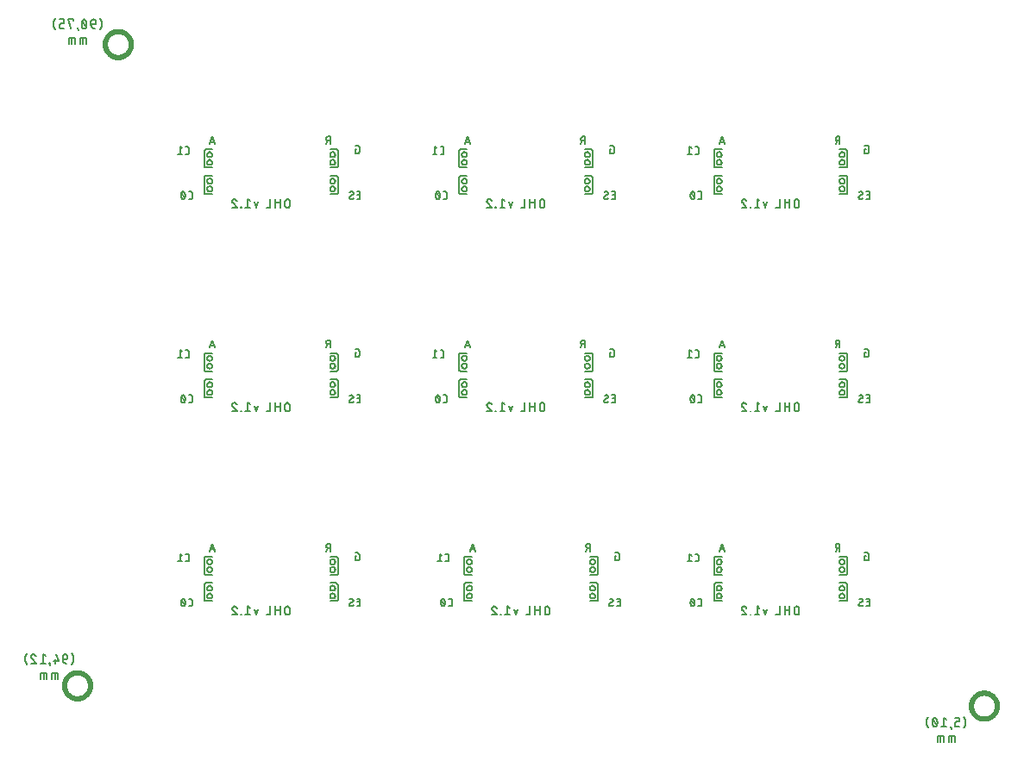
<source format=gbo>
G75*
%MOIN*%
%OFA0B0*%
%FSLAX25Y25*%
%IPPOS*%
%LPD*%
%AMOC8*
5,1,8,0,0,1.08239X$1,22.5*
%
%ADD10C,0.00600*%
%ADD11C,0.00700*%
%ADD12C,0.00500*%
%ADD13C,0.01969*%
D10*
X0115906Y0080065D02*
X0115944Y0080148D01*
X0115980Y0080233D01*
X0116012Y0080319D01*
X0116041Y0080406D01*
X0116067Y0080494D01*
X0116089Y0080582D01*
X0116108Y0080672D01*
X0116123Y0080763D01*
X0116135Y0080853D01*
X0116144Y0080945D01*
X0116149Y0081036D01*
X0116151Y0081128D01*
X0114516Y0081128D02*
X0114518Y0081220D01*
X0114523Y0081311D01*
X0114532Y0081402D01*
X0114544Y0081493D01*
X0114559Y0081584D01*
X0114578Y0081673D01*
X0114600Y0081762D01*
X0114626Y0081850D01*
X0114655Y0081937D01*
X0114687Y0082023D01*
X0114723Y0082108D01*
X0114761Y0082191D01*
X0114679Y0081945D02*
X0115987Y0080310D01*
X0115333Y0079656D02*
X0115286Y0079658D01*
X0115240Y0079663D01*
X0115194Y0079672D01*
X0115148Y0079685D01*
X0115104Y0079701D01*
X0115062Y0079720D01*
X0115021Y0079743D01*
X0114981Y0079769D01*
X0114944Y0079797D01*
X0114910Y0079829D01*
X0114877Y0079863D01*
X0114848Y0079899D01*
X0114821Y0079938D01*
X0114798Y0079979D01*
X0114778Y0080021D01*
X0114761Y0080065D01*
X0115333Y0079656D02*
X0115380Y0079658D01*
X0115426Y0079663D01*
X0115472Y0079672D01*
X0115518Y0079685D01*
X0115562Y0079701D01*
X0115604Y0079720D01*
X0115645Y0079743D01*
X0115685Y0079769D01*
X0115722Y0079797D01*
X0115756Y0079829D01*
X0115789Y0079863D01*
X0115818Y0079899D01*
X0115845Y0079938D01*
X0115868Y0079979D01*
X0115888Y0080021D01*
X0115905Y0080065D01*
X0114760Y0080065D02*
X0114722Y0080148D01*
X0114686Y0080233D01*
X0114654Y0080319D01*
X0114625Y0080406D01*
X0114599Y0080494D01*
X0114577Y0080582D01*
X0114558Y0080672D01*
X0114543Y0080763D01*
X0114531Y0080853D01*
X0114522Y0080945D01*
X0114517Y0081036D01*
X0114515Y0081128D01*
X0116150Y0081128D02*
X0116148Y0081220D01*
X0116143Y0081311D01*
X0116134Y0081402D01*
X0116122Y0081493D01*
X0116107Y0081584D01*
X0116088Y0081673D01*
X0116066Y0081762D01*
X0116040Y0081850D01*
X0116011Y0081937D01*
X0115979Y0082023D01*
X0115943Y0082108D01*
X0115905Y0082191D01*
X0115333Y0082599D02*
X0115286Y0082597D01*
X0115240Y0082592D01*
X0115194Y0082583D01*
X0115148Y0082570D01*
X0115104Y0082554D01*
X0115062Y0082535D01*
X0115021Y0082512D01*
X0114981Y0082486D01*
X0114944Y0082458D01*
X0114910Y0082426D01*
X0114877Y0082392D01*
X0114848Y0082356D01*
X0114821Y0082317D01*
X0114798Y0082276D01*
X0114778Y0082234D01*
X0114761Y0082190D01*
X0115333Y0082599D02*
X0115380Y0082597D01*
X0115426Y0082592D01*
X0115472Y0082583D01*
X0115518Y0082570D01*
X0115562Y0082554D01*
X0115604Y0082535D01*
X0115645Y0082512D01*
X0115685Y0082486D01*
X0115722Y0082458D01*
X0115756Y0082426D01*
X0115789Y0082392D01*
X0115818Y0082356D01*
X0115845Y0082317D01*
X0115868Y0082276D01*
X0115888Y0082234D01*
X0115905Y0082190D01*
X0117515Y0082599D02*
X0118169Y0082599D01*
X0118218Y0082597D01*
X0118266Y0082592D01*
X0118315Y0082583D01*
X0118362Y0082570D01*
X0118408Y0082554D01*
X0118453Y0082534D01*
X0118496Y0082511D01*
X0118537Y0082485D01*
X0118577Y0082456D01*
X0118614Y0082424D01*
X0118648Y0082390D01*
X0118680Y0082353D01*
X0118709Y0082313D01*
X0118735Y0082272D01*
X0118758Y0082229D01*
X0118778Y0082184D01*
X0118794Y0082138D01*
X0118807Y0082091D01*
X0118816Y0082042D01*
X0118821Y0081994D01*
X0118823Y0081945D01*
X0118823Y0080310D01*
X0118821Y0080261D01*
X0118816Y0080213D01*
X0118807Y0080164D01*
X0118794Y0080117D01*
X0118778Y0080071D01*
X0118758Y0080026D01*
X0118735Y0079983D01*
X0118709Y0079942D01*
X0118680Y0079902D01*
X0118648Y0079865D01*
X0118614Y0079831D01*
X0118577Y0079799D01*
X0118537Y0079770D01*
X0118496Y0079744D01*
X0118453Y0079721D01*
X0118408Y0079701D01*
X0118362Y0079685D01*
X0118315Y0079672D01*
X0118266Y0079663D01*
X0118218Y0079658D01*
X0118169Y0079656D01*
X0117515Y0079656D01*
X0116988Y0096979D02*
X0116334Y0096979D01*
X0116988Y0096979D02*
X0117037Y0096981D01*
X0117085Y0096986D01*
X0117134Y0096995D01*
X0117181Y0097008D01*
X0117227Y0097024D01*
X0117272Y0097044D01*
X0117315Y0097067D01*
X0117356Y0097093D01*
X0117396Y0097122D01*
X0117433Y0097154D01*
X0117467Y0097188D01*
X0117499Y0097225D01*
X0117528Y0097265D01*
X0117554Y0097306D01*
X0117577Y0097349D01*
X0117597Y0097394D01*
X0117613Y0097440D01*
X0117626Y0097487D01*
X0117635Y0097536D01*
X0117640Y0097584D01*
X0117642Y0097633D01*
X0117642Y0099268D01*
X0117640Y0099317D01*
X0117635Y0099365D01*
X0117626Y0099414D01*
X0117613Y0099461D01*
X0117597Y0099507D01*
X0117577Y0099552D01*
X0117554Y0099595D01*
X0117528Y0099636D01*
X0117499Y0099676D01*
X0117467Y0099713D01*
X0117433Y0099747D01*
X0117396Y0099779D01*
X0117356Y0099808D01*
X0117315Y0099834D01*
X0117272Y0099857D01*
X0117227Y0099877D01*
X0117181Y0099893D01*
X0117134Y0099906D01*
X0117085Y0099915D01*
X0117037Y0099920D01*
X0116988Y0099922D01*
X0116334Y0099922D01*
X0114970Y0099268D02*
X0114152Y0099922D01*
X0114152Y0096979D01*
X0113335Y0096979D02*
X0114970Y0096979D01*
X0125728Y0100916D02*
X0126709Y0103859D01*
X0127690Y0100916D01*
X0127445Y0101652D02*
X0125973Y0101652D01*
X0170576Y0100916D02*
X0171230Y0102224D01*
X0171394Y0102224D02*
X0172211Y0102224D01*
X0171394Y0102223D02*
X0171338Y0102225D01*
X0171283Y0102231D01*
X0171228Y0102240D01*
X0171173Y0102253D01*
X0171120Y0102270D01*
X0171068Y0102291D01*
X0171018Y0102315D01*
X0170969Y0102342D01*
X0170922Y0102373D01*
X0170878Y0102406D01*
X0170836Y0102443D01*
X0170796Y0102483D01*
X0170759Y0102525D01*
X0170726Y0102569D01*
X0170695Y0102616D01*
X0170668Y0102665D01*
X0170644Y0102715D01*
X0170623Y0102767D01*
X0170606Y0102820D01*
X0170593Y0102875D01*
X0170584Y0102930D01*
X0170578Y0102985D01*
X0170576Y0103041D01*
X0170578Y0103097D01*
X0170584Y0103152D01*
X0170593Y0103207D01*
X0170606Y0103262D01*
X0170623Y0103315D01*
X0170644Y0103367D01*
X0170668Y0103417D01*
X0170695Y0103466D01*
X0170726Y0103513D01*
X0170759Y0103557D01*
X0170796Y0103599D01*
X0170836Y0103639D01*
X0170878Y0103676D01*
X0170922Y0103709D01*
X0170969Y0103740D01*
X0171018Y0103767D01*
X0171068Y0103791D01*
X0171120Y0103812D01*
X0171173Y0103829D01*
X0171228Y0103842D01*
X0171283Y0103851D01*
X0171338Y0103857D01*
X0171394Y0103859D01*
X0172211Y0103859D01*
X0172211Y0100916D01*
X0181797Y0100316D02*
X0182778Y0100316D01*
X0182827Y0100314D01*
X0182875Y0100309D01*
X0182924Y0100300D01*
X0182971Y0100287D01*
X0183017Y0100271D01*
X0183062Y0100251D01*
X0183105Y0100228D01*
X0183146Y0100202D01*
X0183186Y0100173D01*
X0183223Y0100141D01*
X0183257Y0100107D01*
X0183289Y0100070D01*
X0183318Y0100030D01*
X0183344Y0099989D01*
X0183367Y0099946D01*
X0183387Y0099901D01*
X0183403Y0099855D01*
X0183416Y0099808D01*
X0183425Y0099759D01*
X0183430Y0099711D01*
X0183432Y0099662D01*
X0183432Y0098027D01*
X0183430Y0097978D01*
X0183425Y0097930D01*
X0183416Y0097881D01*
X0183403Y0097834D01*
X0183387Y0097788D01*
X0183367Y0097743D01*
X0183344Y0097700D01*
X0183318Y0097659D01*
X0183289Y0097619D01*
X0183257Y0097582D01*
X0183223Y0097548D01*
X0183186Y0097516D01*
X0183146Y0097487D01*
X0183105Y0097461D01*
X0183062Y0097438D01*
X0183017Y0097418D01*
X0182971Y0097402D01*
X0182924Y0097389D01*
X0182875Y0097380D01*
X0182827Y0097375D01*
X0182778Y0097373D01*
X0182778Y0097372D02*
X0181797Y0097372D01*
X0181797Y0099008D01*
X0182287Y0099008D01*
X0182410Y0082599D02*
X0183718Y0082599D01*
X0183718Y0079656D01*
X0182410Y0079656D01*
X0182737Y0081291D02*
X0183718Y0081291D01*
X0180768Y0081373D02*
X0179869Y0080882D01*
X0180196Y0079656D02*
X0180269Y0079658D01*
X0180341Y0079664D01*
X0180413Y0079673D01*
X0180485Y0079687D01*
X0180556Y0079704D01*
X0180625Y0079724D01*
X0180694Y0079749D01*
X0180761Y0079777D01*
X0180826Y0079808D01*
X0180890Y0079843D01*
X0180952Y0079881D01*
X0181012Y0079923D01*
X0181070Y0079967D01*
X0181125Y0080015D01*
X0181177Y0080065D01*
X0179869Y0080882D02*
X0179827Y0080856D01*
X0179788Y0080826D01*
X0179751Y0080794D01*
X0179716Y0080759D01*
X0179684Y0080721D01*
X0179655Y0080681D01*
X0179629Y0080639D01*
X0179607Y0080596D01*
X0179587Y0080551D01*
X0179571Y0080504D01*
X0179558Y0080457D01*
X0179549Y0080408D01*
X0179544Y0080359D01*
X0179542Y0080310D01*
X0179544Y0080261D01*
X0179549Y0080213D01*
X0179558Y0080164D01*
X0179571Y0080117D01*
X0179587Y0080071D01*
X0179607Y0080026D01*
X0179630Y0079983D01*
X0179656Y0079942D01*
X0179685Y0079902D01*
X0179717Y0079865D01*
X0179751Y0079831D01*
X0179788Y0079799D01*
X0179828Y0079770D01*
X0179869Y0079744D01*
X0179912Y0079721D01*
X0179957Y0079701D01*
X0180003Y0079685D01*
X0180050Y0079672D01*
X0180099Y0079663D01*
X0180147Y0079658D01*
X0180196Y0079656D01*
X0179705Y0082354D02*
X0179759Y0082392D01*
X0179815Y0082427D01*
X0179872Y0082459D01*
X0179931Y0082488D01*
X0179992Y0082514D01*
X0180053Y0082536D01*
X0180116Y0082555D01*
X0180180Y0082571D01*
X0180245Y0082583D01*
X0180310Y0082592D01*
X0180375Y0082597D01*
X0180441Y0082599D01*
X0180490Y0082597D01*
X0180538Y0082592D01*
X0180587Y0082583D01*
X0180634Y0082570D01*
X0180680Y0082554D01*
X0180725Y0082534D01*
X0180768Y0082511D01*
X0180809Y0082485D01*
X0180849Y0082456D01*
X0180886Y0082424D01*
X0180920Y0082390D01*
X0180952Y0082353D01*
X0180981Y0082313D01*
X0181007Y0082272D01*
X0181030Y0082229D01*
X0181050Y0082184D01*
X0181066Y0082138D01*
X0181079Y0082091D01*
X0181088Y0082042D01*
X0181093Y0081994D01*
X0181095Y0081945D01*
X0181093Y0081896D01*
X0181088Y0081847D01*
X0181079Y0081798D01*
X0181066Y0081751D01*
X0181050Y0081704D01*
X0181030Y0081659D01*
X0181008Y0081616D01*
X0180982Y0081574D01*
X0180953Y0081534D01*
X0180921Y0081496D01*
X0180886Y0081461D01*
X0180849Y0081429D01*
X0180810Y0081399D01*
X0180768Y0081373D01*
X0216300Y0080065D02*
X0216338Y0080148D01*
X0216374Y0080233D01*
X0216406Y0080319D01*
X0216435Y0080406D01*
X0216461Y0080494D01*
X0216483Y0080582D01*
X0216502Y0080672D01*
X0216517Y0080763D01*
X0216529Y0080853D01*
X0216538Y0080945D01*
X0216543Y0081036D01*
X0216545Y0081128D01*
X0214910Y0081128D02*
X0214912Y0081220D01*
X0214917Y0081311D01*
X0214926Y0081402D01*
X0214938Y0081493D01*
X0214953Y0081584D01*
X0214972Y0081673D01*
X0214994Y0081762D01*
X0215020Y0081850D01*
X0215049Y0081937D01*
X0215081Y0082023D01*
X0215117Y0082108D01*
X0215155Y0082191D01*
X0215073Y0081945D02*
X0216381Y0080310D01*
X0215727Y0079656D02*
X0215680Y0079658D01*
X0215634Y0079663D01*
X0215588Y0079672D01*
X0215542Y0079685D01*
X0215498Y0079701D01*
X0215456Y0079720D01*
X0215415Y0079743D01*
X0215375Y0079769D01*
X0215338Y0079797D01*
X0215304Y0079829D01*
X0215271Y0079863D01*
X0215242Y0079899D01*
X0215215Y0079938D01*
X0215192Y0079979D01*
X0215172Y0080021D01*
X0215155Y0080065D01*
X0215727Y0079656D02*
X0215774Y0079658D01*
X0215820Y0079663D01*
X0215866Y0079672D01*
X0215912Y0079685D01*
X0215956Y0079701D01*
X0215998Y0079720D01*
X0216039Y0079743D01*
X0216079Y0079769D01*
X0216116Y0079797D01*
X0216150Y0079829D01*
X0216183Y0079863D01*
X0216212Y0079899D01*
X0216239Y0079938D01*
X0216262Y0079979D01*
X0216282Y0080021D01*
X0216299Y0080065D01*
X0215154Y0080065D02*
X0215116Y0080148D01*
X0215080Y0080233D01*
X0215048Y0080319D01*
X0215019Y0080406D01*
X0214993Y0080494D01*
X0214971Y0080582D01*
X0214952Y0080672D01*
X0214937Y0080763D01*
X0214925Y0080853D01*
X0214916Y0080945D01*
X0214911Y0081036D01*
X0214909Y0081128D01*
X0216544Y0081128D02*
X0216542Y0081220D01*
X0216537Y0081311D01*
X0216528Y0081402D01*
X0216516Y0081493D01*
X0216501Y0081584D01*
X0216482Y0081673D01*
X0216460Y0081762D01*
X0216434Y0081850D01*
X0216405Y0081937D01*
X0216373Y0082023D01*
X0216337Y0082108D01*
X0216299Y0082191D01*
X0216299Y0082190D02*
X0216282Y0082234D01*
X0216262Y0082276D01*
X0216239Y0082317D01*
X0216212Y0082356D01*
X0216183Y0082392D01*
X0216150Y0082426D01*
X0216116Y0082458D01*
X0216079Y0082486D01*
X0216039Y0082512D01*
X0215998Y0082535D01*
X0215956Y0082554D01*
X0215912Y0082570D01*
X0215866Y0082583D01*
X0215820Y0082592D01*
X0215774Y0082597D01*
X0215727Y0082599D01*
X0215680Y0082597D01*
X0215634Y0082592D01*
X0215588Y0082583D01*
X0215542Y0082570D01*
X0215498Y0082554D01*
X0215456Y0082535D01*
X0215415Y0082512D01*
X0215375Y0082486D01*
X0215338Y0082458D01*
X0215304Y0082426D01*
X0215271Y0082392D01*
X0215242Y0082356D01*
X0215215Y0082317D01*
X0215192Y0082276D01*
X0215172Y0082234D01*
X0215155Y0082190D01*
X0217908Y0082599D02*
X0218562Y0082599D01*
X0218611Y0082597D01*
X0218659Y0082592D01*
X0218708Y0082583D01*
X0218755Y0082570D01*
X0218801Y0082554D01*
X0218846Y0082534D01*
X0218889Y0082511D01*
X0218930Y0082485D01*
X0218970Y0082456D01*
X0219007Y0082424D01*
X0219041Y0082390D01*
X0219073Y0082353D01*
X0219102Y0082313D01*
X0219128Y0082272D01*
X0219151Y0082229D01*
X0219171Y0082184D01*
X0219187Y0082138D01*
X0219200Y0082091D01*
X0219209Y0082042D01*
X0219214Y0081994D01*
X0219216Y0081945D01*
X0219217Y0081945D02*
X0219217Y0080310D01*
X0219216Y0080310D02*
X0219214Y0080261D01*
X0219209Y0080213D01*
X0219200Y0080164D01*
X0219187Y0080117D01*
X0219171Y0080071D01*
X0219151Y0080026D01*
X0219128Y0079983D01*
X0219102Y0079942D01*
X0219073Y0079902D01*
X0219041Y0079865D01*
X0219007Y0079831D01*
X0218970Y0079799D01*
X0218930Y0079770D01*
X0218889Y0079744D01*
X0218846Y0079721D01*
X0218801Y0079701D01*
X0218755Y0079685D01*
X0218708Y0079672D01*
X0218659Y0079663D01*
X0218611Y0079658D01*
X0218562Y0079656D01*
X0217908Y0079656D01*
X0217381Y0096979D02*
X0216727Y0096979D01*
X0217381Y0096979D02*
X0217430Y0096981D01*
X0217478Y0096986D01*
X0217527Y0096995D01*
X0217574Y0097008D01*
X0217620Y0097024D01*
X0217665Y0097044D01*
X0217708Y0097067D01*
X0217749Y0097093D01*
X0217789Y0097122D01*
X0217826Y0097154D01*
X0217860Y0097188D01*
X0217892Y0097225D01*
X0217921Y0097265D01*
X0217947Y0097306D01*
X0217970Y0097349D01*
X0217990Y0097394D01*
X0218006Y0097440D01*
X0218019Y0097487D01*
X0218028Y0097536D01*
X0218033Y0097584D01*
X0218035Y0097633D01*
X0218035Y0099268D01*
X0218033Y0099317D01*
X0218028Y0099365D01*
X0218019Y0099414D01*
X0218006Y0099461D01*
X0217990Y0099507D01*
X0217970Y0099552D01*
X0217947Y0099595D01*
X0217921Y0099636D01*
X0217892Y0099676D01*
X0217860Y0099713D01*
X0217826Y0099747D01*
X0217789Y0099779D01*
X0217749Y0099808D01*
X0217708Y0099834D01*
X0217665Y0099857D01*
X0217620Y0099877D01*
X0217574Y0099893D01*
X0217527Y0099906D01*
X0217478Y0099915D01*
X0217430Y0099920D01*
X0217381Y0099922D01*
X0216727Y0099922D01*
X0215364Y0099268D02*
X0214546Y0099922D01*
X0214546Y0096979D01*
X0215364Y0096979D02*
X0213728Y0096979D01*
X0226121Y0100916D02*
X0227102Y0103859D01*
X0228083Y0100916D01*
X0227838Y0101652D02*
X0226367Y0101652D01*
X0270970Y0100916D02*
X0271624Y0102224D01*
X0271787Y0102224D02*
X0272605Y0102224D01*
X0271787Y0102223D02*
X0271731Y0102225D01*
X0271676Y0102231D01*
X0271621Y0102240D01*
X0271566Y0102253D01*
X0271513Y0102270D01*
X0271461Y0102291D01*
X0271411Y0102315D01*
X0271362Y0102342D01*
X0271315Y0102373D01*
X0271271Y0102406D01*
X0271229Y0102443D01*
X0271189Y0102483D01*
X0271152Y0102525D01*
X0271119Y0102569D01*
X0271088Y0102616D01*
X0271061Y0102665D01*
X0271037Y0102715D01*
X0271016Y0102767D01*
X0270999Y0102820D01*
X0270986Y0102875D01*
X0270977Y0102930D01*
X0270971Y0102985D01*
X0270969Y0103041D01*
X0270971Y0103097D01*
X0270977Y0103152D01*
X0270986Y0103207D01*
X0270999Y0103262D01*
X0271016Y0103315D01*
X0271037Y0103367D01*
X0271061Y0103417D01*
X0271088Y0103466D01*
X0271119Y0103513D01*
X0271152Y0103557D01*
X0271189Y0103599D01*
X0271229Y0103639D01*
X0271271Y0103676D01*
X0271315Y0103709D01*
X0271362Y0103740D01*
X0271411Y0103767D01*
X0271461Y0103791D01*
X0271513Y0103812D01*
X0271566Y0103829D01*
X0271621Y0103842D01*
X0271676Y0103851D01*
X0271731Y0103857D01*
X0271787Y0103859D01*
X0272605Y0103859D01*
X0272605Y0100916D01*
X0282190Y0100316D02*
X0283171Y0100316D01*
X0283220Y0100314D01*
X0283268Y0100309D01*
X0283317Y0100300D01*
X0283364Y0100287D01*
X0283410Y0100271D01*
X0283455Y0100251D01*
X0283498Y0100228D01*
X0283539Y0100202D01*
X0283579Y0100173D01*
X0283616Y0100141D01*
X0283650Y0100107D01*
X0283682Y0100070D01*
X0283711Y0100030D01*
X0283737Y0099989D01*
X0283760Y0099946D01*
X0283780Y0099901D01*
X0283796Y0099855D01*
X0283809Y0099808D01*
X0283818Y0099759D01*
X0283823Y0099711D01*
X0283825Y0099662D01*
X0283825Y0098027D01*
X0283823Y0097978D01*
X0283818Y0097930D01*
X0283809Y0097881D01*
X0283796Y0097834D01*
X0283780Y0097788D01*
X0283760Y0097743D01*
X0283737Y0097700D01*
X0283711Y0097659D01*
X0283682Y0097619D01*
X0283650Y0097582D01*
X0283616Y0097548D01*
X0283579Y0097516D01*
X0283539Y0097487D01*
X0283498Y0097461D01*
X0283455Y0097438D01*
X0283410Y0097418D01*
X0283364Y0097402D01*
X0283317Y0097389D01*
X0283268Y0097380D01*
X0283220Y0097375D01*
X0283171Y0097373D01*
X0283171Y0097372D02*
X0282190Y0097372D01*
X0282190Y0099008D01*
X0282681Y0099008D01*
X0282804Y0082599D02*
X0284112Y0082599D01*
X0284112Y0079656D01*
X0282804Y0079656D01*
X0283131Y0081291D02*
X0284112Y0081291D01*
X0281162Y0081373D02*
X0280262Y0080882D01*
X0280589Y0079656D02*
X0280662Y0079658D01*
X0280734Y0079664D01*
X0280806Y0079673D01*
X0280878Y0079687D01*
X0280949Y0079704D01*
X0281018Y0079724D01*
X0281087Y0079749D01*
X0281154Y0079777D01*
X0281219Y0079808D01*
X0281283Y0079843D01*
X0281345Y0079881D01*
X0281405Y0079923D01*
X0281463Y0079967D01*
X0281518Y0080015D01*
X0281570Y0080065D01*
X0280263Y0080882D02*
X0280221Y0080856D01*
X0280182Y0080826D01*
X0280145Y0080794D01*
X0280110Y0080759D01*
X0280078Y0080721D01*
X0280049Y0080681D01*
X0280023Y0080639D01*
X0280001Y0080596D01*
X0279981Y0080551D01*
X0279965Y0080504D01*
X0279952Y0080457D01*
X0279943Y0080408D01*
X0279938Y0080359D01*
X0279936Y0080310D01*
X0279935Y0080310D02*
X0279937Y0080261D01*
X0279942Y0080213D01*
X0279951Y0080164D01*
X0279964Y0080117D01*
X0279980Y0080071D01*
X0280000Y0080026D01*
X0280023Y0079983D01*
X0280049Y0079942D01*
X0280078Y0079902D01*
X0280110Y0079865D01*
X0280144Y0079831D01*
X0280181Y0079799D01*
X0280221Y0079770D01*
X0280262Y0079744D01*
X0280305Y0079721D01*
X0280350Y0079701D01*
X0280396Y0079685D01*
X0280443Y0079672D01*
X0280492Y0079663D01*
X0280540Y0079658D01*
X0280589Y0079656D01*
X0280099Y0082354D02*
X0280153Y0082392D01*
X0280209Y0082427D01*
X0280266Y0082459D01*
X0280325Y0082488D01*
X0280386Y0082514D01*
X0280447Y0082536D01*
X0280510Y0082555D01*
X0280574Y0082571D01*
X0280639Y0082583D01*
X0280704Y0082592D01*
X0280769Y0082597D01*
X0280835Y0082599D01*
X0280884Y0082597D01*
X0280932Y0082592D01*
X0280981Y0082583D01*
X0281028Y0082570D01*
X0281074Y0082554D01*
X0281119Y0082534D01*
X0281162Y0082511D01*
X0281203Y0082485D01*
X0281243Y0082456D01*
X0281280Y0082424D01*
X0281314Y0082390D01*
X0281346Y0082353D01*
X0281375Y0082313D01*
X0281401Y0082272D01*
X0281424Y0082229D01*
X0281444Y0082184D01*
X0281460Y0082138D01*
X0281473Y0082091D01*
X0281482Y0082042D01*
X0281487Y0081994D01*
X0281489Y0081945D01*
X0281488Y0081945D02*
X0281486Y0081896D01*
X0281481Y0081847D01*
X0281472Y0081798D01*
X0281459Y0081751D01*
X0281443Y0081704D01*
X0281423Y0081659D01*
X0281401Y0081616D01*
X0281375Y0081574D01*
X0281346Y0081534D01*
X0281314Y0081496D01*
X0281279Y0081461D01*
X0281242Y0081429D01*
X0281203Y0081399D01*
X0281161Y0081373D01*
X0312757Y0080065D02*
X0312795Y0080148D01*
X0312831Y0080233D01*
X0312863Y0080319D01*
X0312892Y0080406D01*
X0312918Y0080494D01*
X0312940Y0080582D01*
X0312959Y0080672D01*
X0312974Y0080763D01*
X0312986Y0080853D01*
X0312995Y0080945D01*
X0313000Y0081036D01*
X0313002Y0081128D01*
X0311367Y0081128D02*
X0311369Y0081220D01*
X0311374Y0081311D01*
X0311383Y0081402D01*
X0311395Y0081493D01*
X0311410Y0081584D01*
X0311429Y0081673D01*
X0311451Y0081762D01*
X0311477Y0081850D01*
X0311506Y0081937D01*
X0311538Y0082023D01*
X0311574Y0082108D01*
X0311612Y0082191D01*
X0311530Y0081945D02*
X0312838Y0080310D01*
X0312184Y0079656D02*
X0312137Y0079658D01*
X0312091Y0079663D01*
X0312045Y0079672D01*
X0311999Y0079685D01*
X0311955Y0079701D01*
X0311913Y0079720D01*
X0311872Y0079743D01*
X0311832Y0079769D01*
X0311795Y0079797D01*
X0311761Y0079829D01*
X0311728Y0079863D01*
X0311699Y0079899D01*
X0311672Y0079938D01*
X0311649Y0079979D01*
X0311629Y0080021D01*
X0311612Y0080065D01*
X0312184Y0079656D02*
X0312231Y0079658D01*
X0312277Y0079663D01*
X0312323Y0079672D01*
X0312369Y0079685D01*
X0312413Y0079701D01*
X0312455Y0079720D01*
X0312496Y0079743D01*
X0312536Y0079769D01*
X0312573Y0079797D01*
X0312607Y0079829D01*
X0312640Y0079863D01*
X0312669Y0079899D01*
X0312696Y0079938D01*
X0312719Y0079979D01*
X0312739Y0080021D01*
X0312756Y0080065D01*
X0311611Y0080065D02*
X0311573Y0080148D01*
X0311537Y0080233D01*
X0311505Y0080319D01*
X0311476Y0080406D01*
X0311450Y0080494D01*
X0311428Y0080582D01*
X0311409Y0080672D01*
X0311394Y0080763D01*
X0311382Y0080853D01*
X0311373Y0080945D01*
X0311368Y0081036D01*
X0311366Y0081128D01*
X0313001Y0081128D02*
X0312999Y0081220D01*
X0312994Y0081311D01*
X0312985Y0081402D01*
X0312973Y0081493D01*
X0312958Y0081584D01*
X0312939Y0081673D01*
X0312917Y0081762D01*
X0312891Y0081850D01*
X0312862Y0081937D01*
X0312830Y0082023D01*
X0312794Y0082108D01*
X0312756Y0082191D01*
X0312184Y0082599D02*
X0312137Y0082597D01*
X0312091Y0082592D01*
X0312045Y0082583D01*
X0311999Y0082570D01*
X0311955Y0082554D01*
X0311913Y0082535D01*
X0311872Y0082512D01*
X0311832Y0082486D01*
X0311795Y0082458D01*
X0311761Y0082426D01*
X0311728Y0082392D01*
X0311699Y0082356D01*
X0311672Y0082317D01*
X0311649Y0082276D01*
X0311629Y0082234D01*
X0311612Y0082190D01*
X0312184Y0082599D02*
X0312231Y0082597D01*
X0312277Y0082592D01*
X0312323Y0082583D01*
X0312369Y0082570D01*
X0312413Y0082554D01*
X0312455Y0082535D01*
X0312496Y0082512D01*
X0312536Y0082486D01*
X0312573Y0082458D01*
X0312607Y0082426D01*
X0312640Y0082392D01*
X0312669Y0082356D01*
X0312696Y0082317D01*
X0312719Y0082276D01*
X0312739Y0082234D01*
X0312756Y0082190D01*
X0314365Y0082599D02*
X0315019Y0082599D01*
X0315068Y0082597D01*
X0315116Y0082592D01*
X0315165Y0082583D01*
X0315212Y0082570D01*
X0315258Y0082554D01*
X0315303Y0082534D01*
X0315346Y0082511D01*
X0315387Y0082485D01*
X0315427Y0082456D01*
X0315464Y0082424D01*
X0315498Y0082390D01*
X0315530Y0082353D01*
X0315559Y0082313D01*
X0315585Y0082272D01*
X0315608Y0082229D01*
X0315628Y0082184D01*
X0315644Y0082138D01*
X0315657Y0082091D01*
X0315666Y0082042D01*
X0315671Y0081994D01*
X0315673Y0081945D01*
X0315673Y0080310D01*
X0315671Y0080261D01*
X0315666Y0080213D01*
X0315657Y0080164D01*
X0315644Y0080117D01*
X0315628Y0080071D01*
X0315608Y0080026D01*
X0315585Y0079983D01*
X0315559Y0079942D01*
X0315530Y0079902D01*
X0315498Y0079865D01*
X0315464Y0079831D01*
X0315427Y0079799D01*
X0315387Y0079770D01*
X0315346Y0079744D01*
X0315303Y0079721D01*
X0315258Y0079701D01*
X0315212Y0079685D01*
X0315165Y0079672D01*
X0315116Y0079663D01*
X0315068Y0079658D01*
X0315019Y0079656D01*
X0314365Y0079656D01*
X0313838Y0096979D02*
X0313184Y0096979D01*
X0313838Y0096979D02*
X0313887Y0096981D01*
X0313935Y0096986D01*
X0313984Y0096995D01*
X0314031Y0097008D01*
X0314077Y0097024D01*
X0314122Y0097044D01*
X0314165Y0097067D01*
X0314206Y0097093D01*
X0314246Y0097122D01*
X0314283Y0097154D01*
X0314317Y0097188D01*
X0314349Y0097225D01*
X0314378Y0097265D01*
X0314404Y0097306D01*
X0314427Y0097349D01*
X0314447Y0097394D01*
X0314463Y0097440D01*
X0314476Y0097487D01*
X0314485Y0097536D01*
X0314490Y0097584D01*
X0314492Y0097633D01*
X0314492Y0099268D01*
X0314490Y0099317D01*
X0314485Y0099365D01*
X0314476Y0099414D01*
X0314463Y0099461D01*
X0314447Y0099507D01*
X0314427Y0099552D01*
X0314404Y0099595D01*
X0314378Y0099636D01*
X0314349Y0099676D01*
X0314317Y0099713D01*
X0314283Y0099747D01*
X0314246Y0099779D01*
X0314206Y0099808D01*
X0314165Y0099834D01*
X0314122Y0099857D01*
X0314077Y0099877D01*
X0314031Y0099893D01*
X0313984Y0099906D01*
X0313935Y0099915D01*
X0313887Y0099920D01*
X0313838Y0099922D01*
X0313184Y0099922D01*
X0311820Y0099268D02*
X0311003Y0099922D01*
X0311003Y0096979D01*
X0311820Y0096979D02*
X0310185Y0096979D01*
X0322578Y0100916D02*
X0323559Y0103859D01*
X0324540Y0100916D01*
X0324295Y0101652D02*
X0322823Y0101652D01*
X0367427Y0100916D02*
X0368081Y0102224D01*
X0368244Y0102224D02*
X0369062Y0102224D01*
X0368244Y0102223D02*
X0368188Y0102225D01*
X0368133Y0102231D01*
X0368078Y0102240D01*
X0368023Y0102253D01*
X0367970Y0102270D01*
X0367918Y0102291D01*
X0367868Y0102315D01*
X0367819Y0102342D01*
X0367772Y0102373D01*
X0367728Y0102406D01*
X0367686Y0102443D01*
X0367646Y0102483D01*
X0367609Y0102525D01*
X0367576Y0102569D01*
X0367545Y0102616D01*
X0367518Y0102665D01*
X0367494Y0102715D01*
X0367473Y0102767D01*
X0367456Y0102820D01*
X0367443Y0102875D01*
X0367434Y0102930D01*
X0367428Y0102985D01*
X0367426Y0103041D01*
X0367428Y0103097D01*
X0367434Y0103152D01*
X0367443Y0103207D01*
X0367456Y0103262D01*
X0367473Y0103315D01*
X0367494Y0103367D01*
X0367518Y0103417D01*
X0367545Y0103466D01*
X0367576Y0103513D01*
X0367609Y0103557D01*
X0367646Y0103599D01*
X0367686Y0103639D01*
X0367728Y0103676D01*
X0367772Y0103709D01*
X0367819Y0103740D01*
X0367868Y0103767D01*
X0367918Y0103791D01*
X0367970Y0103812D01*
X0368023Y0103829D01*
X0368078Y0103842D01*
X0368133Y0103851D01*
X0368188Y0103857D01*
X0368244Y0103859D01*
X0369062Y0103859D01*
X0369062Y0100916D01*
X0378647Y0100316D02*
X0379628Y0100316D01*
X0379677Y0100314D01*
X0379725Y0100309D01*
X0379774Y0100300D01*
X0379821Y0100287D01*
X0379867Y0100271D01*
X0379912Y0100251D01*
X0379955Y0100228D01*
X0379996Y0100202D01*
X0380036Y0100173D01*
X0380073Y0100141D01*
X0380107Y0100107D01*
X0380139Y0100070D01*
X0380168Y0100030D01*
X0380194Y0099989D01*
X0380217Y0099946D01*
X0380237Y0099901D01*
X0380253Y0099855D01*
X0380266Y0099808D01*
X0380275Y0099759D01*
X0380280Y0099711D01*
X0380282Y0099662D01*
X0380282Y0098027D01*
X0380280Y0097978D01*
X0380275Y0097930D01*
X0380266Y0097881D01*
X0380253Y0097834D01*
X0380237Y0097788D01*
X0380217Y0097743D01*
X0380194Y0097700D01*
X0380168Y0097659D01*
X0380139Y0097619D01*
X0380107Y0097582D01*
X0380073Y0097548D01*
X0380036Y0097516D01*
X0379996Y0097487D01*
X0379955Y0097461D01*
X0379912Y0097438D01*
X0379867Y0097418D01*
X0379821Y0097402D01*
X0379774Y0097389D01*
X0379725Y0097380D01*
X0379677Y0097375D01*
X0379628Y0097373D01*
X0379628Y0097372D02*
X0378647Y0097372D01*
X0378647Y0099008D01*
X0379138Y0099008D01*
X0379260Y0082599D02*
X0380569Y0082599D01*
X0380569Y0079656D01*
X0379260Y0079656D01*
X0379587Y0081291D02*
X0380569Y0081291D01*
X0377618Y0081373D02*
X0376719Y0080882D01*
X0377046Y0079656D02*
X0377119Y0079658D01*
X0377191Y0079664D01*
X0377263Y0079673D01*
X0377335Y0079687D01*
X0377406Y0079704D01*
X0377475Y0079724D01*
X0377544Y0079749D01*
X0377611Y0079777D01*
X0377676Y0079808D01*
X0377740Y0079843D01*
X0377802Y0079881D01*
X0377862Y0079923D01*
X0377920Y0079967D01*
X0377975Y0080015D01*
X0378027Y0080065D01*
X0376719Y0080882D02*
X0376677Y0080856D01*
X0376638Y0080826D01*
X0376601Y0080794D01*
X0376566Y0080759D01*
X0376534Y0080721D01*
X0376505Y0080681D01*
X0376479Y0080639D01*
X0376457Y0080596D01*
X0376437Y0080551D01*
X0376421Y0080504D01*
X0376408Y0080457D01*
X0376399Y0080408D01*
X0376394Y0080359D01*
X0376392Y0080310D01*
X0376394Y0080261D01*
X0376399Y0080213D01*
X0376408Y0080164D01*
X0376421Y0080117D01*
X0376437Y0080071D01*
X0376457Y0080026D01*
X0376480Y0079983D01*
X0376506Y0079942D01*
X0376535Y0079902D01*
X0376567Y0079865D01*
X0376601Y0079831D01*
X0376638Y0079799D01*
X0376678Y0079770D01*
X0376719Y0079744D01*
X0376762Y0079721D01*
X0376807Y0079701D01*
X0376853Y0079685D01*
X0376900Y0079672D01*
X0376949Y0079663D01*
X0376997Y0079658D01*
X0377046Y0079656D01*
X0376555Y0082354D02*
X0376609Y0082392D01*
X0376665Y0082427D01*
X0376722Y0082459D01*
X0376781Y0082488D01*
X0376842Y0082514D01*
X0376903Y0082536D01*
X0376966Y0082555D01*
X0377030Y0082571D01*
X0377095Y0082583D01*
X0377160Y0082592D01*
X0377225Y0082597D01*
X0377291Y0082599D01*
X0377340Y0082597D01*
X0377388Y0082592D01*
X0377437Y0082583D01*
X0377484Y0082570D01*
X0377530Y0082554D01*
X0377575Y0082534D01*
X0377618Y0082511D01*
X0377659Y0082485D01*
X0377699Y0082456D01*
X0377736Y0082424D01*
X0377770Y0082390D01*
X0377802Y0082353D01*
X0377831Y0082313D01*
X0377857Y0082272D01*
X0377880Y0082229D01*
X0377900Y0082184D01*
X0377916Y0082138D01*
X0377929Y0082091D01*
X0377938Y0082042D01*
X0377943Y0081994D01*
X0377945Y0081945D01*
X0377943Y0081896D01*
X0377938Y0081847D01*
X0377929Y0081798D01*
X0377916Y0081751D01*
X0377900Y0081704D01*
X0377880Y0081659D01*
X0377858Y0081616D01*
X0377832Y0081574D01*
X0377803Y0081534D01*
X0377771Y0081496D01*
X0377736Y0081461D01*
X0377699Y0081429D01*
X0377660Y0081399D01*
X0377618Y0081373D01*
X0379260Y0158396D02*
X0380569Y0158396D01*
X0380569Y0161339D01*
X0379260Y0161339D01*
X0379587Y0160031D02*
X0380569Y0160031D01*
X0377618Y0160113D02*
X0376719Y0159622D01*
X0377046Y0158396D02*
X0377119Y0158398D01*
X0377191Y0158404D01*
X0377263Y0158413D01*
X0377335Y0158427D01*
X0377406Y0158444D01*
X0377475Y0158464D01*
X0377544Y0158489D01*
X0377611Y0158517D01*
X0377676Y0158548D01*
X0377740Y0158583D01*
X0377802Y0158621D01*
X0377862Y0158663D01*
X0377920Y0158707D01*
X0377975Y0158755D01*
X0378027Y0158805D01*
X0376719Y0159622D02*
X0376677Y0159596D01*
X0376638Y0159566D01*
X0376601Y0159534D01*
X0376566Y0159499D01*
X0376534Y0159461D01*
X0376505Y0159421D01*
X0376479Y0159379D01*
X0376457Y0159336D01*
X0376437Y0159291D01*
X0376421Y0159244D01*
X0376408Y0159197D01*
X0376399Y0159148D01*
X0376394Y0159099D01*
X0376392Y0159050D01*
X0376394Y0159001D01*
X0376399Y0158953D01*
X0376408Y0158904D01*
X0376421Y0158857D01*
X0376437Y0158811D01*
X0376457Y0158766D01*
X0376480Y0158723D01*
X0376506Y0158682D01*
X0376535Y0158642D01*
X0376567Y0158605D01*
X0376601Y0158571D01*
X0376638Y0158539D01*
X0376678Y0158510D01*
X0376719Y0158484D01*
X0376762Y0158461D01*
X0376807Y0158441D01*
X0376853Y0158425D01*
X0376900Y0158412D01*
X0376949Y0158403D01*
X0376997Y0158398D01*
X0377046Y0158396D01*
X0376555Y0161094D02*
X0376609Y0161132D01*
X0376665Y0161167D01*
X0376722Y0161199D01*
X0376781Y0161228D01*
X0376842Y0161254D01*
X0376903Y0161276D01*
X0376966Y0161295D01*
X0377030Y0161311D01*
X0377095Y0161323D01*
X0377160Y0161332D01*
X0377225Y0161337D01*
X0377291Y0161339D01*
X0377340Y0161337D01*
X0377388Y0161332D01*
X0377437Y0161323D01*
X0377484Y0161310D01*
X0377530Y0161294D01*
X0377575Y0161274D01*
X0377618Y0161251D01*
X0377659Y0161225D01*
X0377699Y0161196D01*
X0377736Y0161164D01*
X0377770Y0161130D01*
X0377802Y0161093D01*
X0377831Y0161053D01*
X0377857Y0161012D01*
X0377880Y0160969D01*
X0377900Y0160924D01*
X0377916Y0160878D01*
X0377929Y0160831D01*
X0377938Y0160782D01*
X0377943Y0160734D01*
X0377945Y0160685D01*
X0377943Y0160636D01*
X0377938Y0160587D01*
X0377929Y0160538D01*
X0377916Y0160491D01*
X0377900Y0160444D01*
X0377880Y0160399D01*
X0377858Y0160356D01*
X0377832Y0160314D01*
X0377803Y0160274D01*
X0377771Y0160236D01*
X0377736Y0160201D01*
X0377699Y0160169D01*
X0377660Y0160139D01*
X0377618Y0160113D01*
X0378647Y0176113D02*
X0379628Y0176113D01*
X0379677Y0176115D01*
X0379725Y0176120D01*
X0379774Y0176129D01*
X0379821Y0176142D01*
X0379867Y0176158D01*
X0379912Y0176178D01*
X0379955Y0176201D01*
X0379996Y0176227D01*
X0380036Y0176256D01*
X0380073Y0176288D01*
X0380107Y0176322D01*
X0380139Y0176359D01*
X0380168Y0176399D01*
X0380194Y0176440D01*
X0380217Y0176483D01*
X0380237Y0176528D01*
X0380253Y0176574D01*
X0380266Y0176621D01*
X0380275Y0176670D01*
X0380280Y0176718D01*
X0380282Y0176767D01*
X0380282Y0178402D01*
X0380280Y0178451D01*
X0380275Y0178499D01*
X0380266Y0178548D01*
X0380253Y0178595D01*
X0380237Y0178641D01*
X0380217Y0178686D01*
X0380194Y0178729D01*
X0380168Y0178770D01*
X0380139Y0178810D01*
X0380107Y0178847D01*
X0380073Y0178881D01*
X0380036Y0178913D01*
X0379996Y0178942D01*
X0379955Y0178968D01*
X0379912Y0178991D01*
X0379867Y0179011D01*
X0379821Y0179027D01*
X0379774Y0179040D01*
X0379725Y0179049D01*
X0379677Y0179054D01*
X0379628Y0179056D01*
X0378647Y0179056D01*
X0378647Y0177748D02*
X0378647Y0176113D01*
X0378647Y0177748D02*
X0379138Y0177748D01*
X0369062Y0179656D02*
X0369062Y0182599D01*
X0368244Y0182599D01*
X0368244Y0182600D02*
X0368188Y0182598D01*
X0368133Y0182592D01*
X0368078Y0182583D01*
X0368023Y0182570D01*
X0367970Y0182553D01*
X0367918Y0182532D01*
X0367868Y0182508D01*
X0367819Y0182481D01*
X0367772Y0182450D01*
X0367728Y0182417D01*
X0367686Y0182380D01*
X0367646Y0182340D01*
X0367609Y0182298D01*
X0367576Y0182254D01*
X0367545Y0182207D01*
X0367518Y0182158D01*
X0367494Y0182108D01*
X0367473Y0182056D01*
X0367456Y0182003D01*
X0367443Y0181948D01*
X0367434Y0181893D01*
X0367428Y0181838D01*
X0367426Y0181782D01*
X0367428Y0181726D01*
X0367434Y0181671D01*
X0367443Y0181616D01*
X0367456Y0181561D01*
X0367473Y0181508D01*
X0367494Y0181456D01*
X0367518Y0181406D01*
X0367545Y0181357D01*
X0367576Y0181310D01*
X0367609Y0181266D01*
X0367646Y0181224D01*
X0367686Y0181184D01*
X0367728Y0181147D01*
X0367772Y0181114D01*
X0367819Y0181083D01*
X0367868Y0181056D01*
X0367918Y0181032D01*
X0367970Y0181011D01*
X0368023Y0180994D01*
X0368078Y0180981D01*
X0368133Y0180972D01*
X0368188Y0180966D01*
X0368244Y0180964D01*
X0369062Y0180964D01*
X0368081Y0180964D02*
X0367427Y0179656D01*
X0324540Y0179656D02*
X0323559Y0182599D01*
X0322578Y0179656D01*
X0322823Y0180392D02*
X0324295Y0180392D01*
X0314492Y0178008D02*
X0314492Y0176373D01*
X0314490Y0176324D01*
X0314485Y0176276D01*
X0314476Y0176227D01*
X0314463Y0176180D01*
X0314447Y0176134D01*
X0314427Y0176089D01*
X0314404Y0176046D01*
X0314378Y0176005D01*
X0314349Y0175965D01*
X0314317Y0175928D01*
X0314283Y0175894D01*
X0314246Y0175862D01*
X0314206Y0175833D01*
X0314165Y0175807D01*
X0314122Y0175784D01*
X0314077Y0175764D01*
X0314031Y0175748D01*
X0313984Y0175735D01*
X0313935Y0175726D01*
X0313887Y0175721D01*
X0313838Y0175719D01*
X0313184Y0175719D01*
X0311820Y0175719D02*
X0310185Y0175719D01*
X0311003Y0175719D02*
X0311003Y0178662D01*
X0311820Y0178008D01*
X0313184Y0178662D02*
X0313838Y0178662D01*
X0313887Y0178660D01*
X0313935Y0178655D01*
X0313984Y0178646D01*
X0314031Y0178633D01*
X0314077Y0178617D01*
X0314122Y0178597D01*
X0314165Y0178574D01*
X0314206Y0178548D01*
X0314246Y0178519D01*
X0314283Y0178487D01*
X0314317Y0178453D01*
X0314349Y0178416D01*
X0314378Y0178376D01*
X0314404Y0178335D01*
X0314427Y0178292D01*
X0314447Y0178247D01*
X0314463Y0178201D01*
X0314476Y0178154D01*
X0314485Y0178105D01*
X0314490Y0178057D01*
X0314492Y0178008D01*
X0314365Y0161339D02*
X0315019Y0161339D01*
X0315068Y0161337D01*
X0315116Y0161332D01*
X0315165Y0161323D01*
X0315212Y0161310D01*
X0315258Y0161294D01*
X0315303Y0161274D01*
X0315346Y0161251D01*
X0315387Y0161225D01*
X0315427Y0161196D01*
X0315464Y0161164D01*
X0315498Y0161130D01*
X0315530Y0161093D01*
X0315559Y0161053D01*
X0315585Y0161012D01*
X0315608Y0160969D01*
X0315628Y0160924D01*
X0315644Y0160878D01*
X0315657Y0160831D01*
X0315666Y0160782D01*
X0315671Y0160734D01*
X0315673Y0160685D01*
X0315673Y0159050D01*
X0315671Y0159001D01*
X0315666Y0158953D01*
X0315657Y0158904D01*
X0315644Y0158857D01*
X0315628Y0158811D01*
X0315608Y0158766D01*
X0315585Y0158723D01*
X0315559Y0158682D01*
X0315530Y0158642D01*
X0315498Y0158605D01*
X0315464Y0158571D01*
X0315427Y0158539D01*
X0315387Y0158510D01*
X0315346Y0158484D01*
X0315303Y0158461D01*
X0315258Y0158441D01*
X0315212Y0158425D01*
X0315165Y0158412D01*
X0315116Y0158403D01*
X0315068Y0158398D01*
X0315019Y0158396D01*
X0314365Y0158396D01*
X0311611Y0158805D02*
X0311573Y0158888D01*
X0311537Y0158973D01*
X0311505Y0159059D01*
X0311476Y0159146D01*
X0311450Y0159234D01*
X0311428Y0159322D01*
X0311409Y0159412D01*
X0311394Y0159503D01*
X0311382Y0159593D01*
X0311373Y0159685D01*
X0311368Y0159776D01*
X0311366Y0159868D01*
X0313001Y0159868D02*
X0312999Y0159960D01*
X0312994Y0160051D01*
X0312985Y0160142D01*
X0312973Y0160233D01*
X0312958Y0160324D01*
X0312939Y0160413D01*
X0312917Y0160502D01*
X0312891Y0160590D01*
X0312862Y0160677D01*
X0312830Y0160763D01*
X0312794Y0160848D01*
X0312756Y0160931D01*
X0312184Y0161339D02*
X0312137Y0161337D01*
X0312091Y0161332D01*
X0312045Y0161323D01*
X0311999Y0161310D01*
X0311955Y0161294D01*
X0311913Y0161275D01*
X0311872Y0161252D01*
X0311832Y0161226D01*
X0311795Y0161198D01*
X0311761Y0161166D01*
X0311728Y0161132D01*
X0311699Y0161096D01*
X0311672Y0161057D01*
X0311649Y0161016D01*
X0311629Y0160974D01*
X0311612Y0160930D01*
X0311530Y0160685D02*
X0312838Y0159050D01*
X0312184Y0158396D02*
X0312137Y0158398D01*
X0312091Y0158403D01*
X0312045Y0158412D01*
X0311999Y0158425D01*
X0311955Y0158441D01*
X0311913Y0158460D01*
X0311872Y0158483D01*
X0311832Y0158509D01*
X0311795Y0158537D01*
X0311761Y0158569D01*
X0311728Y0158603D01*
X0311699Y0158639D01*
X0311672Y0158678D01*
X0311649Y0158719D01*
X0311629Y0158761D01*
X0311612Y0158805D01*
X0312184Y0158396D02*
X0312231Y0158398D01*
X0312277Y0158403D01*
X0312323Y0158412D01*
X0312369Y0158425D01*
X0312413Y0158441D01*
X0312455Y0158460D01*
X0312496Y0158483D01*
X0312536Y0158509D01*
X0312573Y0158537D01*
X0312607Y0158569D01*
X0312640Y0158603D01*
X0312669Y0158639D01*
X0312696Y0158678D01*
X0312719Y0158719D01*
X0312739Y0158761D01*
X0312756Y0158805D01*
X0311367Y0159868D02*
X0311369Y0159960D01*
X0311374Y0160051D01*
X0311383Y0160142D01*
X0311395Y0160233D01*
X0311410Y0160324D01*
X0311429Y0160413D01*
X0311451Y0160502D01*
X0311477Y0160590D01*
X0311506Y0160677D01*
X0311538Y0160763D01*
X0311574Y0160848D01*
X0311612Y0160931D01*
X0312184Y0161339D02*
X0312231Y0161337D01*
X0312277Y0161332D01*
X0312323Y0161323D01*
X0312369Y0161310D01*
X0312413Y0161294D01*
X0312455Y0161275D01*
X0312496Y0161252D01*
X0312536Y0161226D01*
X0312573Y0161198D01*
X0312607Y0161166D01*
X0312640Y0161132D01*
X0312669Y0161096D01*
X0312696Y0161057D01*
X0312719Y0161016D01*
X0312739Y0160974D01*
X0312756Y0160930D01*
X0313002Y0159868D02*
X0313000Y0159776D01*
X0312995Y0159685D01*
X0312986Y0159593D01*
X0312974Y0159503D01*
X0312959Y0159412D01*
X0312940Y0159322D01*
X0312918Y0159234D01*
X0312892Y0159146D01*
X0312863Y0159059D01*
X0312831Y0158973D01*
X0312795Y0158888D01*
X0312757Y0158805D01*
X0282143Y0158396D02*
X0282143Y0161339D01*
X0280835Y0161339D01*
X0281162Y0160031D02*
X0282143Y0160031D01*
X0282143Y0158396D02*
X0280835Y0158396D01*
X0278294Y0159622D02*
X0278252Y0159596D01*
X0278213Y0159566D01*
X0278176Y0159534D01*
X0278141Y0159499D01*
X0278109Y0159461D01*
X0278080Y0159421D01*
X0278054Y0159379D01*
X0278032Y0159336D01*
X0278012Y0159291D01*
X0277996Y0159244D01*
X0277983Y0159197D01*
X0277974Y0159148D01*
X0277969Y0159099D01*
X0277967Y0159050D01*
X0277969Y0159001D01*
X0277974Y0158953D01*
X0277983Y0158904D01*
X0277996Y0158857D01*
X0278012Y0158811D01*
X0278032Y0158766D01*
X0278055Y0158723D01*
X0278081Y0158682D01*
X0278110Y0158642D01*
X0278142Y0158605D01*
X0278176Y0158571D01*
X0278213Y0158539D01*
X0278253Y0158510D01*
X0278294Y0158484D01*
X0278337Y0158461D01*
X0278382Y0158441D01*
X0278428Y0158425D01*
X0278475Y0158412D01*
X0278524Y0158403D01*
X0278572Y0158398D01*
X0278621Y0158396D01*
X0278294Y0159622D02*
X0279193Y0160113D01*
X0278866Y0161339D02*
X0278800Y0161337D01*
X0278735Y0161332D01*
X0278670Y0161323D01*
X0278605Y0161311D01*
X0278541Y0161295D01*
X0278478Y0161276D01*
X0278417Y0161254D01*
X0278356Y0161228D01*
X0278297Y0161199D01*
X0278240Y0161167D01*
X0278184Y0161132D01*
X0278130Y0161094D01*
X0279193Y0160113D02*
X0279235Y0160139D01*
X0279274Y0160169D01*
X0279311Y0160201D01*
X0279346Y0160236D01*
X0279378Y0160274D01*
X0279407Y0160314D01*
X0279433Y0160356D01*
X0279455Y0160399D01*
X0279475Y0160444D01*
X0279491Y0160491D01*
X0279504Y0160538D01*
X0279513Y0160587D01*
X0279518Y0160636D01*
X0279520Y0160685D01*
X0279518Y0160734D01*
X0279513Y0160782D01*
X0279504Y0160831D01*
X0279491Y0160878D01*
X0279475Y0160924D01*
X0279455Y0160969D01*
X0279432Y0161012D01*
X0279406Y0161053D01*
X0279377Y0161093D01*
X0279345Y0161130D01*
X0279311Y0161164D01*
X0279274Y0161196D01*
X0279234Y0161225D01*
X0279193Y0161251D01*
X0279150Y0161274D01*
X0279105Y0161294D01*
X0279059Y0161310D01*
X0279012Y0161323D01*
X0278963Y0161332D01*
X0278915Y0161337D01*
X0278866Y0161339D01*
X0279602Y0158805D02*
X0279550Y0158755D01*
X0279495Y0158707D01*
X0279437Y0158663D01*
X0279377Y0158621D01*
X0279315Y0158583D01*
X0279251Y0158548D01*
X0279186Y0158517D01*
X0279119Y0158489D01*
X0279050Y0158464D01*
X0278981Y0158444D01*
X0278910Y0158427D01*
X0278838Y0158413D01*
X0278766Y0158404D01*
X0278694Y0158398D01*
X0278621Y0158396D01*
X0280222Y0176113D02*
X0281203Y0176113D01*
X0281252Y0176115D01*
X0281300Y0176120D01*
X0281349Y0176129D01*
X0281396Y0176142D01*
X0281442Y0176158D01*
X0281487Y0176178D01*
X0281530Y0176201D01*
X0281571Y0176227D01*
X0281611Y0176256D01*
X0281648Y0176288D01*
X0281682Y0176322D01*
X0281714Y0176359D01*
X0281743Y0176399D01*
X0281769Y0176440D01*
X0281792Y0176483D01*
X0281812Y0176528D01*
X0281828Y0176574D01*
X0281841Y0176621D01*
X0281850Y0176670D01*
X0281855Y0176718D01*
X0281857Y0176767D01*
X0281857Y0178402D01*
X0281855Y0178451D01*
X0281850Y0178499D01*
X0281841Y0178548D01*
X0281828Y0178595D01*
X0281812Y0178641D01*
X0281792Y0178686D01*
X0281769Y0178729D01*
X0281743Y0178770D01*
X0281714Y0178810D01*
X0281682Y0178847D01*
X0281648Y0178881D01*
X0281611Y0178913D01*
X0281571Y0178942D01*
X0281530Y0178968D01*
X0281487Y0178991D01*
X0281442Y0179011D01*
X0281396Y0179027D01*
X0281349Y0179040D01*
X0281300Y0179049D01*
X0281252Y0179054D01*
X0281203Y0179056D01*
X0280222Y0179056D01*
X0280222Y0177748D02*
X0280222Y0176113D01*
X0280222Y0177748D02*
X0280712Y0177748D01*
X0270636Y0179656D02*
X0270636Y0182599D01*
X0269819Y0182599D01*
X0269819Y0182600D02*
X0269763Y0182598D01*
X0269708Y0182592D01*
X0269653Y0182583D01*
X0269598Y0182570D01*
X0269545Y0182553D01*
X0269493Y0182532D01*
X0269443Y0182508D01*
X0269394Y0182481D01*
X0269347Y0182450D01*
X0269303Y0182417D01*
X0269261Y0182380D01*
X0269221Y0182340D01*
X0269184Y0182298D01*
X0269151Y0182254D01*
X0269120Y0182207D01*
X0269093Y0182158D01*
X0269069Y0182108D01*
X0269048Y0182056D01*
X0269031Y0182003D01*
X0269018Y0181948D01*
X0269009Y0181893D01*
X0269003Y0181838D01*
X0269001Y0181782D01*
X0269003Y0181726D01*
X0269009Y0181671D01*
X0269018Y0181616D01*
X0269031Y0181561D01*
X0269048Y0181508D01*
X0269069Y0181456D01*
X0269093Y0181406D01*
X0269120Y0181357D01*
X0269151Y0181310D01*
X0269184Y0181266D01*
X0269221Y0181224D01*
X0269261Y0181184D01*
X0269303Y0181147D01*
X0269347Y0181114D01*
X0269394Y0181083D01*
X0269443Y0181056D01*
X0269493Y0181032D01*
X0269545Y0181011D01*
X0269598Y0180994D01*
X0269653Y0180981D01*
X0269708Y0180972D01*
X0269763Y0180966D01*
X0269819Y0180964D01*
X0270636Y0180964D01*
X0269655Y0180964D02*
X0269001Y0179656D01*
X0226115Y0179656D02*
X0225134Y0182599D01*
X0224153Y0179656D01*
X0224398Y0180392D02*
X0225870Y0180392D01*
X0216067Y0178008D02*
X0216067Y0176373D01*
X0216065Y0176324D01*
X0216060Y0176276D01*
X0216051Y0176227D01*
X0216038Y0176180D01*
X0216022Y0176134D01*
X0216002Y0176089D01*
X0215979Y0176046D01*
X0215953Y0176005D01*
X0215924Y0175965D01*
X0215892Y0175928D01*
X0215858Y0175894D01*
X0215821Y0175862D01*
X0215781Y0175833D01*
X0215740Y0175807D01*
X0215697Y0175784D01*
X0215652Y0175764D01*
X0215606Y0175748D01*
X0215559Y0175735D01*
X0215510Y0175726D01*
X0215462Y0175721D01*
X0215413Y0175719D01*
X0214759Y0175719D01*
X0213395Y0175719D02*
X0211760Y0175719D01*
X0212577Y0175719D02*
X0212577Y0178662D01*
X0213395Y0178008D01*
X0214759Y0178662D02*
X0215413Y0178662D01*
X0215462Y0178660D01*
X0215510Y0178655D01*
X0215559Y0178646D01*
X0215606Y0178633D01*
X0215652Y0178617D01*
X0215697Y0178597D01*
X0215740Y0178574D01*
X0215781Y0178548D01*
X0215821Y0178519D01*
X0215858Y0178487D01*
X0215892Y0178453D01*
X0215924Y0178416D01*
X0215953Y0178376D01*
X0215979Y0178335D01*
X0216002Y0178292D01*
X0216022Y0178247D01*
X0216038Y0178201D01*
X0216051Y0178154D01*
X0216060Y0178105D01*
X0216065Y0178057D01*
X0216067Y0178008D01*
X0215940Y0161339D02*
X0216594Y0161339D01*
X0216643Y0161337D01*
X0216691Y0161332D01*
X0216740Y0161323D01*
X0216787Y0161310D01*
X0216833Y0161294D01*
X0216878Y0161274D01*
X0216921Y0161251D01*
X0216962Y0161225D01*
X0217002Y0161196D01*
X0217039Y0161164D01*
X0217073Y0161130D01*
X0217105Y0161093D01*
X0217134Y0161053D01*
X0217160Y0161012D01*
X0217183Y0160969D01*
X0217203Y0160924D01*
X0217219Y0160878D01*
X0217232Y0160831D01*
X0217241Y0160782D01*
X0217246Y0160734D01*
X0217248Y0160685D01*
X0217248Y0159050D01*
X0217246Y0159001D01*
X0217241Y0158953D01*
X0217232Y0158904D01*
X0217219Y0158857D01*
X0217203Y0158811D01*
X0217183Y0158766D01*
X0217160Y0158723D01*
X0217134Y0158682D01*
X0217105Y0158642D01*
X0217073Y0158605D01*
X0217039Y0158571D01*
X0217002Y0158539D01*
X0216962Y0158510D01*
X0216921Y0158484D01*
X0216878Y0158461D01*
X0216833Y0158441D01*
X0216787Y0158425D01*
X0216740Y0158412D01*
X0216691Y0158403D01*
X0216643Y0158398D01*
X0216594Y0158396D01*
X0215940Y0158396D01*
X0213185Y0158805D02*
X0213147Y0158888D01*
X0213111Y0158973D01*
X0213079Y0159059D01*
X0213050Y0159146D01*
X0213024Y0159234D01*
X0213002Y0159322D01*
X0212983Y0159412D01*
X0212968Y0159503D01*
X0212956Y0159593D01*
X0212947Y0159685D01*
X0212942Y0159776D01*
X0212940Y0159868D01*
X0214576Y0159868D02*
X0214574Y0159960D01*
X0214569Y0160051D01*
X0214560Y0160142D01*
X0214548Y0160233D01*
X0214533Y0160324D01*
X0214514Y0160413D01*
X0214492Y0160502D01*
X0214466Y0160590D01*
X0214437Y0160677D01*
X0214405Y0160763D01*
X0214369Y0160848D01*
X0214331Y0160931D01*
X0213759Y0161339D02*
X0213712Y0161337D01*
X0213666Y0161332D01*
X0213620Y0161323D01*
X0213574Y0161310D01*
X0213530Y0161294D01*
X0213488Y0161275D01*
X0213447Y0161252D01*
X0213407Y0161226D01*
X0213370Y0161198D01*
X0213336Y0161166D01*
X0213303Y0161132D01*
X0213274Y0161096D01*
X0213247Y0161057D01*
X0213224Y0161016D01*
X0213204Y0160974D01*
X0213187Y0160930D01*
X0213104Y0160685D02*
X0214413Y0159050D01*
X0213759Y0158396D02*
X0213712Y0158398D01*
X0213666Y0158403D01*
X0213620Y0158412D01*
X0213574Y0158425D01*
X0213530Y0158441D01*
X0213488Y0158460D01*
X0213447Y0158483D01*
X0213407Y0158509D01*
X0213370Y0158537D01*
X0213336Y0158569D01*
X0213303Y0158603D01*
X0213274Y0158639D01*
X0213247Y0158678D01*
X0213224Y0158719D01*
X0213204Y0158761D01*
X0213187Y0158805D01*
X0213759Y0158396D02*
X0213806Y0158398D01*
X0213852Y0158403D01*
X0213898Y0158412D01*
X0213944Y0158425D01*
X0213988Y0158441D01*
X0214030Y0158460D01*
X0214071Y0158483D01*
X0214111Y0158509D01*
X0214148Y0158537D01*
X0214182Y0158569D01*
X0214215Y0158603D01*
X0214244Y0158639D01*
X0214271Y0158678D01*
X0214294Y0158719D01*
X0214314Y0158761D01*
X0214331Y0158805D01*
X0212941Y0159868D02*
X0212943Y0159960D01*
X0212948Y0160051D01*
X0212957Y0160142D01*
X0212969Y0160233D01*
X0212984Y0160324D01*
X0213003Y0160413D01*
X0213025Y0160502D01*
X0213051Y0160590D01*
X0213080Y0160677D01*
X0213112Y0160763D01*
X0213148Y0160848D01*
X0213186Y0160931D01*
X0213759Y0161339D02*
X0213806Y0161337D01*
X0213852Y0161332D01*
X0213898Y0161323D01*
X0213944Y0161310D01*
X0213988Y0161294D01*
X0214030Y0161275D01*
X0214071Y0161252D01*
X0214111Y0161226D01*
X0214148Y0161198D01*
X0214182Y0161166D01*
X0214215Y0161132D01*
X0214244Y0161096D01*
X0214271Y0161057D01*
X0214294Y0161016D01*
X0214314Y0160974D01*
X0214331Y0160930D01*
X0214577Y0159868D02*
X0214575Y0159776D01*
X0214570Y0159685D01*
X0214561Y0159593D01*
X0214549Y0159503D01*
X0214534Y0159412D01*
X0214515Y0159322D01*
X0214493Y0159234D01*
X0214467Y0159146D01*
X0214438Y0159059D01*
X0214406Y0158973D01*
X0214370Y0158888D01*
X0214332Y0158805D01*
X0183718Y0158396D02*
X0183718Y0161339D01*
X0182410Y0161339D01*
X0182737Y0160031D02*
X0183718Y0160031D01*
X0183718Y0158396D02*
X0182410Y0158396D01*
X0179869Y0159622D02*
X0179827Y0159596D01*
X0179788Y0159566D01*
X0179751Y0159534D01*
X0179716Y0159499D01*
X0179684Y0159461D01*
X0179655Y0159421D01*
X0179629Y0159379D01*
X0179607Y0159336D01*
X0179587Y0159291D01*
X0179571Y0159244D01*
X0179558Y0159197D01*
X0179549Y0159148D01*
X0179544Y0159099D01*
X0179542Y0159050D01*
X0179544Y0159001D01*
X0179549Y0158953D01*
X0179558Y0158904D01*
X0179571Y0158857D01*
X0179587Y0158811D01*
X0179607Y0158766D01*
X0179630Y0158723D01*
X0179656Y0158682D01*
X0179685Y0158642D01*
X0179717Y0158605D01*
X0179751Y0158571D01*
X0179788Y0158539D01*
X0179828Y0158510D01*
X0179869Y0158484D01*
X0179912Y0158461D01*
X0179957Y0158441D01*
X0180003Y0158425D01*
X0180050Y0158412D01*
X0180099Y0158403D01*
X0180147Y0158398D01*
X0180196Y0158396D01*
X0179869Y0159622D02*
X0180768Y0160113D01*
X0180441Y0161339D02*
X0180375Y0161337D01*
X0180310Y0161332D01*
X0180245Y0161323D01*
X0180180Y0161311D01*
X0180116Y0161295D01*
X0180053Y0161276D01*
X0179992Y0161254D01*
X0179931Y0161228D01*
X0179872Y0161199D01*
X0179815Y0161167D01*
X0179759Y0161132D01*
X0179705Y0161094D01*
X0180768Y0160113D02*
X0180810Y0160139D01*
X0180849Y0160169D01*
X0180886Y0160201D01*
X0180921Y0160236D01*
X0180953Y0160274D01*
X0180982Y0160314D01*
X0181008Y0160356D01*
X0181030Y0160399D01*
X0181050Y0160444D01*
X0181066Y0160491D01*
X0181079Y0160538D01*
X0181088Y0160587D01*
X0181093Y0160636D01*
X0181095Y0160685D01*
X0181093Y0160734D01*
X0181088Y0160782D01*
X0181079Y0160831D01*
X0181066Y0160878D01*
X0181050Y0160924D01*
X0181030Y0160969D01*
X0181007Y0161012D01*
X0180981Y0161053D01*
X0180952Y0161093D01*
X0180920Y0161130D01*
X0180886Y0161164D01*
X0180849Y0161196D01*
X0180809Y0161225D01*
X0180768Y0161251D01*
X0180725Y0161274D01*
X0180680Y0161294D01*
X0180634Y0161310D01*
X0180587Y0161323D01*
X0180538Y0161332D01*
X0180490Y0161337D01*
X0180441Y0161339D01*
X0181177Y0158805D02*
X0181125Y0158755D01*
X0181070Y0158707D01*
X0181012Y0158663D01*
X0180952Y0158621D01*
X0180890Y0158583D01*
X0180826Y0158548D01*
X0180761Y0158517D01*
X0180694Y0158489D01*
X0180625Y0158464D01*
X0180556Y0158444D01*
X0180485Y0158427D01*
X0180413Y0158413D01*
X0180341Y0158404D01*
X0180269Y0158398D01*
X0180196Y0158396D01*
X0181797Y0176113D02*
X0182778Y0176113D01*
X0182827Y0176115D01*
X0182875Y0176120D01*
X0182924Y0176129D01*
X0182971Y0176142D01*
X0183017Y0176158D01*
X0183062Y0176178D01*
X0183105Y0176201D01*
X0183146Y0176227D01*
X0183186Y0176256D01*
X0183223Y0176288D01*
X0183257Y0176322D01*
X0183289Y0176359D01*
X0183318Y0176399D01*
X0183344Y0176440D01*
X0183367Y0176483D01*
X0183387Y0176528D01*
X0183403Y0176574D01*
X0183416Y0176621D01*
X0183425Y0176670D01*
X0183430Y0176718D01*
X0183432Y0176767D01*
X0183432Y0178402D01*
X0183430Y0178451D01*
X0183425Y0178499D01*
X0183416Y0178548D01*
X0183403Y0178595D01*
X0183387Y0178641D01*
X0183367Y0178686D01*
X0183344Y0178729D01*
X0183318Y0178770D01*
X0183289Y0178810D01*
X0183257Y0178847D01*
X0183223Y0178881D01*
X0183186Y0178913D01*
X0183146Y0178942D01*
X0183105Y0178968D01*
X0183062Y0178991D01*
X0183017Y0179011D01*
X0182971Y0179027D01*
X0182924Y0179040D01*
X0182875Y0179049D01*
X0182827Y0179054D01*
X0182778Y0179056D01*
X0181797Y0179056D01*
X0181797Y0177748D02*
X0181797Y0176113D01*
X0181797Y0177748D02*
X0182287Y0177748D01*
X0172211Y0179656D02*
X0172211Y0182599D01*
X0171394Y0182599D01*
X0171394Y0182600D02*
X0171338Y0182598D01*
X0171283Y0182592D01*
X0171228Y0182583D01*
X0171173Y0182570D01*
X0171120Y0182553D01*
X0171068Y0182532D01*
X0171018Y0182508D01*
X0170969Y0182481D01*
X0170922Y0182450D01*
X0170878Y0182417D01*
X0170836Y0182380D01*
X0170796Y0182340D01*
X0170759Y0182298D01*
X0170726Y0182254D01*
X0170695Y0182207D01*
X0170668Y0182158D01*
X0170644Y0182108D01*
X0170623Y0182056D01*
X0170606Y0182003D01*
X0170593Y0181948D01*
X0170584Y0181893D01*
X0170578Y0181838D01*
X0170576Y0181782D01*
X0170578Y0181726D01*
X0170584Y0181671D01*
X0170593Y0181616D01*
X0170606Y0181561D01*
X0170623Y0181508D01*
X0170644Y0181456D01*
X0170668Y0181406D01*
X0170695Y0181357D01*
X0170726Y0181310D01*
X0170759Y0181266D01*
X0170796Y0181224D01*
X0170836Y0181184D01*
X0170878Y0181147D01*
X0170922Y0181114D01*
X0170969Y0181083D01*
X0171018Y0181056D01*
X0171068Y0181032D01*
X0171120Y0181011D01*
X0171173Y0180994D01*
X0171228Y0180981D01*
X0171283Y0180972D01*
X0171338Y0180966D01*
X0171394Y0180964D01*
X0172211Y0180964D01*
X0171230Y0180964D02*
X0170576Y0179656D01*
X0127690Y0179656D02*
X0126709Y0182599D01*
X0125728Y0179656D01*
X0125973Y0180392D02*
X0127445Y0180392D01*
X0117642Y0178008D02*
X0117642Y0176373D01*
X0117640Y0176324D01*
X0117635Y0176276D01*
X0117626Y0176227D01*
X0117613Y0176180D01*
X0117597Y0176134D01*
X0117577Y0176089D01*
X0117554Y0176046D01*
X0117528Y0176005D01*
X0117499Y0175965D01*
X0117467Y0175928D01*
X0117433Y0175894D01*
X0117396Y0175862D01*
X0117356Y0175833D01*
X0117315Y0175807D01*
X0117272Y0175784D01*
X0117227Y0175764D01*
X0117181Y0175748D01*
X0117134Y0175735D01*
X0117085Y0175726D01*
X0117037Y0175721D01*
X0116988Y0175719D01*
X0116334Y0175719D01*
X0114970Y0175719D02*
X0113335Y0175719D01*
X0114152Y0175719D02*
X0114152Y0178662D01*
X0114970Y0178008D01*
X0116334Y0178662D02*
X0116988Y0178662D01*
X0117037Y0178660D01*
X0117085Y0178655D01*
X0117134Y0178646D01*
X0117181Y0178633D01*
X0117227Y0178617D01*
X0117272Y0178597D01*
X0117315Y0178574D01*
X0117356Y0178548D01*
X0117396Y0178519D01*
X0117433Y0178487D01*
X0117467Y0178453D01*
X0117499Y0178416D01*
X0117528Y0178376D01*
X0117554Y0178335D01*
X0117577Y0178292D01*
X0117597Y0178247D01*
X0117613Y0178201D01*
X0117626Y0178154D01*
X0117635Y0178105D01*
X0117640Y0178057D01*
X0117642Y0178008D01*
X0117515Y0161339D02*
X0118169Y0161339D01*
X0118218Y0161337D01*
X0118266Y0161332D01*
X0118315Y0161323D01*
X0118362Y0161310D01*
X0118408Y0161294D01*
X0118453Y0161274D01*
X0118496Y0161251D01*
X0118537Y0161225D01*
X0118577Y0161196D01*
X0118614Y0161164D01*
X0118648Y0161130D01*
X0118680Y0161093D01*
X0118709Y0161053D01*
X0118735Y0161012D01*
X0118758Y0160969D01*
X0118778Y0160924D01*
X0118794Y0160878D01*
X0118807Y0160831D01*
X0118816Y0160782D01*
X0118821Y0160734D01*
X0118823Y0160685D01*
X0118823Y0159050D01*
X0118821Y0159001D01*
X0118816Y0158953D01*
X0118807Y0158904D01*
X0118794Y0158857D01*
X0118778Y0158811D01*
X0118758Y0158766D01*
X0118735Y0158723D01*
X0118709Y0158682D01*
X0118680Y0158642D01*
X0118648Y0158605D01*
X0118614Y0158571D01*
X0118577Y0158539D01*
X0118537Y0158510D01*
X0118496Y0158484D01*
X0118453Y0158461D01*
X0118408Y0158441D01*
X0118362Y0158425D01*
X0118315Y0158412D01*
X0118266Y0158403D01*
X0118218Y0158398D01*
X0118169Y0158396D01*
X0117515Y0158396D01*
X0114760Y0158805D02*
X0114722Y0158888D01*
X0114686Y0158973D01*
X0114654Y0159059D01*
X0114625Y0159146D01*
X0114599Y0159234D01*
X0114577Y0159322D01*
X0114558Y0159412D01*
X0114543Y0159503D01*
X0114531Y0159593D01*
X0114522Y0159685D01*
X0114517Y0159776D01*
X0114515Y0159868D01*
X0116150Y0159868D02*
X0116148Y0159960D01*
X0116143Y0160051D01*
X0116134Y0160142D01*
X0116122Y0160233D01*
X0116107Y0160324D01*
X0116088Y0160413D01*
X0116066Y0160502D01*
X0116040Y0160590D01*
X0116011Y0160677D01*
X0115979Y0160763D01*
X0115943Y0160848D01*
X0115905Y0160931D01*
X0115333Y0161339D02*
X0115286Y0161337D01*
X0115240Y0161332D01*
X0115194Y0161323D01*
X0115148Y0161310D01*
X0115104Y0161294D01*
X0115062Y0161275D01*
X0115021Y0161252D01*
X0114981Y0161226D01*
X0114944Y0161198D01*
X0114910Y0161166D01*
X0114877Y0161132D01*
X0114848Y0161096D01*
X0114821Y0161057D01*
X0114798Y0161016D01*
X0114778Y0160974D01*
X0114761Y0160930D01*
X0114679Y0160685D02*
X0115987Y0159050D01*
X0115333Y0158396D02*
X0115286Y0158398D01*
X0115240Y0158403D01*
X0115194Y0158412D01*
X0115148Y0158425D01*
X0115104Y0158441D01*
X0115062Y0158460D01*
X0115021Y0158483D01*
X0114981Y0158509D01*
X0114944Y0158537D01*
X0114910Y0158569D01*
X0114877Y0158603D01*
X0114848Y0158639D01*
X0114821Y0158678D01*
X0114798Y0158719D01*
X0114778Y0158761D01*
X0114761Y0158805D01*
X0115333Y0158396D02*
X0115380Y0158398D01*
X0115426Y0158403D01*
X0115472Y0158412D01*
X0115518Y0158425D01*
X0115562Y0158441D01*
X0115604Y0158460D01*
X0115645Y0158483D01*
X0115685Y0158509D01*
X0115722Y0158537D01*
X0115756Y0158569D01*
X0115789Y0158603D01*
X0115818Y0158639D01*
X0115845Y0158678D01*
X0115868Y0158719D01*
X0115888Y0158761D01*
X0115905Y0158805D01*
X0114516Y0159868D02*
X0114518Y0159960D01*
X0114523Y0160051D01*
X0114532Y0160142D01*
X0114544Y0160233D01*
X0114559Y0160324D01*
X0114578Y0160413D01*
X0114600Y0160502D01*
X0114626Y0160590D01*
X0114655Y0160677D01*
X0114687Y0160763D01*
X0114723Y0160848D01*
X0114761Y0160931D01*
X0115333Y0161339D02*
X0115380Y0161337D01*
X0115426Y0161332D01*
X0115472Y0161323D01*
X0115518Y0161310D01*
X0115562Y0161294D01*
X0115604Y0161275D01*
X0115645Y0161252D01*
X0115685Y0161226D01*
X0115722Y0161198D01*
X0115756Y0161166D01*
X0115789Y0161132D01*
X0115818Y0161096D01*
X0115845Y0161057D01*
X0115868Y0161016D01*
X0115888Y0160974D01*
X0115905Y0160930D01*
X0116151Y0159868D02*
X0116149Y0159776D01*
X0116144Y0159685D01*
X0116135Y0159593D01*
X0116123Y0159503D01*
X0116108Y0159412D01*
X0116089Y0159322D01*
X0116067Y0159234D01*
X0116041Y0159146D01*
X0116012Y0159059D01*
X0115980Y0158973D01*
X0115944Y0158888D01*
X0115906Y0158805D01*
X0117515Y0237136D02*
X0118169Y0237136D01*
X0118218Y0237138D01*
X0118266Y0237143D01*
X0118315Y0237152D01*
X0118362Y0237165D01*
X0118408Y0237181D01*
X0118453Y0237201D01*
X0118496Y0237224D01*
X0118537Y0237250D01*
X0118577Y0237279D01*
X0118614Y0237311D01*
X0118648Y0237345D01*
X0118680Y0237382D01*
X0118709Y0237422D01*
X0118735Y0237463D01*
X0118758Y0237506D01*
X0118778Y0237551D01*
X0118794Y0237597D01*
X0118807Y0237644D01*
X0118816Y0237693D01*
X0118821Y0237741D01*
X0118823Y0237790D01*
X0118823Y0239425D01*
X0118821Y0239474D01*
X0118816Y0239522D01*
X0118807Y0239571D01*
X0118794Y0239618D01*
X0118778Y0239664D01*
X0118758Y0239709D01*
X0118735Y0239752D01*
X0118709Y0239793D01*
X0118680Y0239833D01*
X0118648Y0239870D01*
X0118614Y0239904D01*
X0118577Y0239936D01*
X0118537Y0239965D01*
X0118496Y0239991D01*
X0118453Y0240014D01*
X0118408Y0240034D01*
X0118362Y0240050D01*
X0118315Y0240063D01*
X0118266Y0240072D01*
X0118218Y0240077D01*
X0118169Y0240079D01*
X0118169Y0240080D02*
X0117515Y0240080D01*
X0114515Y0238608D02*
X0114517Y0238516D01*
X0114522Y0238425D01*
X0114531Y0238333D01*
X0114543Y0238243D01*
X0114558Y0238152D01*
X0114577Y0238062D01*
X0114599Y0237974D01*
X0114625Y0237886D01*
X0114654Y0237799D01*
X0114686Y0237713D01*
X0114722Y0237628D01*
X0114760Y0237545D01*
X0115333Y0237136D02*
X0115380Y0237138D01*
X0115426Y0237143D01*
X0115472Y0237152D01*
X0115518Y0237165D01*
X0115562Y0237181D01*
X0115604Y0237200D01*
X0115645Y0237223D01*
X0115685Y0237249D01*
X0115722Y0237277D01*
X0115756Y0237309D01*
X0115789Y0237343D01*
X0115818Y0237379D01*
X0115845Y0237418D01*
X0115868Y0237459D01*
X0115888Y0237501D01*
X0115905Y0237545D01*
X0115987Y0237790D02*
X0114679Y0239425D01*
X0114761Y0239671D02*
X0114778Y0239715D01*
X0114798Y0239757D01*
X0114821Y0239798D01*
X0114848Y0239837D01*
X0114877Y0239873D01*
X0114910Y0239907D01*
X0114944Y0239939D01*
X0114981Y0239967D01*
X0115021Y0239993D01*
X0115062Y0240016D01*
X0115104Y0240035D01*
X0115148Y0240051D01*
X0115194Y0240064D01*
X0115240Y0240073D01*
X0115286Y0240078D01*
X0115333Y0240080D01*
X0115380Y0240078D01*
X0115426Y0240073D01*
X0115472Y0240064D01*
X0115518Y0240051D01*
X0115562Y0240035D01*
X0115604Y0240016D01*
X0115645Y0239993D01*
X0115685Y0239967D01*
X0115722Y0239939D01*
X0115756Y0239907D01*
X0115789Y0239873D01*
X0115818Y0239837D01*
X0115845Y0239798D01*
X0115868Y0239757D01*
X0115888Y0239715D01*
X0115905Y0239671D01*
X0114761Y0239671D02*
X0114723Y0239588D01*
X0114687Y0239503D01*
X0114655Y0239417D01*
X0114626Y0239330D01*
X0114600Y0239242D01*
X0114578Y0239153D01*
X0114559Y0239064D01*
X0114544Y0238973D01*
X0114532Y0238882D01*
X0114523Y0238791D01*
X0114518Y0238700D01*
X0114516Y0238608D01*
X0116150Y0238608D02*
X0116148Y0238700D01*
X0116143Y0238791D01*
X0116134Y0238882D01*
X0116122Y0238973D01*
X0116107Y0239064D01*
X0116088Y0239153D01*
X0116066Y0239242D01*
X0116040Y0239330D01*
X0116011Y0239417D01*
X0115979Y0239503D01*
X0115943Y0239588D01*
X0115905Y0239671D01*
X0114761Y0237545D02*
X0114778Y0237501D01*
X0114798Y0237459D01*
X0114821Y0237418D01*
X0114848Y0237379D01*
X0114877Y0237343D01*
X0114910Y0237309D01*
X0114944Y0237277D01*
X0114981Y0237249D01*
X0115021Y0237223D01*
X0115062Y0237200D01*
X0115104Y0237181D01*
X0115148Y0237165D01*
X0115194Y0237152D01*
X0115240Y0237143D01*
X0115286Y0237138D01*
X0115333Y0237136D01*
X0115906Y0237545D02*
X0115944Y0237628D01*
X0115980Y0237713D01*
X0116012Y0237799D01*
X0116041Y0237886D01*
X0116067Y0237974D01*
X0116089Y0238062D01*
X0116108Y0238152D01*
X0116123Y0238243D01*
X0116135Y0238333D01*
X0116144Y0238425D01*
X0116149Y0238516D01*
X0116151Y0238608D01*
X0116334Y0254459D02*
X0116988Y0254459D01*
X0117037Y0254461D01*
X0117085Y0254466D01*
X0117134Y0254475D01*
X0117181Y0254488D01*
X0117227Y0254504D01*
X0117272Y0254524D01*
X0117315Y0254547D01*
X0117356Y0254573D01*
X0117396Y0254602D01*
X0117433Y0254634D01*
X0117467Y0254668D01*
X0117499Y0254705D01*
X0117528Y0254745D01*
X0117554Y0254786D01*
X0117577Y0254829D01*
X0117597Y0254874D01*
X0117613Y0254920D01*
X0117626Y0254967D01*
X0117635Y0255016D01*
X0117640Y0255064D01*
X0117642Y0255113D01*
X0117642Y0256748D01*
X0117640Y0256797D01*
X0117635Y0256845D01*
X0117626Y0256894D01*
X0117613Y0256941D01*
X0117597Y0256987D01*
X0117577Y0257032D01*
X0117554Y0257075D01*
X0117528Y0257116D01*
X0117499Y0257156D01*
X0117467Y0257193D01*
X0117433Y0257227D01*
X0117396Y0257259D01*
X0117356Y0257288D01*
X0117315Y0257314D01*
X0117272Y0257337D01*
X0117227Y0257357D01*
X0117181Y0257373D01*
X0117134Y0257386D01*
X0117085Y0257395D01*
X0117037Y0257400D01*
X0116988Y0257402D01*
X0116334Y0257402D01*
X0114970Y0256748D02*
X0114152Y0257402D01*
X0114152Y0254459D01*
X0113335Y0254459D02*
X0114970Y0254459D01*
X0125728Y0258396D02*
X0126709Y0261339D01*
X0127690Y0258396D01*
X0127445Y0259132D02*
X0125973Y0259132D01*
X0170576Y0258396D02*
X0171230Y0259704D01*
X0171394Y0259704D02*
X0172211Y0259704D01*
X0171394Y0259704D02*
X0171338Y0259706D01*
X0171283Y0259712D01*
X0171228Y0259721D01*
X0171173Y0259734D01*
X0171120Y0259751D01*
X0171068Y0259772D01*
X0171018Y0259796D01*
X0170969Y0259823D01*
X0170922Y0259854D01*
X0170878Y0259887D01*
X0170836Y0259924D01*
X0170796Y0259964D01*
X0170759Y0260006D01*
X0170726Y0260050D01*
X0170695Y0260097D01*
X0170668Y0260146D01*
X0170644Y0260196D01*
X0170623Y0260248D01*
X0170606Y0260301D01*
X0170593Y0260356D01*
X0170584Y0260411D01*
X0170578Y0260466D01*
X0170576Y0260522D01*
X0170578Y0260578D01*
X0170584Y0260633D01*
X0170593Y0260688D01*
X0170606Y0260743D01*
X0170623Y0260796D01*
X0170644Y0260848D01*
X0170668Y0260898D01*
X0170695Y0260947D01*
X0170726Y0260994D01*
X0170759Y0261038D01*
X0170796Y0261080D01*
X0170836Y0261120D01*
X0170878Y0261157D01*
X0170922Y0261190D01*
X0170969Y0261221D01*
X0171018Y0261248D01*
X0171068Y0261272D01*
X0171120Y0261293D01*
X0171173Y0261310D01*
X0171228Y0261323D01*
X0171283Y0261332D01*
X0171338Y0261338D01*
X0171394Y0261340D01*
X0171394Y0261339D02*
X0172211Y0261339D01*
X0172211Y0258396D01*
X0181797Y0257796D02*
X0182778Y0257796D01*
X0182827Y0257794D01*
X0182875Y0257789D01*
X0182924Y0257780D01*
X0182971Y0257767D01*
X0183017Y0257751D01*
X0183062Y0257731D01*
X0183105Y0257708D01*
X0183146Y0257682D01*
X0183186Y0257653D01*
X0183223Y0257621D01*
X0183257Y0257587D01*
X0183289Y0257550D01*
X0183318Y0257510D01*
X0183344Y0257469D01*
X0183367Y0257426D01*
X0183387Y0257381D01*
X0183403Y0257335D01*
X0183416Y0257288D01*
X0183425Y0257239D01*
X0183430Y0257191D01*
X0183432Y0257142D01*
X0183432Y0255507D01*
X0183430Y0255458D01*
X0183425Y0255410D01*
X0183416Y0255361D01*
X0183403Y0255314D01*
X0183387Y0255268D01*
X0183367Y0255223D01*
X0183344Y0255180D01*
X0183318Y0255139D01*
X0183289Y0255099D01*
X0183257Y0255062D01*
X0183223Y0255028D01*
X0183186Y0254996D01*
X0183146Y0254967D01*
X0183105Y0254941D01*
X0183062Y0254918D01*
X0183017Y0254898D01*
X0182971Y0254882D01*
X0182924Y0254869D01*
X0182875Y0254860D01*
X0182827Y0254855D01*
X0182778Y0254853D01*
X0181797Y0254853D01*
X0181797Y0256488D01*
X0182287Y0256488D01*
X0182410Y0240080D02*
X0183718Y0240080D01*
X0183718Y0237136D01*
X0182410Y0237136D01*
X0182737Y0238771D02*
X0183718Y0238771D01*
X0180768Y0238853D02*
X0179869Y0238363D01*
X0180196Y0237136D02*
X0180269Y0237138D01*
X0180341Y0237144D01*
X0180413Y0237153D01*
X0180485Y0237167D01*
X0180556Y0237184D01*
X0180625Y0237204D01*
X0180694Y0237229D01*
X0180761Y0237257D01*
X0180826Y0237288D01*
X0180890Y0237323D01*
X0180952Y0237361D01*
X0181012Y0237403D01*
X0181070Y0237447D01*
X0181125Y0237495D01*
X0181177Y0237545D01*
X0179869Y0238362D02*
X0179827Y0238336D01*
X0179788Y0238306D01*
X0179751Y0238274D01*
X0179716Y0238239D01*
X0179684Y0238201D01*
X0179655Y0238161D01*
X0179629Y0238119D01*
X0179607Y0238076D01*
X0179587Y0238031D01*
X0179571Y0237984D01*
X0179558Y0237937D01*
X0179549Y0237888D01*
X0179544Y0237839D01*
X0179542Y0237790D01*
X0179544Y0237741D01*
X0179549Y0237693D01*
X0179558Y0237644D01*
X0179571Y0237597D01*
X0179587Y0237551D01*
X0179607Y0237506D01*
X0179630Y0237463D01*
X0179656Y0237422D01*
X0179685Y0237382D01*
X0179717Y0237345D01*
X0179751Y0237311D01*
X0179788Y0237279D01*
X0179828Y0237250D01*
X0179869Y0237224D01*
X0179912Y0237201D01*
X0179957Y0237181D01*
X0180003Y0237165D01*
X0180050Y0237152D01*
X0180099Y0237143D01*
X0180147Y0237138D01*
X0180196Y0237136D01*
X0179705Y0239834D02*
X0179759Y0239872D01*
X0179815Y0239907D01*
X0179872Y0239939D01*
X0179931Y0239968D01*
X0179992Y0239994D01*
X0180053Y0240016D01*
X0180116Y0240035D01*
X0180180Y0240051D01*
X0180245Y0240063D01*
X0180310Y0240072D01*
X0180375Y0240077D01*
X0180441Y0240079D01*
X0180490Y0240077D01*
X0180538Y0240072D01*
X0180587Y0240063D01*
X0180634Y0240050D01*
X0180680Y0240034D01*
X0180725Y0240014D01*
X0180768Y0239991D01*
X0180809Y0239965D01*
X0180849Y0239936D01*
X0180886Y0239904D01*
X0180920Y0239870D01*
X0180952Y0239833D01*
X0180981Y0239793D01*
X0181007Y0239752D01*
X0181030Y0239709D01*
X0181050Y0239664D01*
X0181066Y0239618D01*
X0181079Y0239571D01*
X0181088Y0239522D01*
X0181093Y0239474D01*
X0181095Y0239425D01*
X0181093Y0239376D01*
X0181088Y0239327D01*
X0181079Y0239278D01*
X0181066Y0239231D01*
X0181050Y0239184D01*
X0181030Y0239139D01*
X0181008Y0239096D01*
X0180982Y0239054D01*
X0180953Y0239014D01*
X0180921Y0238976D01*
X0180886Y0238941D01*
X0180849Y0238909D01*
X0180810Y0238879D01*
X0180768Y0238853D01*
X0214332Y0237545D02*
X0214370Y0237628D01*
X0214406Y0237713D01*
X0214438Y0237799D01*
X0214467Y0237886D01*
X0214493Y0237974D01*
X0214515Y0238062D01*
X0214534Y0238152D01*
X0214549Y0238243D01*
X0214561Y0238333D01*
X0214570Y0238425D01*
X0214575Y0238516D01*
X0214577Y0238608D01*
X0212941Y0238608D02*
X0212943Y0238700D01*
X0212948Y0238791D01*
X0212957Y0238882D01*
X0212969Y0238973D01*
X0212984Y0239064D01*
X0213003Y0239153D01*
X0213025Y0239242D01*
X0213051Y0239330D01*
X0213080Y0239417D01*
X0213112Y0239503D01*
X0213148Y0239588D01*
X0213186Y0239671D01*
X0213104Y0239425D02*
X0214413Y0237790D01*
X0213759Y0237136D02*
X0213712Y0237138D01*
X0213666Y0237143D01*
X0213620Y0237152D01*
X0213574Y0237165D01*
X0213530Y0237181D01*
X0213488Y0237200D01*
X0213447Y0237223D01*
X0213407Y0237249D01*
X0213370Y0237277D01*
X0213336Y0237309D01*
X0213303Y0237343D01*
X0213274Y0237379D01*
X0213247Y0237418D01*
X0213224Y0237459D01*
X0213204Y0237501D01*
X0213187Y0237545D01*
X0213759Y0237136D02*
X0213806Y0237138D01*
X0213852Y0237143D01*
X0213898Y0237152D01*
X0213944Y0237165D01*
X0213988Y0237181D01*
X0214030Y0237200D01*
X0214071Y0237223D01*
X0214111Y0237249D01*
X0214148Y0237277D01*
X0214182Y0237309D01*
X0214215Y0237343D01*
X0214244Y0237379D01*
X0214271Y0237418D01*
X0214294Y0237459D01*
X0214314Y0237501D01*
X0214331Y0237545D01*
X0213185Y0237545D02*
X0213147Y0237628D01*
X0213111Y0237713D01*
X0213079Y0237799D01*
X0213050Y0237886D01*
X0213024Y0237974D01*
X0213002Y0238062D01*
X0212983Y0238152D01*
X0212968Y0238243D01*
X0212956Y0238333D01*
X0212947Y0238425D01*
X0212942Y0238516D01*
X0212940Y0238608D01*
X0214576Y0238608D02*
X0214574Y0238700D01*
X0214569Y0238791D01*
X0214560Y0238882D01*
X0214548Y0238973D01*
X0214533Y0239064D01*
X0214514Y0239153D01*
X0214492Y0239242D01*
X0214466Y0239330D01*
X0214437Y0239417D01*
X0214405Y0239503D01*
X0214369Y0239588D01*
X0214331Y0239671D01*
X0213759Y0240080D02*
X0213712Y0240078D01*
X0213666Y0240073D01*
X0213620Y0240064D01*
X0213574Y0240051D01*
X0213530Y0240035D01*
X0213488Y0240016D01*
X0213447Y0239993D01*
X0213407Y0239967D01*
X0213370Y0239939D01*
X0213336Y0239907D01*
X0213303Y0239873D01*
X0213274Y0239837D01*
X0213247Y0239798D01*
X0213224Y0239757D01*
X0213204Y0239715D01*
X0213187Y0239671D01*
X0213759Y0240080D02*
X0213806Y0240078D01*
X0213852Y0240073D01*
X0213898Y0240064D01*
X0213944Y0240051D01*
X0213988Y0240035D01*
X0214030Y0240016D01*
X0214071Y0239993D01*
X0214111Y0239967D01*
X0214148Y0239939D01*
X0214182Y0239907D01*
X0214215Y0239873D01*
X0214244Y0239837D01*
X0214271Y0239798D01*
X0214294Y0239757D01*
X0214314Y0239715D01*
X0214331Y0239671D01*
X0215940Y0240080D02*
X0216594Y0240080D01*
X0216594Y0240079D02*
X0216643Y0240077D01*
X0216691Y0240072D01*
X0216740Y0240063D01*
X0216787Y0240050D01*
X0216833Y0240034D01*
X0216878Y0240014D01*
X0216921Y0239991D01*
X0216962Y0239965D01*
X0217002Y0239936D01*
X0217039Y0239904D01*
X0217073Y0239870D01*
X0217105Y0239833D01*
X0217134Y0239793D01*
X0217160Y0239752D01*
X0217183Y0239709D01*
X0217203Y0239664D01*
X0217219Y0239618D01*
X0217232Y0239571D01*
X0217241Y0239522D01*
X0217246Y0239474D01*
X0217248Y0239425D01*
X0217248Y0237790D01*
X0217246Y0237741D01*
X0217241Y0237693D01*
X0217232Y0237644D01*
X0217219Y0237597D01*
X0217203Y0237551D01*
X0217183Y0237506D01*
X0217160Y0237463D01*
X0217134Y0237422D01*
X0217105Y0237382D01*
X0217073Y0237345D01*
X0217039Y0237311D01*
X0217002Y0237279D01*
X0216962Y0237250D01*
X0216921Y0237224D01*
X0216878Y0237201D01*
X0216833Y0237181D01*
X0216787Y0237165D01*
X0216740Y0237152D01*
X0216691Y0237143D01*
X0216643Y0237138D01*
X0216594Y0237136D01*
X0215940Y0237136D01*
X0215413Y0254459D02*
X0214759Y0254459D01*
X0215413Y0254459D02*
X0215462Y0254461D01*
X0215510Y0254466D01*
X0215559Y0254475D01*
X0215606Y0254488D01*
X0215652Y0254504D01*
X0215697Y0254524D01*
X0215740Y0254547D01*
X0215781Y0254573D01*
X0215821Y0254602D01*
X0215858Y0254634D01*
X0215892Y0254668D01*
X0215924Y0254705D01*
X0215953Y0254745D01*
X0215979Y0254786D01*
X0216002Y0254829D01*
X0216022Y0254874D01*
X0216038Y0254920D01*
X0216051Y0254967D01*
X0216060Y0255016D01*
X0216065Y0255064D01*
X0216067Y0255113D01*
X0216067Y0256748D01*
X0216065Y0256797D01*
X0216060Y0256845D01*
X0216051Y0256894D01*
X0216038Y0256941D01*
X0216022Y0256987D01*
X0216002Y0257032D01*
X0215979Y0257075D01*
X0215953Y0257116D01*
X0215924Y0257156D01*
X0215892Y0257193D01*
X0215858Y0257227D01*
X0215821Y0257259D01*
X0215781Y0257288D01*
X0215740Y0257314D01*
X0215697Y0257337D01*
X0215652Y0257357D01*
X0215606Y0257373D01*
X0215559Y0257386D01*
X0215510Y0257395D01*
X0215462Y0257400D01*
X0215413Y0257402D01*
X0214759Y0257402D01*
X0213395Y0256748D02*
X0212577Y0257402D01*
X0212577Y0254459D01*
X0211760Y0254459D02*
X0213395Y0254459D01*
X0224153Y0258396D02*
X0225134Y0261339D01*
X0226115Y0258396D01*
X0225870Y0259132D02*
X0224398Y0259132D01*
X0269001Y0258396D02*
X0269655Y0259704D01*
X0269819Y0259704D02*
X0270636Y0259704D01*
X0269819Y0259704D02*
X0269763Y0259706D01*
X0269708Y0259712D01*
X0269653Y0259721D01*
X0269598Y0259734D01*
X0269545Y0259751D01*
X0269493Y0259772D01*
X0269443Y0259796D01*
X0269394Y0259823D01*
X0269347Y0259854D01*
X0269303Y0259887D01*
X0269261Y0259924D01*
X0269221Y0259964D01*
X0269184Y0260006D01*
X0269151Y0260050D01*
X0269120Y0260097D01*
X0269093Y0260146D01*
X0269069Y0260196D01*
X0269048Y0260248D01*
X0269031Y0260301D01*
X0269018Y0260356D01*
X0269009Y0260411D01*
X0269003Y0260466D01*
X0269001Y0260522D01*
X0269003Y0260578D01*
X0269009Y0260633D01*
X0269018Y0260688D01*
X0269031Y0260743D01*
X0269048Y0260796D01*
X0269069Y0260848D01*
X0269093Y0260898D01*
X0269120Y0260947D01*
X0269151Y0260994D01*
X0269184Y0261038D01*
X0269221Y0261080D01*
X0269261Y0261120D01*
X0269303Y0261157D01*
X0269347Y0261190D01*
X0269394Y0261221D01*
X0269443Y0261248D01*
X0269493Y0261272D01*
X0269545Y0261293D01*
X0269598Y0261310D01*
X0269653Y0261323D01*
X0269708Y0261332D01*
X0269763Y0261338D01*
X0269819Y0261340D01*
X0269819Y0261339D02*
X0270636Y0261339D01*
X0270636Y0258396D01*
X0280222Y0257796D02*
X0281203Y0257796D01*
X0281252Y0257794D01*
X0281300Y0257789D01*
X0281349Y0257780D01*
X0281396Y0257767D01*
X0281442Y0257751D01*
X0281487Y0257731D01*
X0281530Y0257708D01*
X0281571Y0257682D01*
X0281611Y0257653D01*
X0281648Y0257621D01*
X0281682Y0257587D01*
X0281714Y0257550D01*
X0281743Y0257510D01*
X0281769Y0257469D01*
X0281792Y0257426D01*
X0281812Y0257381D01*
X0281828Y0257335D01*
X0281841Y0257288D01*
X0281850Y0257239D01*
X0281855Y0257191D01*
X0281857Y0257142D01*
X0281857Y0255507D01*
X0281855Y0255458D01*
X0281850Y0255410D01*
X0281841Y0255361D01*
X0281828Y0255314D01*
X0281812Y0255268D01*
X0281792Y0255223D01*
X0281769Y0255180D01*
X0281743Y0255139D01*
X0281714Y0255099D01*
X0281682Y0255062D01*
X0281648Y0255028D01*
X0281611Y0254996D01*
X0281571Y0254967D01*
X0281530Y0254941D01*
X0281487Y0254918D01*
X0281442Y0254898D01*
X0281396Y0254882D01*
X0281349Y0254869D01*
X0281300Y0254860D01*
X0281252Y0254855D01*
X0281203Y0254853D01*
X0280222Y0254853D01*
X0280222Y0256488D01*
X0280712Y0256488D01*
X0280835Y0240080D02*
X0282143Y0240080D01*
X0282143Y0237136D01*
X0280835Y0237136D01*
X0281162Y0238771D02*
X0282143Y0238771D01*
X0279193Y0238853D02*
X0278294Y0238363D01*
X0278621Y0237136D02*
X0278694Y0237138D01*
X0278766Y0237144D01*
X0278838Y0237153D01*
X0278910Y0237167D01*
X0278981Y0237184D01*
X0279050Y0237204D01*
X0279119Y0237229D01*
X0279186Y0237257D01*
X0279251Y0237288D01*
X0279315Y0237323D01*
X0279377Y0237361D01*
X0279437Y0237403D01*
X0279495Y0237447D01*
X0279550Y0237495D01*
X0279602Y0237545D01*
X0278294Y0238362D02*
X0278252Y0238336D01*
X0278213Y0238306D01*
X0278176Y0238274D01*
X0278141Y0238239D01*
X0278109Y0238201D01*
X0278080Y0238161D01*
X0278054Y0238119D01*
X0278032Y0238076D01*
X0278012Y0238031D01*
X0277996Y0237984D01*
X0277983Y0237937D01*
X0277974Y0237888D01*
X0277969Y0237839D01*
X0277967Y0237790D01*
X0277969Y0237741D01*
X0277974Y0237693D01*
X0277983Y0237644D01*
X0277996Y0237597D01*
X0278012Y0237551D01*
X0278032Y0237506D01*
X0278055Y0237463D01*
X0278081Y0237422D01*
X0278110Y0237382D01*
X0278142Y0237345D01*
X0278176Y0237311D01*
X0278213Y0237279D01*
X0278253Y0237250D01*
X0278294Y0237224D01*
X0278337Y0237201D01*
X0278382Y0237181D01*
X0278428Y0237165D01*
X0278475Y0237152D01*
X0278524Y0237143D01*
X0278572Y0237138D01*
X0278621Y0237136D01*
X0278130Y0239834D02*
X0278184Y0239872D01*
X0278240Y0239907D01*
X0278297Y0239939D01*
X0278356Y0239968D01*
X0278417Y0239994D01*
X0278478Y0240016D01*
X0278541Y0240035D01*
X0278605Y0240051D01*
X0278670Y0240063D01*
X0278735Y0240072D01*
X0278800Y0240077D01*
X0278866Y0240079D01*
X0278915Y0240077D01*
X0278963Y0240072D01*
X0279012Y0240063D01*
X0279059Y0240050D01*
X0279105Y0240034D01*
X0279150Y0240014D01*
X0279193Y0239991D01*
X0279234Y0239965D01*
X0279274Y0239936D01*
X0279311Y0239904D01*
X0279345Y0239870D01*
X0279377Y0239833D01*
X0279406Y0239793D01*
X0279432Y0239752D01*
X0279455Y0239709D01*
X0279475Y0239664D01*
X0279491Y0239618D01*
X0279504Y0239571D01*
X0279513Y0239522D01*
X0279518Y0239474D01*
X0279520Y0239425D01*
X0279518Y0239376D01*
X0279513Y0239327D01*
X0279504Y0239278D01*
X0279491Y0239231D01*
X0279475Y0239184D01*
X0279455Y0239139D01*
X0279433Y0239096D01*
X0279407Y0239054D01*
X0279378Y0239014D01*
X0279346Y0238976D01*
X0279311Y0238941D01*
X0279274Y0238909D01*
X0279235Y0238879D01*
X0279193Y0238853D01*
X0312757Y0237545D02*
X0312795Y0237628D01*
X0312831Y0237713D01*
X0312863Y0237799D01*
X0312892Y0237886D01*
X0312918Y0237974D01*
X0312940Y0238062D01*
X0312959Y0238152D01*
X0312974Y0238243D01*
X0312986Y0238333D01*
X0312995Y0238425D01*
X0313000Y0238516D01*
X0313002Y0238608D01*
X0311367Y0238608D02*
X0311369Y0238700D01*
X0311374Y0238791D01*
X0311383Y0238882D01*
X0311395Y0238973D01*
X0311410Y0239064D01*
X0311429Y0239153D01*
X0311451Y0239242D01*
X0311477Y0239330D01*
X0311506Y0239417D01*
X0311538Y0239503D01*
X0311574Y0239588D01*
X0311612Y0239671D01*
X0311530Y0239425D02*
X0312838Y0237790D01*
X0312184Y0237136D02*
X0312137Y0237138D01*
X0312091Y0237143D01*
X0312045Y0237152D01*
X0311999Y0237165D01*
X0311955Y0237181D01*
X0311913Y0237200D01*
X0311872Y0237223D01*
X0311832Y0237249D01*
X0311795Y0237277D01*
X0311761Y0237309D01*
X0311728Y0237343D01*
X0311699Y0237379D01*
X0311672Y0237418D01*
X0311649Y0237459D01*
X0311629Y0237501D01*
X0311612Y0237545D01*
X0312184Y0237136D02*
X0312231Y0237138D01*
X0312277Y0237143D01*
X0312323Y0237152D01*
X0312369Y0237165D01*
X0312413Y0237181D01*
X0312455Y0237200D01*
X0312496Y0237223D01*
X0312536Y0237249D01*
X0312573Y0237277D01*
X0312607Y0237309D01*
X0312640Y0237343D01*
X0312669Y0237379D01*
X0312696Y0237418D01*
X0312719Y0237459D01*
X0312739Y0237501D01*
X0312756Y0237545D01*
X0311611Y0237545D02*
X0311573Y0237628D01*
X0311537Y0237713D01*
X0311505Y0237799D01*
X0311476Y0237886D01*
X0311450Y0237974D01*
X0311428Y0238062D01*
X0311409Y0238152D01*
X0311394Y0238243D01*
X0311382Y0238333D01*
X0311373Y0238425D01*
X0311368Y0238516D01*
X0311366Y0238608D01*
X0313001Y0238608D02*
X0312999Y0238700D01*
X0312994Y0238791D01*
X0312985Y0238882D01*
X0312973Y0238973D01*
X0312958Y0239064D01*
X0312939Y0239153D01*
X0312917Y0239242D01*
X0312891Y0239330D01*
X0312862Y0239417D01*
X0312830Y0239503D01*
X0312794Y0239588D01*
X0312756Y0239671D01*
X0312184Y0240080D02*
X0312137Y0240078D01*
X0312091Y0240073D01*
X0312045Y0240064D01*
X0311999Y0240051D01*
X0311955Y0240035D01*
X0311913Y0240016D01*
X0311872Y0239993D01*
X0311832Y0239967D01*
X0311795Y0239939D01*
X0311761Y0239907D01*
X0311728Y0239873D01*
X0311699Y0239837D01*
X0311672Y0239798D01*
X0311649Y0239757D01*
X0311629Y0239715D01*
X0311612Y0239671D01*
X0312184Y0240080D02*
X0312231Y0240078D01*
X0312277Y0240073D01*
X0312323Y0240064D01*
X0312369Y0240051D01*
X0312413Y0240035D01*
X0312455Y0240016D01*
X0312496Y0239993D01*
X0312536Y0239967D01*
X0312573Y0239939D01*
X0312607Y0239907D01*
X0312640Y0239873D01*
X0312669Y0239837D01*
X0312696Y0239798D01*
X0312719Y0239757D01*
X0312739Y0239715D01*
X0312756Y0239671D01*
X0314365Y0240080D02*
X0315019Y0240080D01*
X0315019Y0240079D02*
X0315068Y0240077D01*
X0315116Y0240072D01*
X0315165Y0240063D01*
X0315212Y0240050D01*
X0315258Y0240034D01*
X0315303Y0240014D01*
X0315346Y0239991D01*
X0315387Y0239965D01*
X0315427Y0239936D01*
X0315464Y0239904D01*
X0315498Y0239870D01*
X0315530Y0239833D01*
X0315559Y0239793D01*
X0315585Y0239752D01*
X0315608Y0239709D01*
X0315628Y0239664D01*
X0315644Y0239618D01*
X0315657Y0239571D01*
X0315666Y0239522D01*
X0315671Y0239474D01*
X0315673Y0239425D01*
X0315673Y0237790D01*
X0315671Y0237741D01*
X0315666Y0237693D01*
X0315657Y0237644D01*
X0315644Y0237597D01*
X0315628Y0237551D01*
X0315608Y0237506D01*
X0315585Y0237463D01*
X0315559Y0237422D01*
X0315530Y0237382D01*
X0315498Y0237345D01*
X0315464Y0237311D01*
X0315427Y0237279D01*
X0315387Y0237250D01*
X0315346Y0237224D01*
X0315303Y0237201D01*
X0315258Y0237181D01*
X0315212Y0237165D01*
X0315165Y0237152D01*
X0315116Y0237143D01*
X0315068Y0237138D01*
X0315019Y0237136D01*
X0314365Y0237136D01*
X0313838Y0254459D02*
X0313184Y0254459D01*
X0313838Y0254459D02*
X0313887Y0254461D01*
X0313935Y0254466D01*
X0313984Y0254475D01*
X0314031Y0254488D01*
X0314077Y0254504D01*
X0314122Y0254524D01*
X0314165Y0254547D01*
X0314206Y0254573D01*
X0314246Y0254602D01*
X0314283Y0254634D01*
X0314317Y0254668D01*
X0314349Y0254705D01*
X0314378Y0254745D01*
X0314404Y0254786D01*
X0314427Y0254829D01*
X0314447Y0254874D01*
X0314463Y0254920D01*
X0314476Y0254967D01*
X0314485Y0255016D01*
X0314490Y0255064D01*
X0314492Y0255113D01*
X0314492Y0256748D01*
X0314490Y0256797D01*
X0314485Y0256845D01*
X0314476Y0256894D01*
X0314463Y0256941D01*
X0314447Y0256987D01*
X0314427Y0257032D01*
X0314404Y0257075D01*
X0314378Y0257116D01*
X0314349Y0257156D01*
X0314317Y0257193D01*
X0314283Y0257227D01*
X0314246Y0257259D01*
X0314206Y0257288D01*
X0314165Y0257314D01*
X0314122Y0257337D01*
X0314077Y0257357D01*
X0314031Y0257373D01*
X0313984Y0257386D01*
X0313935Y0257395D01*
X0313887Y0257400D01*
X0313838Y0257402D01*
X0313184Y0257402D01*
X0311820Y0256748D02*
X0311003Y0257402D01*
X0311003Y0254459D01*
X0311820Y0254459D02*
X0310185Y0254459D01*
X0322578Y0258396D02*
X0323559Y0261339D01*
X0324540Y0258396D01*
X0324295Y0259132D02*
X0322823Y0259132D01*
X0367427Y0258396D02*
X0368081Y0259704D01*
X0368244Y0259704D02*
X0369062Y0259704D01*
X0368244Y0259704D02*
X0368188Y0259706D01*
X0368133Y0259712D01*
X0368078Y0259721D01*
X0368023Y0259734D01*
X0367970Y0259751D01*
X0367918Y0259772D01*
X0367868Y0259796D01*
X0367819Y0259823D01*
X0367772Y0259854D01*
X0367728Y0259887D01*
X0367686Y0259924D01*
X0367646Y0259964D01*
X0367609Y0260006D01*
X0367576Y0260050D01*
X0367545Y0260097D01*
X0367518Y0260146D01*
X0367494Y0260196D01*
X0367473Y0260248D01*
X0367456Y0260301D01*
X0367443Y0260356D01*
X0367434Y0260411D01*
X0367428Y0260466D01*
X0367426Y0260522D01*
X0367428Y0260578D01*
X0367434Y0260633D01*
X0367443Y0260688D01*
X0367456Y0260743D01*
X0367473Y0260796D01*
X0367494Y0260848D01*
X0367518Y0260898D01*
X0367545Y0260947D01*
X0367576Y0260994D01*
X0367609Y0261038D01*
X0367646Y0261080D01*
X0367686Y0261120D01*
X0367728Y0261157D01*
X0367772Y0261190D01*
X0367819Y0261221D01*
X0367868Y0261248D01*
X0367918Y0261272D01*
X0367970Y0261293D01*
X0368023Y0261310D01*
X0368078Y0261323D01*
X0368133Y0261332D01*
X0368188Y0261338D01*
X0368244Y0261340D01*
X0368244Y0261339D02*
X0369062Y0261339D01*
X0369062Y0258396D01*
X0378647Y0257796D02*
X0379628Y0257796D01*
X0379677Y0257794D01*
X0379725Y0257789D01*
X0379774Y0257780D01*
X0379821Y0257767D01*
X0379867Y0257751D01*
X0379912Y0257731D01*
X0379955Y0257708D01*
X0379996Y0257682D01*
X0380036Y0257653D01*
X0380073Y0257621D01*
X0380107Y0257587D01*
X0380139Y0257550D01*
X0380168Y0257510D01*
X0380194Y0257469D01*
X0380217Y0257426D01*
X0380237Y0257381D01*
X0380253Y0257335D01*
X0380266Y0257288D01*
X0380275Y0257239D01*
X0380280Y0257191D01*
X0380282Y0257142D01*
X0380282Y0255507D01*
X0380280Y0255458D01*
X0380275Y0255410D01*
X0380266Y0255361D01*
X0380253Y0255314D01*
X0380237Y0255268D01*
X0380217Y0255223D01*
X0380194Y0255180D01*
X0380168Y0255139D01*
X0380139Y0255099D01*
X0380107Y0255062D01*
X0380073Y0255028D01*
X0380036Y0254996D01*
X0379996Y0254967D01*
X0379955Y0254941D01*
X0379912Y0254918D01*
X0379867Y0254898D01*
X0379821Y0254882D01*
X0379774Y0254869D01*
X0379725Y0254860D01*
X0379677Y0254855D01*
X0379628Y0254853D01*
X0378647Y0254853D01*
X0378647Y0256488D01*
X0379138Y0256488D01*
X0379260Y0240080D02*
X0380569Y0240080D01*
X0380569Y0237136D01*
X0379260Y0237136D01*
X0379587Y0238771D02*
X0380569Y0238771D01*
X0377618Y0238853D02*
X0376719Y0238363D01*
X0377046Y0237136D02*
X0377119Y0237138D01*
X0377191Y0237144D01*
X0377263Y0237153D01*
X0377335Y0237167D01*
X0377406Y0237184D01*
X0377475Y0237204D01*
X0377544Y0237229D01*
X0377611Y0237257D01*
X0377676Y0237288D01*
X0377740Y0237323D01*
X0377802Y0237361D01*
X0377862Y0237403D01*
X0377920Y0237447D01*
X0377975Y0237495D01*
X0378027Y0237545D01*
X0376719Y0238362D02*
X0376677Y0238336D01*
X0376638Y0238306D01*
X0376601Y0238274D01*
X0376566Y0238239D01*
X0376534Y0238201D01*
X0376505Y0238161D01*
X0376479Y0238119D01*
X0376457Y0238076D01*
X0376437Y0238031D01*
X0376421Y0237984D01*
X0376408Y0237937D01*
X0376399Y0237888D01*
X0376394Y0237839D01*
X0376392Y0237790D01*
X0376394Y0237741D01*
X0376399Y0237693D01*
X0376408Y0237644D01*
X0376421Y0237597D01*
X0376437Y0237551D01*
X0376457Y0237506D01*
X0376480Y0237463D01*
X0376506Y0237422D01*
X0376535Y0237382D01*
X0376567Y0237345D01*
X0376601Y0237311D01*
X0376638Y0237279D01*
X0376678Y0237250D01*
X0376719Y0237224D01*
X0376762Y0237201D01*
X0376807Y0237181D01*
X0376853Y0237165D01*
X0376900Y0237152D01*
X0376949Y0237143D01*
X0376997Y0237138D01*
X0377046Y0237136D01*
X0376555Y0239834D02*
X0376609Y0239872D01*
X0376665Y0239907D01*
X0376722Y0239939D01*
X0376781Y0239968D01*
X0376842Y0239994D01*
X0376903Y0240016D01*
X0376966Y0240035D01*
X0377030Y0240051D01*
X0377095Y0240063D01*
X0377160Y0240072D01*
X0377225Y0240077D01*
X0377291Y0240079D01*
X0377340Y0240077D01*
X0377388Y0240072D01*
X0377437Y0240063D01*
X0377484Y0240050D01*
X0377530Y0240034D01*
X0377575Y0240014D01*
X0377618Y0239991D01*
X0377659Y0239965D01*
X0377699Y0239936D01*
X0377736Y0239904D01*
X0377770Y0239870D01*
X0377802Y0239833D01*
X0377831Y0239793D01*
X0377857Y0239752D01*
X0377880Y0239709D01*
X0377900Y0239664D01*
X0377916Y0239618D01*
X0377929Y0239571D01*
X0377938Y0239522D01*
X0377943Y0239474D01*
X0377945Y0239425D01*
X0377943Y0239376D01*
X0377938Y0239327D01*
X0377929Y0239278D01*
X0377916Y0239231D01*
X0377900Y0239184D01*
X0377880Y0239139D01*
X0377858Y0239096D01*
X0377832Y0239054D01*
X0377803Y0239014D01*
X0377771Y0238976D01*
X0377736Y0238941D01*
X0377699Y0238909D01*
X0377660Y0238879D01*
X0377618Y0238853D01*
D11*
X0353376Y0236192D02*
X0353376Y0234725D01*
X0353377Y0234725D02*
X0353375Y0234666D01*
X0353369Y0234608D01*
X0353360Y0234550D01*
X0353347Y0234492D01*
X0353330Y0234436D01*
X0353310Y0234381D01*
X0353286Y0234327D01*
X0353259Y0234275D01*
X0353229Y0234225D01*
X0353195Y0234177D01*
X0353158Y0234131D01*
X0353119Y0234087D01*
X0353076Y0234046D01*
X0353032Y0234008D01*
X0352985Y0233973D01*
X0352935Y0233941D01*
X0352884Y0233912D01*
X0352831Y0233886D01*
X0352777Y0233864D01*
X0352721Y0233846D01*
X0352664Y0233831D01*
X0352606Y0233820D01*
X0352548Y0233812D01*
X0352489Y0233808D01*
X0352431Y0233808D01*
X0352372Y0233812D01*
X0352314Y0233820D01*
X0352256Y0233831D01*
X0352199Y0233846D01*
X0352143Y0233864D01*
X0352089Y0233886D01*
X0352036Y0233912D01*
X0351985Y0233941D01*
X0351935Y0233973D01*
X0351888Y0234008D01*
X0351844Y0234046D01*
X0351801Y0234087D01*
X0351762Y0234131D01*
X0351725Y0234177D01*
X0351691Y0234225D01*
X0351661Y0234275D01*
X0351634Y0234327D01*
X0351610Y0234381D01*
X0351590Y0234436D01*
X0351573Y0234492D01*
X0351560Y0234550D01*
X0351551Y0234608D01*
X0351545Y0234666D01*
X0351543Y0234725D01*
X0351543Y0236192D01*
X0351545Y0236251D01*
X0351551Y0236309D01*
X0351560Y0236367D01*
X0351573Y0236425D01*
X0351590Y0236481D01*
X0351610Y0236536D01*
X0351634Y0236590D01*
X0351661Y0236642D01*
X0351691Y0236692D01*
X0351725Y0236740D01*
X0351762Y0236786D01*
X0351801Y0236830D01*
X0351844Y0236871D01*
X0351888Y0236909D01*
X0351935Y0236944D01*
X0351985Y0236976D01*
X0352036Y0237005D01*
X0352089Y0237031D01*
X0352143Y0237053D01*
X0352199Y0237071D01*
X0352256Y0237086D01*
X0352314Y0237097D01*
X0352372Y0237105D01*
X0352431Y0237109D01*
X0352489Y0237109D01*
X0352548Y0237105D01*
X0352606Y0237097D01*
X0352664Y0237086D01*
X0352721Y0237071D01*
X0352777Y0237053D01*
X0352831Y0237031D01*
X0352884Y0237005D01*
X0352935Y0236976D01*
X0352985Y0236944D01*
X0353032Y0236909D01*
X0353076Y0236871D01*
X0353119Y0236830D01*
X0353158Y0236786D01*
X0353195Y0236740D01*
X0353229Y0236692D01*
X0353259Y0236642D01*
X0353286Y0236590D01*
X0353310Y0236536D01*
X0353330Y0236481D01*
X0353347Y0236425D01*
X0353360Y0236367D01*
X0353369Y0236309D01*
X0353375Y0236251D01*
X0353377Y0236192D01*
X0349656Y0235642D02*
X0347823Y0235642D01*
X0347823Y0237108D02*
X0347823Y0233808D01*
X0349656Y0233808D02*
X0349656Y0237108D01*
X0345805Y0237108D02*
X0345805Y0233808D01*
X0344338Y0233808D01*
X0341073Y0236008D02*
X0340340Y0233808D01*
X0339607Y0236008D01*
X0338017Y0236375D02*
X0337100Y0237108D01*
X0337100Y0233808D01*
X0338017Y0233808D02*
X0336183Y0233808D01*
X0334672Y0233808D02*
X0334488Y0233808D01*
X0334488Y0233992D01*
X0334672Y0233992D01*
X0334672Y0233808D01*
X0332977Y0233808D02*
X0331143Y0233808D01*
X0332977Y0233808D02*
X0331418Y0235642D01*
X0331968Y0237108D02*
X0332031Y0237106D01*
X0332095Y0237100D01*
X0332157Y0237091D01*
X0332219Y0237078D01*
X0332281Y0237061D01*
X0332341Y0237040D01*
X0332399Y0237016D01*
X0332457Y0236989D01*
X0332512Y0236958D01*
X0332566Y0236924D01*
X0332617Y0236886D01*
X0332666Y0236846D01*
X0332712Y0236803D01*
X0332756Y0236757D01*
X0332797Y0236708D01*
X0332835Y0236658D01*
X0332870Y0236605D01*
X0332902Y0236550D01*
X0332930Y0236493D01*
X0332955Y0236434D01*
X0332976Y0236375D01*
X0331418Y0235641D02*
X0331379Y0235681D01*
X0331343Y0235722D01*
X0331309Y0235766D01*
X0331279Y0235812D01*
X0331251Y0235860D01*
X0331226Y0235909D01*
X0331204Y0235960D01*
X0331186Y0236011D01*
X0331170Y0236065D01*
X0331158Y0236118D01*
X0331150Y0236173D01*
X0331145Y0236228D01*
X0331143Y0236283D01*
X0331145Y0236339D01*
X0331151Y0236395D01*
X0331160Y0236451D01*
X0331174Y0236506D01*
X0331191Y0236559D01*
X0331211Y0236612D01*
X0331235Y0236663D01*
X0331263Y0236712D01*
X0331294Y0236759D01*
X0331328Y0236804D01*
X0331365Y0236846D01*
X0331405Y0236886D01*
X0331447Y0236923D01*
X0331492Y0236957D01*
X0331539Y0236988D01*
X0331588Y0237016D01*
X0331639Y0237040D01*
X0331692Y0237060D01*
X0331745Y0237077D01*
X0331800Y0237091D01*
X0331856Y0237100D01*
X0331912Y0237106D01*
X0331968Y0237108D01*
X0254951Y0236192D02*
X0254951Y0234725D01*
X0254952Y0234725D02*
X0254950Y0234666D01*
X0254944Y0234608D01*
X0254935Y0234550D01*
X0254922Y0234492D01*
X0254905Y0234436D01*
X0254885Y0234381D01*
X0254861Y0234327D01*
X0254834Y0234275D01*
X0254804Y0234225D01*
X0254770Y0234177D01*
X0254733Y0234131D01*
X0254694Y0234087D01*
X0254651Y0234046D01*
X0254607Y0234008D01*
X0254560Y0233973D01*
X0254510Y0233941D01*
X0254459Y0233912D01*
X0254406Y0233886D01*
X0254352Y0233864D01*
X0254296Y0233846D01*
X0254239Y0233831D01*
X0254181Y0233820D01*
X0254123Y0233812D01*
X0254064Y0233808D01*
X0254006Y0233808D01*
X0253947Y0233812D01*
X0253889Y0233820D01*
X0253831Y0233831D01*
X0253774Y0233846D01*
X0253718Y0233864D01*
X0253664Y0233886D01*
X0253611Y0233912D01*
X0253560Y0233941D01*
X0253510Y0233973D01*
X0253463Y0234008D01*
X0253419Y0234046D01*
X0253376Y0234087D01*
X0253337Y0234131D01*
X0253300Y0234177D01*
X0253266Y0234225D01*
X0253236Y0234275D01*
X0253209Y0234327D01*
X0253185Y0234381D01*
X0253165Y0234436D01*
X0253148Y0234492D01*
X0253135Y0234550D01*
X0253126Y0234608D01*
X0253120Y0234666D01*
X0253118Y0234725D01*
X0253118Y0236192D01*
X0253120Y0236251D01*
X0253126Y0236309D01*
X0253135Y0236367D01*
X0253148Y0236425D01*
X0253165Y0236481D01*
X0253185Y0236536D01*
X0253209Y0236590D01*
X0253236Y0236642D01*
X0253266Y0236692D01*
X0253300Y0236740D01*
X0253337Y0236786D01*
X0253376Y0236830D01*
X0253419Y0236871D01*
X0253463Y0236909D01*
X0253510Y0236944D01*
X0253560Y0236976D01*
X0253611Y0237005D01*
X0253664Y0237031D01*
X0253718Y0237053D01*
X0253774Y0237071D01*
X0253831Y0237086D01*
X0253889Y0237097D01*
X0253947Y0237105D01*
X0254006Y0237109D01*
X0254064Y0237109D01*
X0254123Y0237105D01*
X0254181Y0237097D01*
X0254239Y0237086D01*
X0254296Y0237071D01*
X0254352Y0237053D01*
X0254406Y0237031D01*
X0254459Y0237005D01*
X0254510Y0236976D01*
X0254560Y0236944D01*
X0254607Y0236909D01*
X0254651Y0236871D01*
X0254694Y0236830D01*
X0254733Y0236786D01*
X0254770Y0236740D01*
X0254804Y0236692D01*
X0254834Y0236642D01*
X0254861Y0236590D01*
X0254885Y0236536D01*
X0254905Y0236481D01*
X0254922Y0236425D01*
X0254935Y0236367D01*
X0254944Y0236309D01*
X0254950Y0236251D01*
X0254952Y0236192D01*
X0251231Y0235642D02*
X0249398Y0235642D01*
X0249398Y0237108D02*
X0249398Y0233808D01*
X0251231Y0233808D02*
X0251231Y0237108D01*
X0247380Y0237108D02*
X0247380Y0233808D01*
X0245913Y0233808D01*
X0242648Y0236008D02*
X0241915Y0233808D01*
X0241181Y0236008D01*
X0239591Y0236375D02*
X0238675Y0237108D01*
X0238675Y0233808D01*
X0239591Y0233808D02*
X0237758Y0233808D01*
X0236246Y0233808D02*
X0236063Y0233808D01*
X0236063Y0233992D01*
X0236246Y0233992D01*
X0236246Y0233808D01*
X0234551Y0233808D02*
X0232718Y0233808D01*
X0234551Y0233808D02*
X0232993Y0235642D01*
X0233543Y0237108D02*
X0233606Y0237106D01*
X0233670Y0237100D01*
X0233732Y0237091D01*
X0233794Y0237078D01*
X0233856Y0237061D01*
X0233916Y0237040D01*
X0233974Y0237016D01*
X0234032Y0236989D01*
X0234087Y0236958D01*
X0234141Y0236924D01*
X0234192Y0236886D01*
X0234241Y0236846D01*
X0234287Y0236803D01*
X0234331Y0236757D01*
X0234372Y0236708D01*
X0234410Y0236658D01*
X0234445Y0236605D01*
X0234477Y0236550D01*
X0234505Y0236493D01*
X0234530Y0236434D01*
X0234551Y0236375D01*
X0232993Y0235641D02*
X0232954Y0235681D01*
X0232918Y0235722D01*
X0232884Y0235766D01*
X0232854Y0235812D01*
X0232826Y0235860D01*
X0232801Y0235909D01*
X0232779Y0235960D01*
X0232761Y0236011D01*
X0232745Y0236065D01*
X0232733Y0236118D01*
X0232725Y0236173D01*
X0232720Y0236228D01*
X0232718Y0236283D01*
X0232720Y0236339D01*
X0232726Y0236395D01*
X0232735Y0236451D01*
X0232749Y0236506D01*
X0232766Y0236559D01*
X0232786Y0236612D01*
X0232810Y0236663D01*
X0232838Y0236712D01*
X0232869Y0236759D01*
X0232903Y0236804D01*
X0232940Y0236846D01*
X0232980Y0236886D01*
X0233022Y0236923D01*
X0233067Y0236957D01*
X0233114Y0236988D01*
X0233163Y0237016D01*
X0233214Y0237040D01*
X0233267Y0237060D01*
X0233320Y0237077D01*
X0233375Y0237091D01*
X0233431Y0237100D01*
X0233487Y0237106D01*
X0233543Y0237108D01*
X0156526Y0236192D02*
X0156526Y0234725D01*
X0156524Y0234666D01*
X0156518Y0234608D01*
X0156509Y0234550D01*
X0156496Y0234492D01*
X0156479Y0234436D01*
X0156459Y0234381D01*
X0156435Y0234327D01*
X0156408Y0234275D01*
X0156378Y0234225D01*
X0156344Y0234177D01*
X0156307Y0234131D01*
X0156268Y0234087D01*
X0156225Y0234046D01*
X0156181Y0234008D01*
X0156134Y0233973D01*
X0156084Y0233941D01*
X0156033Y0233912D01*
X0155980Y0233886D01*
X0155926Y0233864D01*
X0155870Y0233846D01*
X0155813Y0233831D01*
X0155755Y0233820D01*
X0155697Y0233812D01*
X0155638Y0233808D01*
X0155580Y0233808D01*
X0155521Y0233812D01*
X0155463Y0233820D01*
X0155405Y0233831D01*
X0155348Y0233846D01*
X0155292Y0233864D01*
X0155238Y0233886D01*
X0155185Y0233912D01*
X0155134Y0233941D01*
X0155084Y0233973D01*
X0155037Y0234008D01*
X0154993Y0234046D01*
X0154950Y0234087D01*
X0154911Y0234131D01*
X0154874Y0234177D01*
X0154840Y0234225D01*
X0154810Y0234275D01*
X0154783Y0234327D01*
X0154759Y0234381D01*
X0154739Y0234436D01*
X0154722Y0234492D01*
X0154709Y0234550D01*
X0154700Y0234608D01*
X0154694Y0234666D01*
X0154692Y0234725D01*
X0154693Y0234725D02*
X0154693Y0236192D01*
X0154692Y0236192D02*
X0154694Y0236251D01*
X0154700Y0236309D01*
X0154709Y0236367D01*
X0154722Y0236425D01*
X0154739Y0236481D01*
X0154759Y0236536D01*
X0154783Y0236590D01*
X0154810Y0236642D01*
X0154840Y0236692D01*
X0154874Y0236740D01*
X0154911Y0236786D01*
X0154950Y0236830D01*
X0154993Y0236871D01*
X0155037Y0236909D01*
X0155084Y0236944D01*
X0155134Y0236976D01*
X0155185Y0237005D01*
X0155238Y0237031D01*
X0155292Y0237053D01*
X0155348Y0237071D01*
X0155405Y0237086D01*
X0155463Y0237097D01*
X0155521Y0237105D01*
X0155580Y0237109D01*
X0155638Y0237109D01*
X0155697Y0237105D01*
X0155755Y0237097D01*
X0155813Y0237086D01*
X0155870Y0237071D01*
X0155926Y0237053D01*
X0155980Y0237031D01*
X0156033Y0237005D01*
X0156084Y0236976D01*
X0156134Y0236944D01*
X0156181Y0236909D01*
X0156225Y0236871D01*
X0156268Y0236830D01*
X0156307Y0236786D01*
X0156344Y0236740D01*
X0156378Y0236692D01*
X0156408Y0236642D01*
X0156435Y0236590D01*
X0156459Y0236536D01*
X0156479Y0236481D01*
X0156496Y0236425D01*
X0156509Y0236367D01*
X0156518Y0236309D01*
X0156524Y0236251D01*
X0156526Y0236192D01*
X0152806Y0235642D02*
X0150973Y0235642D01*
X0150973Y0237108D02*
X0150973Y0233808D01*
X0152806Y0233808D02*
X0152806Y0237108D01*
X0148955Y0237108D02*
X0148955Y0233808D01*
X0147488Y0233808D01*
X0144223Y0236008D02*
X0143489Y0233808D01*
X0142756Y0236008D01*
X0141166Y0236375D02*
X0140250Y0237108D01*
X0140250Y0233808D01*
X0141166Y0233808D02*
X0139333Y0233808D01*
X0137821Y0233808D02*
X0137638Y0233808D01*
X0137638Y0233992D01*
X0137821Y0233992D01*
X0137821Y0233808D01*
X0136126Y0233808D02*
X0134568Y0235642D01*
X0135118Y0237108D02*
X0135181Y0237106D01*
X0135245Y0237100D01*
X0135307Y0237091D01*
X0135369Y0237078D01*
X0135431Y0237061D01*
X0135491Y0237040D01*
X0135549Y0237016D01*
X0135607Y0236989D01*
X0135662Y0236958D01*
X0135716Y0236924D01*
X0135767Y0236886D01*
X0135816Y0236846D01*
X0135862Y0236803D01*
X0135906Y0236757D01*
X0135947Y0236708D01*
X0135985Y0236658D01*
X0136020Y0236605D01*
X0136052Y0236550D01*
X0136080Y0236493D01*
X0136105Y0236434D01*
X0136126Y0236375D01*
X0134568Y0235641D02*
X0134529Y0235681D01*
X0134493Y0235722D01*
X0134459Y0235766D01*
X0134429Y0235812D01*
X0134401Y0235860D01*
X0134376Y0235909D01*
X0134354Y0235960D01*
X0134336Y0236011D01*
X0134320Y0236065D01*
X0134308Y0236118D01*
X0134300Y0236173D01*
X0134295Y0236228D01*
X0134293Y0236283D01*
X0134295Y0236339D01*
X0134301Y0236395D01*
X0134310Y0236451D01*
X0134324Y0236506D01*
X0134341Y0236559D01*
X0134361Y0236612D01*
X0134385Y0236663D01*
X0134413Y0236712D01*
X0134444Y0236759D01*
X0134478Y0236804D01*
X0134515Y0236846D01*
X0134555Y0236886D01*
X0134597Y0236923D01*
X0134642Y0236957D01*
X0134689Y0236988D01*
X0134738Y0237016D01*
X0134789Y0237040D01*
X0134842Y0237060D01*
X0134895Y0237077D01*
X0134950Y0237091D01*
X0135006Y0237100D01*
X0135062Y0237106D01*
X0135118Y0237108D01*
X0134293Y0233808D02*
X0136126Y0233808D01*
X0140250Y0158368D02*
X0140250Y0155068D01*
X0141166Y0155068D02*
X0139333Y0155068D01*
X0137821Y0155068D02*
X0137638Y0155068D01*
X0137638Y0155251D01*
X0137821Y0155251D01*
X0137821Y0155068D01*
X0136126Y0155068D02*
X0134568Y0156901D01*
X0135118Y0158368D02*
X0135181Y0158366D01*
X0135245Y0158360D01*
X0135307Y0158351D01*
X0135369Y0158338D01*
X0135431Y0158321D01*
X0135491Y0158300D01*
X0135549Y0158276D01*
X0135607Y0158249D01*
X0135662Y0158218D01*
X0135716Y0158184D01*
X0135767Y0158146D01*
X0135816Y0158106D01*
X0135862Y0158063D01*
X0135906Y0158017D01*
X0135947Y0157968D01*
X0135985Y0157918D01*
X0136020Y0157865D01*
X0136052Y0157810D01*
X0136080Y0157753D01*
X0136105Y0157694D01*
X0136126Y0157635D01*
X0134568Y0156901D02*
X0134529Y0156941D01*
X0134493Y0156982D01*
X0134459Y0157026D01*
X0134429Y0157072D01*
X0134401Y0157120D01*
X0134376Y0157169D01*
X0134354Y0157220D01*
X0134336Y0157271D01*
X0134320Y0157325D01*
X0134308Y0157378D01*
X0134300Y0157433D01*
X0134295Y0157488D01*
X0134293Y0157543D01*
X0134295Y0157599D01*
X0134301Y0157655D01*
X0134310Y0157711D01*
X0134324Y0157766D01*
X0134341Y0157819D01*
X0134361Y0157872D01*
X0134385Y0157923D01*
X0134413Y0157972D01*
X0134444Y0158019D01*
X0134478Y0158064D01*
X0134515Y0158106D01*
X0134555Y0158146D01*
X0134597Y0158183D01*
X0134642Y0158217D01*
X0134689Y0158248D01*
X0134738Y0158276D01*
X0134789Y0158300D01*
X0134842Y0158320D01*
X0134895Y0158337D01*
X0134950Y0158351D01*
X0135006Y0158360D01*
X0135062Y0158366D01*
X0135118Y0158368D01*
X0134293Y0155068D02*
X0136126Y0155068D01*
X0140250Y0158368D02*
X0141166Y0157635D01*
X0142756Y0157268D02*
X0143489Y0155068D01*
X0144223Y0157268D01*
X0147488Y0155068D02*
X0148955Y0155068D01*
X0148955Y0158368D01*
X0150973Y0158368D02*
X0150973Y0155068D01*
X0152806Y0155068D02*
X0152806Y0158368D01*
X0152806Y0156901D02*
X0150973Y0156901D01*
X0154693Y0157451D02*
X0154693Y0155985D01*
X0154692Y0155985D02*
X0154694Y0155926D01*
X0154700Y0155868D01*
X0154709Y0155810D01*
X0154722Y0155752D01*
X0154739Y0155696D01*
X0154759Y0155641D01*
X0154783Y0155587D01*
X0154810Y0155535D01*
X0154840Y0155485D01*
X0154874Y0155437D01*
X0154911Y0155391D01*
X0154950Y0155347D01*
X0154993Y0155306D01*
X0155037Y0155268D01*
X0155084Y0155233D01*
X0155134Y0155201D01*
X0155185Y0155172D01*
X0155238Y0155146D01*
X0155292Y0155124D01*
X0155348Y0155106D01*
X0155405Y0155091D01*
X0155463Y0155080D01*
X0155521Y0155072D01*
X0155580Y0155068D01*
X0155638Y0155068D01*
X0155697Y0155072D01*
X0155755Y0155080D01*
X0155813Y0155091D01*
X0155870Y0155106D01*
X0155926Y0155124D01*
X0155980Y0155146D01*
X0156033Y0155172D01*
X0156084Y0155201D01*
X0156134Y0155233D01*
X0156181Y0155268D01*
X0156225Y0155306D01*
X0156268Y0155347D01*
X0156307Y0155391D01*
X0156344Y0155437D01*
X0156378Y0155485D01*
X0156408Y0155535D01*
X0156435Y0155587D01*
X0156459Y0155641D01*
X0156479Y0155696D01*
X0156496Y0155752D01*
X0156509Y0155810D01*
X0156518Y0155868D01*
X0156524Y0155926D01*
X0156526Y0155985D01*
X0156526Y0157451D01*
X0156524Y0157510D01*
X0156518Y0157568D01*
X0156509Y0157626D01*
X0156496Y0157684D01*
X0156479Y0157740D01*
X0156459Y0157795D01*
X0156435Y0157849D01*
X0156408Y0157901D01*
X0156378Y0157951D01*
X0156344Y0157999D01*
X0156307Y0158045D01*
X0156268Y0158089D01*
X0156225Y0158130D01*
X0156181Y0158168D01*
X0156134Y0158203D01*
X0156084Y0158235D01*
X0156033Y0158264D01*
X0155980Y0158290D01*
X0155926Y0158312D01*
X0155870Y0158330D01*
X0155813Y0158345D01*
X0155755Y0158356D01*
X0155697Y0158364D01*
X0155638Y0158368D01*
X0155580Y0158368D01*
X0155521Y0158364D01*
X0155463Y0158356D01*
X0155405Y0158345D01*
X0155348Y0158330D01*
X0155292Y0158312D01*
X0155238Y0158290D01*
X0155185Y0158264D01*
X0155134Y0158235D01*
X0155084Y0158203D01*
X0155037Y0158168D01*
X0154993Y0158130D01*
X0154950Y0158089D01*
X0154911Y0158045D01*
X0154874Y0157999D01*
X0154840Y0157951D01*
X0154810Y0157901D01*
X0154783Y0157849D01*
X0154759Y0157795D01*
X0154739Y0157740D01*
X0154722Y0157684D01*
X0154709Y0157626D01*
X0154700Y0157568D01*
X0154694Y0157510D01*
X0154692Y0157451D01*
X0232718Y0155068D02*
X0234551Y0155068D01*
X0232993Y0156901D01*
X0233543Y0158368D02*
X0233606Y0158366D01*
X0233670Y0158360D01*
X0233732Y0158351D01*
X0233794Y0158338D01*
X0233856Y0158321D01*
X0233916Y0158300D01*
X0233974Y0158276D01*
X0234032Y0158249D01*
X0234087Y0158218D01*
X0234141Y0158184D01*
X0234192Y0158146D01*
X0234241Y0158106D01*
X0234287Y0158063D01*
X0234331Y0158017D01*
X0234372Y0157968D01*
X0234410Y0157918D01*
X0234445Y0157865D01*
X0234477Y0157810D01*
X0234505Y0157753D01*
X0234530Y0157694D01*
X0234551Y0157635D01*
X0232993Y0156901D02*
X0232954Y0156941D01*
X0232918Y0156982D01*
X0232884Y0157026D01*
X0232854Y0157072D01*
X0232826Y0157120D01*
X0232801Y0157169D01*
X0232779Y0157220D01*
X0232761Y0157271D01*
X0232745Y0157325D01*
X0232733Y0157378D01*
X0232725Y0157433D01*
X0232720Y0157488D01*
X0232718Y0157543D01*
X0232720Y0157599D01*
X0232726Y0157655D01*
X0232735Y0157711D01*
X0232749Y0157766D01*
X0232766Y0157819D01*
X0232786Y0157872D01*
X0232810Y0157923D01*
X0232838Y0157972D01*
X0232869Y0158019D01*
X0232903Y0158064D01*
X0232940Y0158106D01*
X0232980Y0158146D01*
X0233022Y0158183D01*
X0233067Y0158217D01*
X0233114Y0158248D01*
X0233163Y0158276D01*
X0233214Y0158300D01*
X0233267Y0158320D01*
X0233320Y0158337D01*
X0233375Y0158351D01*
X0233431Y0158360D01*
X0233487Y0158366D01*
X0233543Y0158368D01*
X0236063Y0155251D02*
X0236063Y0155068D01*
X0236246Y0155068D01*
X0236246Y0155251D01*
X0236063Y0155251D01*
X0237758Y0155068D02*
X0239591Y0155068D01*
X0238675Y0155068D02*
X0238675Y0158368D01*
X0239591Y0157635D01*
X0241181Y0157268D02*
X0241915Y0155068D01*
X0242648Y0157268D01*
X0245913Y0155068D02*
X0247380Y0155068D01*
X0247380Y0158368D01*
X0249398Y0158368D02*
X0249398Y0155068D01*
X0251231Y0155068D02*
X0251231Y0158368D01*
X0251231Y0156901D02*
X0249398Y0156901D01*
X0253118Y0157451D02*
X0253118Y0155985D01*
X0253120Y0155926D01*
X0253126Y0155868D01*
X0253135Y0155810D01*
X0253148Y0155752D01*
X0253165Y0155696D01*
X0253185Y0155641D01*
X0253209Y0155587D01*
X0253236Y0155535D01*
X0253266Y0155485D01*
X0253300Y0155437D01*
X0253337Y0155391D01*
X0253376Y0155347D01*
X0253419Y0155306D01*
X0253463Y0155268D01*
X0253510Y0155233D01*
X0253560Y0155201D01*
X0253611Y0155172D01*
X0253664Y0155146D01*
X0253718Y0155124D01*
X0253774Y0155106D01*
X0253831Y0155091D01*
X0253889Y0155080D01*
X0253947Y0155072D01*
X0254006Y0155068D01*
X0254064Y0155068D01*
X0254123Y0155072D01*
X0254181Y0155080D01*
X0254239Y0155091D01*
X0254296Y0155106D01*
X0254352Y0155124D01*
X0254406Y0155146D01*
X0254459Y0155172D01*
X0254510Y0155201D01*
X0254560Y0155233D01*
X0254607Y0155268D01*
X0254651Y0155306D01*
X0254694Y0155347D01*
X0254733Y0155391D01*
X0254770Y0155437D01*
X0254804Y0155485D01*
X0254834Y0155535D01*
X0254861Y0155587D01*
X0254885Y0155641D01*
X0254905Y0155696D01*
X0254922Y0155752D01*
X0254935Y0155810D01*
X0254944Y0155868D01*
X0254950Y0155926D01*
X0254952Y0155985D01*
X0254951Y0155985D02*
X0254951Y0157451D01*
X0254952Y0157451D02*
X0254950Y0157510D01*
X0254944Y0157568D01*
X0254935Y0157626D01*
X0254922Y0157684D01*
X0254905Y0157740D01*
X0254885Y0157795D01*
X0254861Y0157849D01*
X0254834Y0157901D01*
X0254804Y0157951D01*
X0254770Y0157999D01*
X0254733Y0158045D01*
X0254694Y0158089D01*
X0254651Y0158130D01*
X0254607Y0158168D01*
X0254560Y0158203D01*
X0254510Y0158235D01*
X0254459Y0158264D01*
X0254406Y0158290D01*
X0254352Y0158312D01*
X0254296Y0158330D01*
X0254239Y0158345D01*
X0254181Y0158356D01*
X0254123Y0158364D01*
X0254064Y0158368D01*
X0254006Y0158368D01*
X0253947Y0158364D01*
X0253889Y0158356D01*
X0253831Y0158345D01*
X0253774Y0158330D01*
X0253718Y0158312D01*
X0253664Y0158290D01*
X0253611Y0158264D01*
X0253560Y0158235D01*
X0253510Y0158203D01*
X0253463Y0158168D01*
X0253419Y0158130D01*
X0253376Y0158089D01*
X0253337Y0158045D01*
X0253300Y0157999D01*
X0253266Y0157951D01*
X0253236Y0157901D01*
X0253209Y0157849D01*
X0253185Y0157795D01*
X0253165Y0157740D01*
X0253148Y0157684D01*
X0253135Y0157626D01*
X0253126Y0157568D01*
X0253120Y0157510D01*
X0253118Y0157451D01*
X0331143Y0155068D02*
X0332977Y0155068D01*
X0331418Y0156901D01*
X0331968Y0158368D02*
X0332031Y0158366D01*
X0332095Y0158360D01*
X0332157Y0158351D01*
X0332219Y0158338D01*
X0332281Y0158321D01*
X0332341Y0158300D01*
X0332399Y0158276D01*
X0332457Y0158249D01*
X0332512Y0158218D01*
X0332566Y0158184D01*
X0332617Y0158146D01*
X0332666Y0158106D01*
X0332712Y0158063D01*
X0332756Y0158017D01*
X0332797Y0157968D01*
X0332835Y0157918D01*
X0332870Y0157865D01*
X0332902Y0157810D01*
X0332930Y0157753D01*
X0332955Y0157694D01*
X0332976Y0157635D01*
X0331418Y0156901D02*
X0331379Y0156941D01*
X0331343Y0156982D01*
X0331309Y0157026D01*
X0331279Y0157072D01*
X0331251Y0157120D01*
X0331226Y0157169D01*
X0331204Y0157220D01*
X0331186Y0157271D01*
X0331170Y0157325D01*
X0331158Y0157378D01*
X0331150Y0157433D01*
X0331145Y0157488D01*
X0331143Y0157543D01*
X0331145Y0157599D01*
X0331151Y0157655D01*
X0331160Y0157711D01*
X0331174Y0157766D01*
X0331191Y0157819D01*
X0331211Y0157872D01*
X0331235Y0157923D01*
X0331263Y0157972D01*
X0331294Y0158019D01*
X0331328Y0158064D01*
X0331365Y0158106D01*
X0331405Y0158146D01*
X0331447Y0158183D01*
X0331492Y0158217D01*
X0331539Y0158248D01*
X0331588Y0158276D01*
X0331639Y0158300D01*
X0331692Y0158320D01*
X0331745Y0158337D01*
X0331800Y0158351D01*
X0331856Y0158360D01*
X0331912Y0158366D01*
X0331968Y0158368D01*
X0334488Y0155251D02*
X0334488Y0155068D01*
X0334672Y0155068D01*
X0334672Y0155251D01*
X0334488Y0155251D01*
X0336183Y0155068D02*
X0338017Y0155068D01*
X0337100Y0155068D02*
X0337100Y0158368D01*
X0338017Y0157635D01*
X0339607Y0157268D02*
X0340340Y0155068D01*
X0341073Y0157268D01*
X0344338Y0155068D02*
X0345805Y0155068D01*
X0345805Y0158368D01*
X0347823Y0158368D02*
X0347823Y0155068D01*
X0347823Y0156901D02*
X0349656Y0156901D01*
X0349656Y0158368D02*
X0349656Y0155068D01*
X0351543Y0155985D02*
X0351543Y0157451D01*
X0351545Y0157510D01*
X0351551Y0157568D01*
X0351560Y0157626D01*
X0351573Y0157684D01*
X0351590Y0157740D01*
X0351610Y0157795D01*
X0351634Y0157849D01*
X0351661Y0157901D01*
X0351691Y0157951D01*
X0351725Y0157999D01*
X0351762Y0158045D01*
X0351801Y0158089D01*
X0351844Y0158130D01*
X0351888Y0158168D01*
X0351935Y0158203D01*
X0351985Y0158235D01*
X0352036Y0158264D01*
X0352089Y0158290D01*
X0352143Y0158312D01*
X0352199Y0158330D01*
X0352256Y0158345D01*
X0352314Y0158356D01*
X0352372Y0158364D01*
X0352431Y0158368D01*
X0352489Y0158368D01*
X0352548Y0158364D01*
X0352606Y0158356D01*
X0352664Y0158345D01*
X0352721Y0158330D01*
X0352777Y0158312D01*
X0352831Y0158290D01*
X0352884Y0158264D01*
X0352935Y0158235D01*
X0352985Y0158203D01*
X0353032Y0158168D01*
X0353076Y0158130D01*
X0353119Y0158089D01*
X0353158Y0158045D01*
X0353195Y0157999D01*
X0353229Y0157951D01*
X0353259Y0157901D01*
X0353286Y0157849D01*
X0353310Y0157795D01*
X0353330Y0157740D01*
X0353347Y0157684D01*
X0353360Y0157626D01*
X0353369Y0157568D01*
X0353375Y0157510D01*
X0353377Y0157451D01*
X0353376Y0157451D02*
X0353376Y0155985D01*
X0353377Y0155985D02*
X0353375Y0155926D01*
X0353369Y0155868D01*
X0353360Y0155810D01*
X0353347Y0155752D01*
X0353330Y0155696D01*
X0353310Y0155641D01*
X0353286Y0155587D01*
X0353259Y0155535D01*
X0353229Y0155485D01*
X0353195Y0155437D01*
X0353158Y0155391D01*
X0353119Y0155347D01*
X0353076Y0155306D01*
X0353032Y0155268D01*
X0352985Y0155233D01*
X0352935Y0155201D01*
X0352884Y0155172D01*
X0352831Y0155146D01*
X0352777Y0155124D01*
X0352721Y0155106D01*
X0352664Y0155091D01*
X0352606Y0155080D01*
X0352548Y0155072D01*
X0352489Y0155068D01*
X0352431Y0155068D01*
X0352372Y0155072D01*
X0352314Y0155080D01*
X0352256Y0155091D01*
X0352199Y0155106D01*
X0352143Y0155124D01*
X0352089Y0155146D01*
X0352036Y0155172D01*
X0351985Y0155201D01*
X0351935Y0155233D01*
X0351888Y0155268D01*
X0351844Y0155306D01*
X0351801Y0155347D01*
X0351762Y0155391D01*
X0351725Y0155437D01*
X0351691Y0155485D01*
X0351661Y0155535D01*
X0351634Y0155587D01*
X0351610Y0155641D01*
X0351590Y0155696D01*
X0351573Y0155752D01*
X0351560Y0155810D01*
X0351551Y0155868D01*
X0351545Y0155926D01*
X0351543Y0155985D01*
X0349656Y0079628D02*
X0349656Y0076328D01*
X0347823Y0076328D02*
X0347823Y0079628D01*
X0347823Y0078161D02*
X0349656Y0078161D01*
X0351543Y0078711D02*
X0351543Y0077245D01*
X0351545Y0077186D01*
X0351551Y0077128D01*
X0351560Y0077070D01*
X0351573Y0077012D01*
X0351590Y0076956D01*
X0351610Y0076901D01*
X0351634Y0076847D01*
X0351661Y0076795D01*
X0351691Y0076745D01*
X0351725Y0076697D01*
X0351762Y0076651D01*
X0351801Y0076607D01*
X0351844Y0076566D01*
X0351888Y0076528D01*
X0351935Y0076493D01*
X0351985Y0076461D01*
X0352036Y0076432D01*
X0352089Y0076406D01*
X0352143Y0076384D01*
X0352199Y0076366D01*
X0352256Y0076351D01*
X0352314Y0076340D01*
X0352372Y0076332D01*
X0352431Y0076328D01*
X0352489Y0076328D01*
X0352548Y0076332D01*
X0352606Y0076340D01*
X0352664Y0076351D01*
X0352721Y0076366D01*
X0352777Y0076384D01*
X0352831Y0076406D01*
X0352884Y0076432D01*
X0352935Y0076461D01*
X0352985Y0076493D01*
X0353032Y0076528D01*
X0353076Y0076566D01*
X0353119Y0076607D01*
X0353158Y0076651D01*
X0353195Y0076697D01*
X0353229Y0076745D01*
X0353259Y0076795D01*
X0353286Y0076847D01*
X0353310Y0076901D01*
X0353330Y0076956D01*
X0353347Y0077012D01*
X0353360Y0077070D01*
X0353369Y0077128D01*
X0353375Y0077186D01*
X0353377Y0077245D01*
X0353376Y0077245D02*
X0353376Y0078711D01*
X0353377Y0078711D02*
X0353375Y0078770D01*
X0353369Y0078828D01*
X0353360Y0078886D01*
X0353347Y0078944D01*
X0353330Y0079000D01*
X0353310Y0079055D01*
X0353286Y0079109D01*
X0353259Y0079161D01*
X0353229Y0079211D01*
X0353195Y0079259D01*
X0353158Y0079305D01*
X0353119Y0079349D01*
X0353076Y0079390D01*
X0353032Y0079428D01*
X0352985Y0079463D01*
X0352935Y0079495D01*
X0352884Y0079524D01*
X0352831Y0079550D01*
X0352777Y0079572D01*
X0352721Y0079590D01*
X0352664Y0079605D01*
X0352606Y0079616D01*
X0352548Y0079624D01*
X0352489Y0079628D01*
X0352431Y0079628D01*
X0352372Y0079624D01*
X0352314Y0079616D01*
X0352256Y0079605D01*
X0352199Y0079590D01*
X0352143Y0079572D01*
X0352089Y0079550D01*
X0352036Y0079524D01*
X0351985Y0079495D01*
X0351935Y0079463D01*
X0351888Y0079428D01*
X0351844Y0079390D01*
X0351801Y0079349D01*
X0351762Y0079305D01*
X0351725Y0079259D01*
X0351691Y0079211D01*
X0351661Y0079161D01*
X0351634Y0079109D01*
X0351610Y0079055D01*
X0351590Y0079000D01*
X0351573Y0078944D01*
X0351560Y0078886D01*
X0351551Y0078828D01*
X0351545Y0078770D01*
X0351543Y0078711D01*
X0345805Y0079628D02*
X0345805Y0076328D01*
X0344338Y0076328D01*
X0341073Y0078528D02*
X0340340Y0076328D01*
X0339607Y0078528D01*
X0338017Y0078895D02*
X0337100Y0079628D01*
X0337100Y0076328D01*
X0338017Y0076328D02*
X0336183Y0076328D01*
X0334672Y0076328D02*
X0334488Y0076328D01*
X0334488Y0076511D01*
X0334672Y0076511D01*
X0334672Y0076328D01*
X0332977Y0076328D02*
X0331143Y0076328D01*
X0332977Y0076328D02*
X0331418Y0078161D01*
X0331968Y0079628D02*
X0332031Y0079626D01*
X0332095Y0079620D01*
X0332157Y0079611D01*
X0332219Y0079598D01*
X0332281Y0079581D01*
X0332341Y0079560D01*
X0332399Y0079536D01*
X0332457Y0079509D01*
X0332512Y0079478D01*
X0332566Y0079444D01*
X0332617Y0079406D01*
X0332666Y0079366D01*
X0332712Y0079323D01*
X0332756Y0079277D01*
X0332797Y0079228D01*
X0332835Y0079178D01*
X0332870Y0079125D01*
X0332902Y0079070D01*
X0332930Y0079013D01*
X0332955Y0078954D01*
X0332976Y0078895D01*
X0331418Y0078161D02*
X0331379Y0078201D01*
X0331343Y0078242D01*
X0331309Y0078286D01*
X0331279Y0078332D01*
X0331251Y0078380D01*
X0331226Y0078429D01*
X0331204Y0078480D01*
X0331186Y0078531D01*
X0331170Y0078585D01*
X0331158Y0078638D01*
X0331150Y0078693D01*
X0331145Y0078748D01*
X0331143Y0078803D01*
X0331145Y0078859D01*
X0331151Y0078915D01*
X0331160Y0078971D01*
X0331174Y0079026D01*
X0331191Y0079079D01*
X0331211Y0079132D01*
X0331235Y0079183D01*
X0331263Y0079232D01*
X0331294Y0079279D01*
X0331328Y0079324D01*
X0331365Y0079366D01*
X0331405Y0079406D01*
X0331447Y0079443D01*
X0331492Y0079477D01*
X0331539Y0079508D01*
X0331588Y0079536D01*
X0331639Y0079560D01*
X0331692Y0079580D01*
X0331745Y0079597D01*
X0331800Y0079611D01*
X0331856Y0079620D01*
X0331912Y0079626D01*
X0331968Y0079628D01*
X0256920Y0078711D02*
X0256920Y0077245D01*
X0256918Y0077186D01*
X0256912Y0077128D01*
X0256903Y0077070D01*
X0256890Y0077012D01*
X0256873Y0076956D01*
X0256853Y0076901D01*
X0256829Y0076847D01*
X0256802Y0076795D01*
X0256772Y0076745D01*
X0256738Y0076697D01*
X0256701Y0076651D01*
X0256662Y0076607D01*
X0256619Y0076566D01*
X0256575Y0076528D01*
X0256528Y0076493D01*
X0256478Y0076461D01*
X0256427Y0076432D01*
X0256374Y0076406D01*
X0256320Y0076384D01*
X0256264Y0076366D01*
X0256207Y0076351D01*
X0256149Y0076340D01*
X0256091Y0076332D01*
X0256032Y0076328D01*
X0255974Y0076328D01*
X0255915Y0076332D01*
X0255857Y0076340D01*
X0255799Y0076351D01*
X0255742Y0076366D01*
X0255686Y0076384D01*
X0255632Y0076406D01*
X0255579Y0076432D01*
X0255528Y0076461D01*
X0255478Y0076493D01*
X0255431Y0076528D01*
X0255387Y0076566D01*
X0255344Y0076607D01*
X0255305Y0076651D01*
X0255268Y0076697D01*
X0255234Y0076745D01*
X0255204Y0076795D01*
X0255177Y0076847D01*
X0255153Y0076901D01*
X0255133Y0076956D01*
X0255116Y0077012D01*
X0255103Y0077070D01*
X0255094Y0077128D01*
X0255088Y0077186D01*
X0255086Y0077245D01*
X0255086Y0078711D01*
X0255088Y0078770D01*
X0255094Y0078828D01*
X0255103Y0078886D01*
X0255116Y0078944D01*
X0255133Y0079000D01*
X0255153Y0079055D01*
X0255177Y0079109D01*
X0255204Y0079161D01*
X0255234Y0079211D01*
X0255268Y0079259D01*
X0255305Y0079305D01*
X0255344Y0079349D01*
X0255387Y0079390D01*
X0255431Y0079428D01*
X0255478Y0079463D01*
X0255528Y0079495D01*
X0255579Y0079524D01*
X0255632Y0079550D01*
X0255686Y0079572D01*
X0255742Y0079590D01*
X0255799Y0079605D01*
X0255857Y0079616D01*
X0255915Y0079624D01*
X0255974Y0079628D01*
X0256032Y0079628D01*
X0256091Y0079624D01*
X0256149Y0079616D01*
X0256207Y0079605D01*
X0256264Y0079590D01*
X0256320Y0079572D01*
X0256374Y0079550D01*
X0256427Y0079524D01*
X0256478Y0079495D01*
X0256528Y0079463D01*
X0256575Y0079428D01*
X0256619Y0079390D01*
X0256662Y0079349D01*
X0256701Y0079305D01*
X0256738Y0079259D01*
X0256772Y0079211D01*
X0256802Y0079161D01*
X0256829Y0079109D01*
X0256853Y0079055D01*
X0256873Y0079000D01*
X0256890Y0078944D01*
X0256903Y0078886D01*
X0256912Y0078828D01*
X0256918Y0078770D01*
X0256920Y0078711D01*
X0253200Y0078161D02*
X0251366Y0078161D01*
X0251366Y0079628D02*
X0251366Y0076328D01*
X0253200Y0076328D02*
X0253200Y0079628D01*
X0249348Y0079628D02*
X0249348Y0076328D01*
X0247882Y0076328D01*
X0244617Y0078528D02*
X0243883Y0076328D01*
X0243150Y0078528D01*
X0241560Y0078895D02*
X0240643Y0079628D01*
X0240643Y0076328D01*
X0239727Y0076328D02*
X0241560Y0076328D01*
X0238215Y0076328D02*
X0238032Y0076328D01*
X0238032Y0076511D01*
X0238215Y0076511D01*
X0238215Y0076328D01*
X0236520Y0076328D02*
X0234687Y0076328D01*
X0236520Y0076328D02*
X0234962Y0078161D01*
X0235512Y0079628D02*
X0235575Y0079626D01*
X0235639Y0079620D01*
X0235701Y0079611D01*
X0235763Y0079598D01*
X0235825Y0079581D01*
X0235885Y0079560D01*
X0235943Y0079536D01*
X0236001Y0079509D01*
X0236056Y0079478D01*
X0236110Y0079444D01*
X0236161Y0079406D01*
X0236210Y0079366D01*
X0236256Y0079323D01*
X0236300Y0079277D01*
X0236341Y0079228D01*
X0236379Y0079178D01*
X0236414Y0079125D01*
X0236446Y0079070D01*
X0236474Y0079013D01*
X0236499Y0078954D01*
X0236520Y0078895D01*
X0234962Y0078161D02*
X0234923Y0078201D01*
X0234887Y0078242D01*
X0234853Y0078286D01*
X0234823Y0078332D01*
X0234795Y0078380D01*
X0234770Y0078429D01*
X0234748Y0078480D01*
X0234730Y0078531D01*
X0234714Y0078585D01*
X0234702Y0078638D01*
X0234694Y0078693D01*
X0234689Y0078748D01*
X0234687Y0078803D01*
X0234689Y0078859D01*
X0234695Y0078915D01*
X0234704Y0078971D01*
X0234718Y0079026D01*
X0234735Y0079079D01*
X0234755Y0079132D01*
X0234779Y0079183D01*
X0234807Y0079232D01*
X0234838Y0079279D01*
X0234872Y0079324D01*
X0234909Y0079366D01*
X0234949Y0079406D01*
X0234991Y0079443D01*
X0235036Y0079477D01*
X0235083Y0079508D01*
X0235132Y0079536D01*
X0235183Y0079560D01*
X0235236Y0079580D01*
X0235289Y0079597D01*
X0235344Y0079611D01*
X0235400Y0079620D01*
X0235456Y0079626D01*
X0235512Y0079628D01*
X0156526Y0078711D02*
X0156526Y0077245D01*
X0156524Y0077186D01*
X0156518Y0077128D01*
X0156509Y0077070D01*
X0156496Y0077012D01*
X0156479Y0076956D01*
X0156459Y0076901D01*
X0156435Y0076847D01*
X0156408Y0076795D01*
X0156378Y0076745D01*
X0156344Y0076697D01*
X0156307Y0076651D01*
X0156268Y0076607D01*
X0156225Y0076566D01*
X0156181Y0076528D01*
X0156134Y0076493D01*
X0156084Y0076461D01*
X0156033Y0076432D01*
X0155980Y0076406D01*
X0155926Y0076384D01*
X0155870Y0076366D01*
X0155813Y0076351D01*
X0155755Y0076340D01*
X0155697Y0076332D01*
X0155638Y0076328D01*
X0155580Y0076328D01*
X0155521Y0076332D01*
X0155463Y0076340D01*
X0155405Y0076351D01*
X0155348Y0076366D01*
X0155292Y0076384D01*
X0155238Y0076406D01*
X0155185Y0076432D01*
X0155134Y0076461D01*
X0155084Y0076493D01*
X0155037Y0076528D01*
X0154993Y0076566D01*
X0154950Y0076607D01*
X0154911Y0076651D01*
X0154874Y0076697D01*
X0154840Y0076745D01*
X0154810Y0076795D01*
X0154783Y0076847D01*
X0154759Y0076901D01*
X0154739Y0076956D01*
X0154722Y0077012D01*
X0154709Y0077070D01*
X0154700Y0077128D01*
X0154694Y0077186D01*
X0154692Y0077245D01*
X0154693Y0077245D02*
X0154693Y0078711D01*
X0154692Y0078711D02*
X0154694Y0078770D01*
X0154700Y0078828D01*
X0154709Y0078886D01*
X0154722Y0078944D01*
X0154739Y0079000D01*
X0154759Y0079055D01*
X0154783Y0079109D01*
X0154810Y0079161D01*
X0154840Y0079211D01*
X0154874Y0079259D01*
X0154911Y0079305D01*
X0154950Y0079349D01*
X0154993Y0079390D01*
X0155037Y0079428D01*
X0155084Y0079463D01*
X0155134Y0079495D01*
X0155185Y0079524D01*
X0155238Y0079550D01*
X0155292Y0079572D01*
X0155348Y0079590D01*
X0155405Y0079605D01*
X0155463Y0079616D01*
X0155521Y0079624D01*
X0155580Y0079628D01*
X0155638Y0079628D01*
X0155697Y0079624D01*
X0155755Y0079616D01*
X0155813Y0079605D01*
X0155870Y0079590D01*
X0155926Y0079572D01*
X0155980Y0079550D01*
X0156033Y0079524D01*
X0156084Y0079495D01*
X0156134Y0079463D01*
X0156181Y0079428D01*
X0156225Y0079390D01*
X0156268Y0079349D01*
X0156307Y0079305D01*
X0156344Y0079259D01*
X0156378Y0079211D01*
X0156408Y0079161D01*
X0156435Y0079109D01*
X0156459Y0079055D01*
X0156479Y0079000D01*
X0156496Y0078944D01*
X0156509Y0078886D01*
X0156518Y0078828D01*
X0156524Y0078770D01*
X0156526Y0078711D01*
X0152806Y0078161D02*
X0150973Y0078161D01*
X0150973Y0079628D02*
X0150973Y0076328D01*
X0152806Y0076328D02*
X0152806Y0079628D01*
X0148955Y0079628D02*
X0148955Y0076328D01*
X0147488Y0076328D01*
X0144223Y0078528D02*
X0143489Y0076328D01*
X0142756Y0078528D01*
X0141166Y0078895D02*
X0140250Y0079628D01*
X0140250Y0076328D01*
X0141166Y0076328D02*
X0139333Y0076328D01*
X0137821Y0076328D02*
X0137638Y0076328D01*
X0137638Y0076511D01*
X0137821Y0076511D01*
X0137821Y0076328D01*
X0136126Y0076328D02*
X0134293Y0076328D01*
X0136126Y0076328D02*
X0134568Y0078161D01*
X0135118Y0079628D02*
X0135181Y0079626D01*
X0135245Y0079620D01*
X0135307Y0079611D01*
X0135369Y0079598D01*
X0135431Y0079581D01*
X0135491Y0079560D01*
X0135549Y0079536D01*
X0135607Y0079509D01*
X0135662Y0079478D01*
X0135716Y0079444D01*
X0135767Y0079406D01*
X0135816Y0079366D01*
X0135862Y0079323D01*
X0135906Y0079277D01*
X0135947Y0079228D01*
X0135985Y0079178D01*
X0136020Y0079125D01*
X0136052Y0079070D01*
X0136080Y0079013D01*
X0136105Y0078954D01*
X0136126Y0078895D01*
X0134568Y0078161D02*
X0134529Y0078201D01*
X0134493Y0078242D01*
X0134459Y0078286D01*
X0134429Y0078332D01*
X0134401Y0078380D01*
X0134376Y0078429D01*
X0134354Y0078480D01*
X0134336Y0078531D01*
X0134320Y0078585D01*
X0134308Y0078638D01*
X0134300Y0078693D01*
X0134295Y0078748D01*
X0134293Y0078803D01*
X0134295Y0078859D01*
X0134301Y0078915D01*
X0134310Y0078971D01*
X0134324Y0079026D01*
X0134341Y0079079D01*
X0134361Y0079132D01*
X0134385Y0079183D01*
X0134413Y0079232D01*
X0134444Y0079279D01*
X0134478Y0079324D01*
X0134515Y0079366D01*
X0134555Y0079406D01*
X0134597Y0079443D01*
X0134642Y0079477D01*
X0134689Y0079508D01*
X0134738Y0079536D01*
X0134789Y0079560D01*
X0134842Y0079580D01*
X0134895Y0079597D01*
X0134950Y0079611D01*
X0135006Y0079620D01*
X0135062Y0079626D01*
X0135118Y0079628D01*
D12*
X0126587Y0081624D02*
X0124087Y0081624D01*
X0124043Y0081626D01*
X0124000Y0081632D01*
X0123958Y0081641D01*
X0123916Y0081654D01*
X0123876Y0081671D01*
X0123837Y0081691D01*
X0123800Y0081714D01*
X0123766Y0081741D01*
X0123733Y0081770D01*
X0123704Y0081803D01*
X0123677Y0081837D01*
X0123654Y0081874D01*
X0123634Y0081913D01*
X0123617Y0081953D01*
X0123604Y0081995D01*
X0123595Y0082037D01*
X0123589Y0082080D01*
X0123587Y0082124D01*
X0123587Y0088124D01*
X0123589Y0088168D01*
X0123595Y0088211D01*
X0123604Y0088253D01*
X0123617Y0088295D01*
X0123634Y0088335D01*
X0123654Y0088374D01*
X0123677Y0088411D01*
X0123704Y0088445D01*
X0123733Y0088478D01*
X0123766Y0088507D01*
X0123800Y0088534D01*
X0123837Y0088557D01*
X0123876Y0088577D01*
X0123916Y0088594D01*
X0123958Y0088607D01*
X0124000Y0088616D01*
X0124043Y0088622D01*
X0124087Y0088624D01*
X0126587Y0088624D01*
X0124587Y0086624D02*
X0124589Y0086687D01*
X0124595Y0086749D01*
X0124605Y0086811D01*
X0124618Y0086873D01*
X0124636Y0086933D01*
X0124657Y0086992D01*
X0124682Y0087050D01*
X0124711Y0087106D01*
X0124743Y0087160D01*
X0124778Y0087212D01*
X0124816Y0087261D01*
X0124858Y0087309D01*
X0124902Y0087353D01*
X0124950Y0087395D01*
X0124999Y0087433D01*
X0125051Y0087468D01*
X0125105Y0087500D01*
X0125161Y0087529D01*
X0125219Y0087554D01*
X0125278Y0087575D01*
X0125338Y0087593D01*
X0125400Y0087606D01*
X0125462Y0087616D01*
X0125524Y0087622D01*
X0125587Y0087624D01*
X0125650Y0087622D01*
X0125712Y0087616D01*
X0125774Y0087606D01*
X0125836Y0087593D01*
X0125896Y0087575D01*
X0125955Y0087554D01*
X0126013Y0087529D01*
X0126069Y0087500D01*
X0126123Y0087468D01*
X0126175Y0087433D01*
X0126224Y0087395D01*
X0126272Y0087353D01*
X0126316Y0087309D01*
X0126358Y0087261D01*
X0126396Y0087212D01*
X0126431Y0087160D01*
X0126463Y0087106D01*
X0126492Y0087050D01*
X0126517Y0086992D01*
X0126538Y0086933D01*
X0126556Y0086873D01*
X0126569Y0086811D01*
X0126579Y0086749D01*
X0126585Y0086687D01*
X0126587Y0086624D01*
X0126585Y0086561D01*
X0126579Y0086499D01*
X0126569Y0086437D01*
X0126556Y0086375D01*
X0126538Y0086315D01*
X0126517Y0086256D01*
X0126492Y0086198D01*
X0126463Y0086142D01*
X0126431Y0086088D01*
X0126396Y0086036D01*
X0126358Y0085987D01*
X0126316Y0085939D01*
X0126272Y0085895D01*
X0126224Y0085853D01*
X0126175Y0085815D01*
X0126123Y0085780D01*
X0126069Y0085748D01*
X0126013Y0085719D01*
X0125955Y0085694D01*
X0125896Y0085673D01*
X0125836Y0085655D01*
X0125774Y0085642D01*
X0125712Y0085632D01*
X0125650Y0085626D01*
X0125587Y0085624D01*
X0125524Y0085626D01*
X0125462Y0085632D01*
X0125400Y0085642D01*
X0125338Y0085655D01*
X0125278Y0085673D01*
X0125219Y0085694D01*
X0125161Y0085719D01*
X0125105Y0085748D01*
X0125051Y0085780D01*
X0124999Y0085815D01*
X0124950Y0085853D01*
X0124902Y0085895D01*
X0124858Y0085939D01*
X0124816Y0085987D01*
X0124778Y0086036D01*
X0124743Y0086088D01*
X0124711Y0086142D01*
X0124682Y0086198D01*
X0124657Y0086256D01*
X0124636Y0086315D01*
X0124618Y0086375D01*
X0124605Y0086437D01*
X0124595Y0086499D01*
X0124589Y0086561D01*
X0124587Y0086624D01*
X0124587Y0083624D02*
X0124589Y0083687D01*
X0124595Y0083749D01*
X0124605Y0083811D01*
X0124618Y0083873D01*
X0124636Y0083933D01*
X0124657Y0083992D01*
X0124682Y0084050D01*
X0124711Y0084106D01*
X0124743Y0084160D01*
X0124778Y0084212D01*
X0124816Y0084261D01*
X0124858Y0084309D01*
X0124902Y0084353D01*
X0124950Y0084395D01*
X0124999Y0084433D01*
X0125051Y0084468D01*
X0125105Y0084500D01*
X0125161Y0084529D01*
X0125219Y0084554D01*
X0125278Y0084575D01*
X0125338Y0084593D01*
X0125400Y0084606D01*
X0125462Y0084616D01*
X0125524Y0084622D01*
X0125587Y0084624D01*
X0125650Y0084622D01*
X0125712Y0084616D01*
X0125774Y0084606D01*
X0125836Y0084593D01*
X0125896Y0084575D01*
X0125955Y0084554D01*
X0126013Y0084529D01*
X0126069Y0084500D01*
X0126123Y0084468D01*
X0126175Y0084433D01*
X0126224Y0084395D01*
X0126272Y0084353D01*
X0126316Y0084309D01*
X0126358Y0084261D01*
X0126396Y0084212D01*
X0126431Y0084160D01*
X0126463Y0084106D01*
X0126492Y0084050D01*
X0126517Y0083992D01*
X0126538Y0083933D01*
X0126556Y0083873D01*
X0126569Y0083811D01*
X0126579Y0083749D01*
X0126585Y0083687D01*
X0126587Y0083624D01*
X0126585Y0083561D01*
X0126579Y0083499D01*
X0126569Y0083437D01*
X0126556Y0083375D01*
X0126538Y0083315D01*
X0126517Y0083256D01*
X0126492Y0083198D01*
X0126463Y0083142D01*
X0126431Y0083088D01*
X0126396Y0083036D01*
X0126358Y0082987D01*
X0126316Y0082939D01*
X0126272Y0082895D01*
X0126224Y0082853D01*
X0126175Y0082815D01*
X0126123Y0082780D01*
X0126069Y0082748D01*
X0126013Y0082719D01*
X0125955Y0082694D01*
X0125896Y0082673D01*
X0125836Y0082655D01*
X0125774Y0082642D01*
X0125712Y0082632D01*
X0125650Y0082626D01*
X0125587Y0082624D01*
X0125524Y0082626D01*
X0125462Y0082632D01*
X0125400Y0082642D01*
X0125338Y0082655D01*
X0125278Y0082673D01*
X0125219Y0082694D01*
X0125161Y0082719D01*
X0125105Y0082748D01*
X0125051Y0082780D01*
X0124999Y0082815D01*
X0124950Y0082853D01*
X0124902Y0082895D01*
X0124858Y0082939D01*
X0124816Y0082987D01*
X0124778Y0083036D01*
X0124743Y0083088D01*
X0124711Y0083142D01*
X0124682Y0083198D01*
X0124657Y0083256D01*
X0124636Y0083315D01*
X0124618Y0083375D01*
X0124605Y0083437D01*
X0124595Y0083499D01*
X0124589Y0083561D01*
X0124587Y0083624D01*
X0124087Y0091860D02*
X0126587Y0091860D01*
X0124587Y0093860D02*
X0124589Y0093923D01*
X0124595Y0093985D01*
X0124605Y0094047D01*
X0124618Y0094109D01*
X0124636Y0094169D01*
X0124657Y0094228D01*
X0124682Y0094286D01*
X0124711Y0094342D01*
X0124743Y0094396D01*
X0124778Y0094448D01*
X0124816Y0094497D01*
X0124858Y0094545D01*
X0124902Y0094589D01*
X0124950Y0094631D01*
X0124999Y0094669D01*
X0125051Y0094704D01*
X0125105Y0094736D01*
X0125161Y0094765D01*
X0125219Y0094790D01*
X0125278Y0094811D01*
X0125338Y0094829D01*
X0125400Y0094842D01*
X0125462Y0094852D01*
X0125524Y0094858D01*
X0125587Y0094860D01*
X0125650Y0094858D01*
X0125712Y0094852D01*
X0125774Y0094842D01*
X0125836Y0094829D01*
X0125896Y0094811D01*
X0125955Y0094790D01*
X0126013Y0094765D01*
X0126069Y0094736D01*
X0126123Y0094704D01*
X0126175Y0094669D01*
X0126224Y0094631D01*
X0126272Y0094589D01*
X0126316Y0094545D01*
X0126358Y0094497D01*
X0126396Y0094448D01*
X0126431Y0094396D01*
X0126463Y0094342D01*
X0126492Y0094286D01*
X0126517Y0094228D01*
X0126538Y0094169D01*
X0126556Y0094109D01*
X0126569Y0094047D01*
X0126579Y0093985D01*
X0126585Y0093923D01*
X0126587Y0093860D01*
X0126585Y0093797D01*
X0126579Y0093735D01*
X0126569Y0093673D01*
X0126556Y0093611D01*
X0126538Y0093551D01*
X0126517Y0093492D01*
X0126492Y0093434D01*
X0126463Y0093378D01*
X0126431Y0093324D01*
X0126396Y0093272D01*
X0126358Y0093223D01*
X0126316Y0093175D01*
X0126272Y0093131D01*
X0126224Y0093089D01*
X0126175Y0093051D01*
X0126123Y0093016D01*
X0126069Y0092984D01*
X0126013Y0092955D01*
X0125955Y0092930D01*
X0125896Y0092909D01*
X0125836Y0092891D01*
X0125774Y0092878D01*
X0125712Y0092868D01*
X0125650Y0092862D01*
X0125587Y0092860D01*
X0125524Y0092862D01*
X0125462Y0092868D01*
X0125400Y0092878D01*
X0125338Y0092891D01*
X0125278Y0092909D01*
X0125219Y0092930D01*
X0125161Y0092955D01*
X0125105Y0092984D01*
X0125051Y0093016D01*
X0124999Y0093051D01*
X0124950Y0093089D01*
X0124902Y0093131D01*
X0124858Y0093175D01*
X0124816Y0093223D01*
X0124778Y0093272D01*
X0124743Y0093324D01*
X0124711Y0093378D01*
X0124682Y0093434D01*
X0124657Y0093492D01*
X0124636Y0093551D01*
X0124618Y0093611D01*
X0124605Y0093673D01*
X0124595Y0093735D01*
X0124589Y0093797D01*
X0124587Y0093860D01*
X0123587Y0092360D02*
X0123589Y0092316D01*
X0123595Y0092273D01*
X0123604Y0092231D01*
X0123617Y0092189D01*
X0123634Y0092149D01*
X0123654Y0092110D01*
X0123677Y0092073D01*
X0123704Y0092039D01*
X0123733Y0092006D01*
X0123766Y0091977D01*
X0123800Y0091950D01*
X0123837Y0091927D01*
X0123876Y0091907D01*
X0123916Y0091890D01*
X0123958Y0091877D01*
X0124000Y0091868D01*
X0124043Y0091862D01*
X0124087Y0091860D01*
X0123587Y0092360D02*
X0123587Y0098360D01*
X0123589Y0098404D01*
X0123595Y0098447D01*
X0123604Y0098489D01*
X0123617Y0098531D01*
X0123634Y0098571D01*
X0123654Y0098610D01*
X0123677Y0098647D01*
X0123704Y0098681D01*
X0123733Y0098714D01*
X0123766Y0098743D01*
X0123800Y0098770D01*
X0123837Y0098793D01*
X0123876Y0098813D01*
X0123916Y0098830D01*
X0123958Y0098843D01*
X0124000Y0098852D01*
X0124043Y0098858D01*
X0124087Y0098860D01*
X0126587Y0098860D01*
X0124587Y0096860D02*
X0124589Y0096923D01*
X0124595Y0096985D01*
X0124605Y0097047D01*
X0124618Y0097109D01*
X0124636Y0097169D01*
X0124657Y0097228D01*
X0124682Y0097286D01*
X0124711Y0097342D01*
X0124743Y0097396D01*
X0124778Y0097448D01*
X0124816Y0097497D01*
X0124858Y0097545D01*
X0124902Y0097589D01*
X0124950Y0097631D01*
X0124999Y0097669D01*
X0125051Y0097704D01*
X0125105Y0097736D01*
X0125161Y0097765D01*
X0125219Y0097790D01*
X0125278Y0097811D01*
X0125338Y0097829D01*
X0125400Y0097842D01*
X0125462Y0097852D01*
X0125524Y0097858D01*
X0125587Y0097860D01*
X0125650Y0097858D01*
X0125712Y0097852D01*
X0125774Y0097842D01*
X0125836Y0097829D01*
X0125896Y0097811D01*
X0125955Y0097790D01*
X0126013Y0097765D01*
X0126069Y0097736D01*
X0126123Y0097704D01*
X0126175Y0097669D01*
X0126224Y0097631D01*
X0126272Y0097589D01*
X0126316Y0097545D01*
X0126358Y0097497D01*
X0126396Y0097448D01*
X0126431Y0097396D01*
X0126463Y0097342D01*
X0126492Y0097286D01*
X0126517Y0097228D01*
X0126538Y0097169D01*
X0126556Y0097109D01*
X0126569Y0097047D01*
X0126579Y0096985D01*
X0126585Y0096923D01*
X0126587Y0096860D01*
X0126585Y0096797D01*
X0126579Y0096735D01*
X0126569Y0096673D01*
X0126556Y0096611D01*
X0126538Y0096551D01*
X0126517Y0096492D01*
X0126492Y0096434D01*
X0126463Y0096378D01*
X0126431Y0096324D01*
X0126396Y0096272D01*
X0126358Y0096223D01*
X0126316Y0096175D01*
X0126272Y0096131D01*
X0126224Y0096089D01*
X0126175Y0096051D01*
X0126123Y0096016D01*
X0126069Y0095984D01*
X0126013Y0095955D01*
X0125955Y0095930D01*
X0125896Y0095909D01*
X0125836Y0095891D01*
X0125774Y0095878D01*
X0125712Y0095868D01*
X0125650Y0095862D01*
X0125587Y0095860D01*
X0125524Y0095862D01*
X0125462Y0095868D01*
X0125400Y0095878D01*
X0125338Y0095891D01*
X0125278Y0095909D01*
X0125219Y0095930D01*
X0125161Y0095955D01*
X0125105Y0095984D01*
X0125051Y0096016D01*
X0124999Y0096051D01*
X0124950Y0096089D01*
X0124902Y0096131D01*
X0124858Y0096175D01*
X0124816Y0096223D01*
X0124778Y0096272D01*
X0124743Y0096324D01*
X0124711Y0096378D01*
X0124682Y0096434D01*
X0124657Y0096492D01*
X0124636Y0096551D01*
X0124618Y0096611D01*
X0124605Y0096673D01*
X0124595Y0096735D01*
X0124589Y0096797D01*
X0124587Y0096860D01*
X0172087Y0098860D02*
X0174587Y0098860D01*
X0174631Y0098858D01*
X0174674Y0098852D01*
X0174716Y0098843D01*
X0174758Y0098830D01*
X0174798Y0098813D01*
X0174837Y0098793D01*
X0174874Y0098770D01*
X0174908Y0098743D01*
X0174941Y0098714D01*
X0174970Y0098681D01*
X0174997Y0098647D01*
X0175020Y0098610D01*
X0175040Y0098571D01*
X0175057Y0098531D01*
X0175070Y0098489D01*
X0175079Y0098447D01*
X0175085Y0098404D01*
X0175087Y0098360D01*
X0175087Y0092360D01*
X0175085Y0092316D01*
X0175079Y0092273D01*
X0175070Y0092231D01*
X0175057Y0092189D01*
X0175040Y0092149D01*
X0175020Y0092110D01*
X0174997Y0092073D01*
X0174970Y0092039D01*
X0174941Y0092006D01*
X0174908Y0091977D01*
X0174874Y0091950D01*
X0174837Y0091927D01*
X0174798Y0091907D01*
X0174758Y0091890D01*
X0174716Y0091877D01*
X0174674Y0091868D01*
X0174631Y0091862D01*
X0174587Y0091860D01*
X0172087Y0091860D01*
X0172087Y0093860D02*
X0172089Y0093923D01*
X0172095Y0093985D01*
X0172105Y0094047D01*
X0172118Y0094109D01*
X0172136Y0094169D01*
X0172157Y0094228D01*
X0172182Y0094286D01*
X0172211Y0094342D01*
X0172243Y0094396D01*
X0172278Y0094448D01*
X0172316Y0094497D01*
X0172358Y0094545D01*
X0172402Y0094589D01*
X0172450Y0094631D01*
X0172499Y0094669D01*
X0172551Y0094704D01*
X0172605Y0094736D01*
X0172661Y0094765D01*
X0172719Y0094790D01*
X0172778Y0094811D01*
X0172838Y0094829D01*
X0172900Y0094842D01*
X0172962Y0094852D01*
X0173024Y0094858D01*
X0173087Y0094860D01*
X0173150Y0094858D01*
X0173212Y0094852D01*
X0173274Y0094842D01*
X0173336Y0094829D01*
X0173396Y0094811D01*
X0173455Y0094790D01*
X0173513Y0094765D01*
X0173569Y0094736D01*
X0173623Y0094704D01*
X0173675Y0094669D01*
X0173724Y0094631D01*
X0173772Y0094589D01*
X0173816Y0094545D01*
X0173858Y0094497D01*
X0173896Y0094448D01*
X0173931Y0094396D01*
X0173963Y0094342D01*
X0173992Y0094286D01*
X0174017Y0094228D01*
X0174038Y0094169D01*
X0174056Y0094109D01*
X0174069Y0094047D01*
X0174079Y0093985D01*
X0174085Y0093923D01*
X0174087Y0093860D01*
X0174085Y0093797D01*
X0174079Y0093735D01*
X0174069Y0093673D01*
X0174056Y0093611D01*
X0174038Y0093551D01*
X0174017Y0093492D01*
X0173992Y0093434D01*
X0173963Y0093378D01*
X0173931Y0093324D01*
X0173896Y0093272D01*
X0173858Y0093223D01*
X0173816Y0093175D01*
X0173772Y0093131D01*
X0173724Y0093089D01*
X0173675Y0093051D01*
X0173623Y0093016D01*
X0173569Y0092984D01*
X0173513Y0092955D01*
X0173455Y0092930D01*
X0173396Y0092909D01*
X0173336Y0092891D01*
X0173274Y0092878D01*
X0173212Y0092868D01*
X0173150Y0092862D01*
X0173087Y0092860D01*
X0173024Y0092862D01*
X0172962Y0092868D01*
X0172900Y0092878D01*
X0172838Y0092891D01*
X0172778Y0092909D01*
X0172719Y0092930D01*
X0172661Y0092955D01*
X0172605Y0092984D01*
X0172551Y0093016D01*
X0172499Y0093051D01*
X0172450Y0093089D01*
X0172402Y0093131D01*
X0172358Y0093175D01*
X0172316Y0093223D01*
X0172278Y0093272D01*
X0172243Y0093324D01*
X0172211Y0093378D01*
X0172182Y0093434D01*
X0172157Y0093492D01*
X0172136Y0093551D01*
X0172118Y0093611D01*
X0172105Y0093673D01*
X0172095Y0093735D01*
X0172089Y0093797D01*
X0172087Y0093860D01*
X0172087Y0096860D02*
X0172089Y0096923D01*
X0172095Y0096985D01*
X0172105Y0097047D01*
X0172118Y0097109D01*
X0172136Y0097169D01*
X0172157Y0097228D01*
X0172182Y0097286D01*
X0172211Y0097342D01*
X0172243Y0097396D01*
X0172278Y0097448D01*
X0172316Y0097497D01*
X0172358Y0097545D01*
X0172402Y0097589D01*
X0172450Y0097631D01*
X0172499Y0097669D01*
X0172551Y0097704D01*
X0172605Y0097736D01*
X0172661Y0097765D01*
X0172719Y0097790D01*
X0172778Y0097811D01*
X0172838Y0097829D01*
X0172900Y0097842D01*
X0172962Y0097852D01*
X0173024Y0097858D01*
X0173087Y0097860D01*
X0173150Y0097858D01*
X0173212Y0097852D01*
X0173274Y0097842D01*
X0173336Y0097829D01*
X0173396Y0097811D01*
X0173455Y0097790D01*
X0173513Y0097765D01*
X0173569Y0097736D01*
X0173623Y0097704D01*
X0173675Y0097669D01*
X0173724Y0097631D01*
X0173772Y0097589D01*
X0173816Y0097545D01*
X0173858Y0097497D01*
X0173896Y0097448D01*
X0173931Y0097396D01*
X0173963Y0097342D01*
X0173992Y0097286D01*
X0174017Y0097228D01*
X0174038Y0097169D01*
X0174056Y0097109D01*
X0174069Y0097047D01*
X0174079Y0096985D01*
X0174085Y0096923D01*
X0174087Y0096860D01*
X0174085Y0096797D01*
X0174079Y0096735D01*
X0174069Y0096673D01*
X0174056Y0096611D01*
X0174038Y0096551D01*
X0174017Y0096492D01*
X0173992Y0096434D01*
X0173963Y0096378D01*
X0173931Y0096324D01*
X0173896Y0096272D01*
X0173858Y0096223D01*
X0173816Y0096175D01*
X0173772Y0096131D01*
X0173724Y0096089D01*
X0173675Y0096051D01*
X0173623Y0096016D01*
X0173569Y0095984D01*
X0173513Y0095955D01*
X0173455Y0095930D01*
X0173396Y0095909D01*
X0173336Y0095891D01*
X0173274Y0095878D01*
X0173212Y0095868D01*
X0173150Y0095862D01*
X0173087Y0095860D01*
X0173024Y0095862D01*
X0172962Y0095868D01*
X0172900Y0095878D01*
X0172838Y0095891D01*
X0172778Y0095909D01*
X0172719Y0095930D01*
X0172661Y0095955D01*
X0172605Y0095984D01*
X0172551Y0096016D01*
X0172499Y0096051D01*
X0172450Y0096089D01*
X0172402Y0096131D01*
X0172358Y0096175D01*
X0172316Y0096223D01*
X0172278Y0096272D01*
X0172243Y0096324D01*
X0172211Y0096378D01*
X0172182Y0096434D01*
X0172157Y0096492D01*
X0172136Y0096551D01*
X0172118Y0096611D01*
X0172105Y0096673D01*
X0172095Y0096735D01*
X0172089Y0096797D01*
X0172087Y0096860D01*
X0172087Y0088624D02*
X0174587Y0088624D01*
X0174631Y0088622D01*
X0174674Y0088616D01*
X0174716Y0088607D01*
X0174758Y0088594D01*
X0174798Y0088577D01*
X0174837Y0088557D01*
X0174874Y0088534D01*
X0174908Y0088507D01*
X0174941Y0088478D01*
X0174970Y0088445D01*
X0174997Y0088411D01*
X0175020Y0088374D01*
X0175040Y0088335D01*
X0175057Y0088295D01*
X0175070Y0088253D01*
X0175079Y0088211D01*
X0175085Y0088168D01*
X0175087Y0088124D01*
X0175087Y0082124D01*
X0175085Y0082080D01*
X0175079Y0082037D01*
X0175070Y0081995D01*
X0175057Y0081953D01*
X0175040Y0081913D01*
X0175020Y0081874D01*
X0174997Y0081837D01*
X0174970Y0081803D01*
X0174941Y0081770D01*
X0174908Y0081741D01*
X0174874Y0081714D01*
X0174837Y0081691D01*
X0174798Y0081671D01*
X0174758Y0081654D01*
X0174716Y0081641D01*
X0174674Y0081632D01*
X0174631Y0081626D01*
X0174587Y0081624D01*
X0172087Y0081624D01*
X0172087Y0083624D02*
X0172089Y0083687D01*
X0172095Y0083749D01*
X0172105Y0083811D01*
X0172118Y0083873D01*
X0172136Y0083933D01*
X0172157Y0083992D01*
X0172182Y0084050D01*
X0172211Y0084106D01*
X0172243Y0084160D01*
X0172278Y0084212D01*
X0172316Y0084261D01*
X0172358Y0084309D01*
X0172402Y0084353D01*
X0172450Y0084395D01*
X0172499Y0084433D01*
X0172551Y0084468D01*
X0172605Y0084500D01*
X0172661Y0084529D01*
X0172719Y0084554D01*
X0172778Y0084575D01*
X0172838Y0084593D01*
X0172900Y0084606D01*
X0172962Y0084616D01*
X0173024Y0084622D01*
X0173087Y0084624D01*
X0173150Y0084622D01*
X0173212Y0084616D01*
X0173274Y0084606D01*
X0173336Y0084593D01*
X0173396Y0084575D01*
X0173455Y0084554D01*
X0173513Y0084529D01*
X0173569Y0084500D01*
X0173623Y0084468D01*
X0173675Y0084433D01*
X0173724Y0084395D01*
X0173772Y0084353D01*
X0173816Y0084309D01*
X0173858Y0084261D01*
X0173896Y0084212D01*
X0173931Y0084160D01*
X0173963Y0084106D01*
X0173992Y0084050D01*
X0174017Y0083992D01*
X0174038Y0083933D01*
X0174056Y0083873D01*
X0174069Y0083811D01*
X0174079Y0083749D01*
X0174085Y0083687D01*
X0174087Y0083624D01*
X0174085Y0083561D01*
X0174079Y0083499D01*
X0174069Y0083437D01*
X0174056Y0083375D01*
X0174038Y0083315D01*
X0174017Y0083256D01*
X0173992Y0083198D01*
X0173963Y0083142D01*
X0173931Y0083088D01*
X0173896Y0083036D01*
X0173858Y0082987D01*
X0173816Y0082939D01*
X0173772Y0082895D01*
X0173724Y0082853D01*
X0173675Y0082815D01*
X0173623Y0082780D01*
X0173569Y0082748D01*
X0173513Y0082719D01*
X0173455Y0082694D01*
X0173396Y0082673D01*
X0173336Y0082655D01*
X0173274Y0082642D01*
X0173212Y0082632D01*
X0173150Y0082626D01*
X0173087Y0082624D01*
X0173024Y0082626D01*
X0172962Y0082632D01*
X0172900Y0082642D01*
X0172838Y0082655D01*
X0172778Y0082673D01*
X0172719Y0082694D01*
X0172661Y0082719D01*
X0172605Y0082748D01*
X0172551Y0082780D01*
X0172499Y0082815D01*
X0172450Y0082853D01*
X0172402Y0082895D01*
X0172358Y0082939D01*
X0172316Y0082987D01*
X0172278Y0083036D01*
X0172243Y0083088D01*
X0172211Y0083142D01*
X0172182Y0083198D01*
X0172157Y0083256D01*
X0172136Y0083315D01*
X0172118Y0083375D01*
X0172105Y0083437D01*
X0172095Y0083499D01*
X0172089Y0083561D01*
X0172087Y0083624D01*
X0172087Y0086624D02*
X0172089Y0086687D01*
X0172095Y0086749D01*
X0172105Y0086811D01*
X0172118Y0086873D01*
X0172136Y0086933D01*
X0172157Y0086992D01*
X0172182Y0087050D01*
X0172211Y0087106D01*
X0172243Y0087160D01*
X0172278Y0087212D01*
X0172316Y0087261D01*
X0172358Y0087309D01*
X0172402Y0087353D01*
X0172450Y0087395D01*
X0172499Y0087433D01*
X0172551Y0087468D01*
X0172605Y0087500D01*
X0172661Y0087529D01*
X0172719Y0087554D01*
X0172778Y0087575D01*
X0172838Y0087593D01*
X0172900Y0087606D01*
X0172962Y0087616D01*
X0173024Y0087622D01*
X0173087Y0087624D01*
X0173150Y0087622D01*
X0173212Y0087616D01*
X0173274Y0087606D01*
X0173336Y0087593D01*
X0173396Y0087575D01*
X0173455Y0087554D01*
X0173513Y0087529D01*
X0173569Y0087500D01*
X0173623Y0087468D01*
X0173675Y0087433D01*
X0173724Y0087395D01*
X0173772Y0087353D01*
X0173816Y0087309D01*
X0173858Y0087261D01*
X0173896Y0087212D01*
X0173931Y0087160D01*
X0173963Y0087106D01*
X0173992Y0087050D01*
X0174017Y0086992D01*
X0174038Y0086933D01*
X0174056Y0086873D01*
X0174069Y0086811D01*
X0174079Y0086749D01*
X0174085Y0086687D01*
X0174087Y0086624D01*
X0174085Y0086561D01*
X0174079Y0086499D01*
X0174069Y0086437D01*
X0174056Y0086375D01*
X0174038Y0086315D01*
X0174017Y0086256D01*
X0173992Y0086198D01*
X0173963Y0086142D01*
X0173931Y0086088D01*
X0173896Y0086036D01*
X0173858Y0085987D01*
X0173816Y0085939D01*
X0173772Y0085895D01*
X0173724Y0085853D01*
X0173675Y0085815D01*
X0173623Y0085780D01*
X0173569Y0085748D01*
X0173513Y0085719D01*
X0173455Y0085694D01*
X0173396Y0085673D01*
X0173336Y0085655D01*
X0173274Y0085642D01*
X0173212Y0085632D01*
X0173150Y0085626D01*
X0173087Y0085624D01*
X0173024Y0085626D01*
X0172962Y0085632D01*
X0172900Y0085642D01*
X0172838Y0085655D01*
X0172778Y0085673D01*
X0172719Y0085694D01*
X0172661Y0085719D01*
X0172605Y0085748D01*
X0172551Y0085780D01*
X0172499Y0085815D01*
X0172450Y0085853D01*
X0172402Y0085895D01*
X0172358Y0085939D01*
X0172316Y0085987D01*
X0172278Y0086036D01*
X0172243Y0086088D01*
X0172211Y0086142D01*
X0172182Y0086198D01*
X0172157Y0086256D01*
X0172136Y0086315D01*
X0172118Y0086375D01*
X0172105Y0086437D01*
X0172095Y0086499D01*
X0172089Y0086561D01*
X0172087Y0086624D01*
X0223980Y0088124D02*
X0223980Y0082124D01*
X0223982Y0082080D01*
X0223988Y0082037D01*
X0223997Y0081995D01*
X0224010Y0081953D01*
X0224027Y0081913D01*
X0224047Y0081874D01*
X0224070Y0081837D01*
X0224097Y0081803D01*
X0224126Y0081770D01*
X0224159Y0081741D01*
X0224193Y0081714D01*
X0224230Y0081691D01*
X0224269Y0081671D01*
X0224309Y0081654D01*
X0224351Y0081641D01*
X0224393Y0081632D01*
X0224436Y0081626D01*
X0224480Y0081624D01*
X0226980Y0081624D01*
X0224980Y0083624D02*
X0224982Y0083687D01*
X0224988Y0083749D01*
X0224998Y0083811D01*
X0225011Y0083873D01*
X0225029Y0083933D01*
X0225050Y0083992D01*
X0225075Y0084050D01*
X0225104Y0084106D01*
X0225136Y0084160D01*
X0225171Y0084212D01*
X0225209Y0084261D01*
X0225251Y0084309D01*
X0225295Y0084353D01*
X0225343Y0084395D01*
X0225392Y0084433D01*
X0225444Y0084468D01*
X0225498Y0084500D01*
X0225554Y0084529D01*
X0225612Y0084554D01*
X0225671Y0084575D01*
X0225731Y0084593D01*
X0225793Y0084606D01*
X0225855Y0084616D01*
X0225917Y0084622D01*
X0225980Y0084624D01*
X0226043Y0084622D01*
X0226105Y0084616D01*
X0226167Y0084606D01*
X0226229Y0084593D01*
X0226289Y0084575D01*
X0226348Y0084554D01*
X0226406Y0084529D01*
X0226462Y0084500D01*
X0226516Y0084468D01*
X0226568Y0084433D01*
X0226617Y0084395D01*
X0226665Y0084353D01*
X0226709Y0084309D01*
X0226751Y0084261D01*
X0226789Y0084212D01*
X0226824Y0084160D01*
X0226856Y0084106D01*
X0226885Y0084050D01*
X0226910Y0083992D01*
X0226931Y0083933D01*
X0226949Y0083873D01*
X0226962Y0083811D01*
X0226972Y0083749D01*
X0226978Y0083687D01*
X0226980Y0083624D01*
X0226978Y0083561D01*
X0226972Y0083499D01*
X0226962Y0083437D01*
X0226949Y0083375D01*
X0226931Y0083315D01*
X0226910Y0083256D01*
X0226885Y0083198D01*
X0226856Y0083142D01*
X0226824Y0083088D01*
X0226789Y0083036D01*
X0226751Y0082987D01*
X0226709Y0082939D01*
X0226665Y0082895D01*
X0226617Y0082853D01*
X0226568Y0082815D01*
X0226516Y0082780D01*
X0226462Y0082748D01*
X0226406Y0082719D01*
X0226348Y0082694D01*
X0226289Y0082673D01*
X0226229Y0082655D01*
X0226167Y0082642D01*
X0226105Y0082632D01*
X0226043Y0082626D01*
X0225980Y0082624D01*
X0225917Y0082626D01*
X0225855Y0082632D01*
X0225793Y0082642D01*
X0225731Y0082655D01*
X0225671Y0082673D01*
X0225612Y0082694D01*
X0225554Y0082719D01*
X0225498Y0082748D01*
X0225444Y0082780D01*
X0225392Y0082815D01*
X0225343Y0082853D01*
X0225295Y0082895D01*
X0225251Y0082939D01*
X0225209Y0082987D01*
X0225171Y0083036D01*
X0225136Y0083088D01*
X0225104Y0083142D01*
X0225075Y0083198D01*
X0225050Y0083256D01*
X0225029Y0083315D01*
X0225011Y0083375D01*
X0224998Y0083437D01*
X0224988Y0083499D01*
X0224982Y0083561D01*
X0224980Y0083624D01*
X0224980Y0086624D02*
X0224982Y0086687D01*
X0224988Y0086749D01*
X0224998Y0086811D01*
X0225011Y0086873D01*
X0225029Y0086933D01*
X0225050Y0086992D01*
X0225075Y0087050D01*
X0225104Y0087106D01*
X0225136Y0087160D01*
X0225171Y0087212D01*
X0225209Y0087261D01*
X0225251Y0087309D01*
X0225295Y0087353D01*
X0225343Y0087395D01*
X0225392Y0087433D01*
X0225444Y0087468D01*
X0225498Y0087500D01*
X0225554Y0087529D01*
X0225612Y0087554D01*
X0225671Y0087575D01*
X0225731Y0087593D01*
X0225793Y0087606D01*
X0225855Y0087616D01*
X0225917Y0087622D01*
X0225980Y0087624D01*
X0226043Y0087622D01*
X0226105Y0087616D01*
X0226167Y0087606D01*
X0226229Y0087593D01*
X0226289Y0087575D01*
X0226348Y0087554D01*
X0226406Y0087529D01*
X0226462Y0087500D01*
X0226516Y0087468D01*
X0226568Y0087433D01*
X0226617Y0087395D01*
X0226665Y0087353D01*
X0226709Y0087309D01*
X0226751Y0087261D01*
X0226789Y0087212D01*
X0226824Y0087160D01*
X0226856Y0087106D01*
X0226885Y0087050D01*
X0226910Y0086992D01*
X0226931Y0086933D01*
X0226949Y0086873D01*
X0226962Y0086811D01*
X0226972Y0086749D01*
X0226978Y0086687D01*
X0226980Y0086624D01*
X0226978Y0086561D01*
X0226972Y0086499D01*
X0226962Y0086437D01*
X0226949Y0086375D01*
X0226931Y0086315D01*
X0226910Y0086256D01*
X0226885Y0086198D01*
X0226856Y0086142D01*
X0226824Y0086088D01*
X0226789Y0086036D01*
X0226751Y0085987D01*
X0226709Y0085939D01*
X0226665Y0085895D01*
X0226617Y0085853D01*
X0226568Y0085815D01*
X0226516Y0085780D01*
X0226462Y0085748D01*
X0226406Y0085719D01*
X0226348Y0085694D01*
X0226289Y0085673D01*
X0226229Y0085655D01*
X0226167Y0085642D01*
X0226105Y0085632D01*
X0226043Y0085626D01*
X0225980Y0085624D01*
X0225917Y0085626D01*
X0225855Y0085632D01*
X0225793Y0085642D01*
X0225731Y0085655D01*
X0225671Y0085673D01*
X0225612Y0085694D01*
X0225554Y0085719D01*
X0225498Y0085748D01*
X0225444Y0085780D01*
X0225392Y0085815D01*
X0225343Y0085853D01*
X0225295Y0085895D01*
X0225251Y0085939D01*
X0225209Y0085987D01*
X0225171Y0086036D01*
X0225136Y0086088D01*
X0225104Y0086142D01*
X0225075Y0086198D01*
X0225050Y0086256D01*
X0225029Y0086315D01*
X0225011Y0086375D01*
X0224998Y0086437D01*
X0224988Y0086499D01*
X0224982Y0086561D01*
X0224980Y0086624D01*
X0223980Y0088124D02*
X0223982Y0088168D01*
X0223988Y0088211D01*
X0223997Y0088253D01*
X0224010Y0088295D01*
X0224027Y0088335D01*
X0224047Y0088374D01*
X0224070Y0088411D01*
X0224097Y0088445D01*
X0224126Y0088478D01*
X0224159Y0088507D01*
X0224193Y0088534D01*
X0224230Y0088557D01*
X0224269Y0088577D01*
X0224309Y0088594D01*
X0224351Y0088607D01*
X0224393Y0088616D01*
X0224436Y0088622D01*
X0224480Y0088624D01*
X0226980Y0088624D01*
X0226980Y0091860D02*
X0224480Y0091860D01*
X0224436Y0091862D01*
X0224393Y0091868D01*
X0224351Y0091877D01*
X0224309Y0091890D01*
X0224269Y0091907D01*
X0224230Y0091927D01*
X0224193Y0091950D01*
X0224159Y0091977D01*
X0224126Y0092006D01*
X0224097Y0092039D01*
X0224070Y0092073D01*
X0224047Y0092110D01*
X0224027Y0092149D01*
X0224010Y0092189D01*
X0223997Y0092231D01*
X0223988Y0092273D01*
X0223982Y0092316D01*
X0223980Y0092360D01*
X0223980Y0098360D01*
X0223982Y0098404D01*
X0223988Y0098447D01*
X0223997Y0098489D01*
X0224010Y0098531D01*
X0224027Y0098571D01*
X0224047Y0098610D01*
X0224070Y0098647D01*
X0224097Y0098681D01*
X0224126Y0098714D01*
X0224159Y0098743D01*
X0224193Y0098770D01*
X0224230Y0098793D01*
X0224269Y0098813D01*
X0224309Y0098830D01*
X0224351Y0098843D01*
X0224393Y0098852D01*
X0224436Y0098858D01*
X0224480Y0098860D01*
X0226980Y0098860D01*
X0224980Y0096860D02*
X0224982Y0096923D01*
X0224988Y0096985D01*
X0224998Y0097047D01*
X0225011Y0097109D01*
X0225029Y0097169D01*
X0225050Y0097228D01*
X0225075Y0097286D01*
X0225104Y0097342D01*
X0225136Y0097396D01*
X0225171Y0097448D01*
X0225209Y0097497D01*
X0225251Y0097545D01*
X0225295Y0097589D01*
X0225343Y0097631D01*
X0225392Y0097669D01*
X0225444Y0097704D01*
X0225498Y0097736D01*
X0225554Y0097765D01*
X0225612Y0097790D01*
X0225671Y0097811D01*
X0225731Y0097829D01*
X0225793Y0097842D01*
X0225855Y0097852D01*
X0225917Y0097858D01*
X0225980Y0097860D01*
X0226043Y0097858D01*
X0226105Y0097852D01*
X0226167Y0097842D01*
X0226229Y0097829D01*
X0226289Y0097811D01*
X0226348Y0097790D01*
X0226406Y0097765D01*
X0226462Y0097736D01*
X0226516Y0097704D01*
X0226568Y0097669D01*
X0226617Y0097631D01*
X0226665Y0097589D01*
X0226709Y0097545D01*
X0226751Y0097497D01*
X0226789Y0097448D01*
X0226824Y0097396D01*
X0226856Y0097342D01*
X0226885Y0097286D01*
X0226910Y0097228D01*
X0226931Y0097169D01*
X0226949Y0097109D01*
X0226962Y0097047D01*
X0226972Y0096985D01*
X0226978Y0096923D01*
X0226980Y0096860D01*
X0226978Y0096797D01*
X0226972Y0096735D01*
X0226962Y0096673D01*
X0226949Y0096611D01*
X0226931Y0096551D01*
X0226910Y0096492D01*
X0226885Y0096434D01*
X0226856Y0096378D01*
X0226824Y0096324D01*
X0226789Y0096272D01*
X0226751Y0096223D01*
X0226709Y0096175D01*
X0226665Y0096131D01*
X0226617Y0096089D01*
X0226568Y0096051D01*
X0226516Y0096016D01*
X0226462Y0095984D01*
X0226406Y0095955D01*
X0226348Y0095930D01*
X0226289Y0095909D01*
X0226229Y0095891D01*
X0226167Y0095878D01*
X0226105Y0095868D01*
X0226043Y0095862D01*
X0225980Y0095860D01*
X0225917Y0095862D01*
X0225855Y0095868D01*
X0225793Y0095878D01*
X0225731Y0095891D01*
X0225671Y0095909D01*
X0225612Y0095930D01*
X0225554Y0095955D01*
X0225498Y0095984D01*
X0225444Y0096016D01*
X0225392Y0096051D01*
X0225343Y0096089D01*
X0225295Y0096131D01*
X0225251Y0096175D01*
X0225209Y0096223D01*
X0225171Y0096272D01*
X0225136Y0096324D01*
X0225104Y0096378D01*
X0225075Y0096434D01*
X0225050Y0096492D01*
X0225029Y0096551D01*
X0225011Y0096611D01*
X0224998Y0096673D01*
X0224988Y0096735D01*
X0224982Y0096797D01*
X0224980Y0096860D01*
X0224980Y0093860D02*
X0224982Y0093923D01*
X0224988Y0093985D01*
X0224998Y0094047D01*
X0225011Y0094109D01*
X0225029Y0094169D01*
X0225050Y0094228D01*
X0225075Y0094286D01*
X0225104Y0094342D01*
X0225136Y0094396D01*
X0225171Y0094448D01*
X0225209Y0094497D01*
X0225251Y0094545D01*
X0225295Y0094589D01*
X0225343Y0094631D01*
X0225392Y0094669D01*
X0225444Y0094704D01*
X0225498Y0094736D01*
X0225554Y0094765D01*
X0225612Y0094790D01*
X0225671Y0094811D01*
X0225731Y0094829D01*
X0225793Y0094842D01*
X0225855Y0094852D01*
X0225917Y0094858D01*
X0225980Y0094860D01*
X0226043Y0094858D01*
X0226105Y0094852D01*
X0226167Y0094842D01*
X0226229Y0094829D01*
X0226289Y0094811D01*
X0226348Y0094790D01*
X0226406Y0094765D01*
X0226462Y0094736D01*
X0226516Y0094704D01*
X0226568Y0094669D01*
X0226617Y0094631D01*
X0226665Y0094589D01*
X0226709Y0094545D01*
X0226751Y0094497D01*
X0226789Y0094448D01*
X0226824Y0094396D01*
X0226856Y0094342D01*
X0226885Y0094286D01*
X0226910Y0094228D01*
X0226931Y0094169D01*
X0226949Y0094109D01*
X0226962Y0094047D01*
X0226972Y0093985D01*
X0226978Y0093923D01*
X0226980Y0093860D01*
X0226978Y0093797D01*
X0226972Y0093735D01*
X0226962Y0093673D01*
X0226949Y0093611D01*
X0226931Y0093551D01*
X0226910Y0093492D01*
X0226885Y0093434D01*
X0226856Y0093378D01*
X0226824Y0093324D01*
X0226789Y0093272D01*
X0226751Y0093223D01*
X0226709Y0093175D01*
X0226665Y0093131D01*
X0226617Y0093089D01*
X0226568Y0093051D01*
X0226516Y0093016D01*
X0226462Y0092984D01*
X0226406Y0092955D01*
X0226348Y0092930D01*
X0226289Y0092909D01*
X0226229Y0092891D01*
X0226167Y0092878D01*
X0226105Y0092868D01*
X0226043Y0092862D01*
X0225980Y0092860D01*
X0225917Y0092862D01*
X0225855Y0092868D01*
X0225793Y0092878D01*
X0225731Y0092891D01*
X0225671Y0092909D01*
X0225612Y0092930D01*
X0225554Y0092955D01*
X0225498Y0092984D01*
X0225444Y0093016D01*
X0225392Y0093051D01*
X0225343Y0093089D01*
X0225295Y0093131D01*
X0225251Y0093175D01*
X0225209Y0093223D01*
X0225171Y0093272D01*
X0225136Y0093324D01*
X0225104Y0093378D01*
X0225075Y0093434D01*
X0225050Y0093492D01*
X0225029Y0093551D01*
X0225011Y0093611D01*
X0224998Y0093673D01*
X0224988Y0093735D01*
X0224982Y0093797D01*
X0224980Y0093860D01*
X0272480Y0091860D02*
X0274980Y0091860D01*
X0275024Y0091862D01*
X0275067Y0091868D01*
X0275109Y0091877D01*
X0275151Y0091890D01*
X0275191Y0091907D01*
X0275230Y0091927D01*
X0275267Y0091950D01*
X0275301Y0091977D01*
X0275334Y0092006D01*
X0275363Y0092039D01*
X0275390Y0092073D01*
X0275413Y0092110D01*
X0275433Y0092149D01*
X0275450Y0092189D01*
X0275463Y0092231D01*
X0275472Y0092273D01*
X0275478Y0092316D01*
X0275480Y0092360D01*
X0275480Y0098360D01*
X0275478Y0098404D01*
X0275472Y0098447D01*
X0275463Y0098489D01*
X0275450Y0098531D01*
X0275433Y0098571D01*
X0275413Y0098610D01*
X0275390Y0098647D01*
X0275363Y0098681D01*
X0275334Y0098714D01*
X0275301Y0098743D01*
X0275267Y0098770D01*
X0275230Y0098793D01*
X0275191Y0098813D01*
X0275151Y0098830D01*
X0275109Y0098843D01*
X0275067Y0098852D01*
X0275024Y0098858D01*
X0274980Y0098860D01*
X0272480Y0098860D01*
X0272480Y0096860D02*
X0272482Y0096923D01*
X0272488Y0096985D01*
X0272498Y0097047D01*
X0272511Y0097109D01*
X0272529Y0097169D01*
X0272550Y0097228D01*
X0272575Y0097286D01*
X0272604Y0097342D01*
X0272636Y0097396D01*
X0272671Y0097448D01*
X0272709Y0097497D01*
X0272751Y0097545D01*
X0272795Y0097589D01*
X0272843Y0097631D01*
X0272892Y0097669D01*
X0272944Y0097704D01*
X0272998Y0097736D01*
X0273054Y0097765D01*
X0273112Y0097790D01*
X0273171Y0097811D01*
X0273231Y0097829D01*
X0273293Y0097842D01*
X0273355Y0097852D01*
X0273417Y0097858D01*
X0273480Y0097860D01*
X0273543Y0097858D01*
X0273605Y0097852D01*
X0273667Y0097842D01*
X0273729Y0097829D01*
X0273789Y0097811D01*
X0273848Y0097790D01*
X0273906Y0097765D01*
X0273962Y0097736D01*
X0274016Y0097704D01*
X0274068Y0097669D01*
X0274117Y0097631D01*
X0274165Y0097589D01*
X0274209Y0097545D01*
X0274251Y0097497D01*
X0274289Y0097448D01*
X0274324Y0097396D01*
X0274356Y0097342D01*
X0274385Y0097286D01*
X0274410Y0097228D01*
X0274431Y0097169D01*
X0274449Y0097109D01*
X0274462Y0097047D01*
X0274472Y0096985D01*
X0274478Y0096923D01*
X0274480Y0096860D01*
X0274478Y0096797D01*
X0274472Y0096735D01*
X0274462Y0096673D01*
X0274449Y0096611D01*
X0274431Y0096551D01*
X0274410Y0096492D01*
X0274385Y0096434D01*
X0274356Y0096378D01*
X0274324Y0096324D01*
X0274289Y0096272D01*
X0274251Y0096223D01*
X0274209Y0096175D01*
X0274165Y0096131D01*
X0274117Y0096089D01*
X0274068Y0096051D01*
X0274016Y0096016D01*
X0273962Y0095984D01*
X0273906Y0095955D01*
X0273848Y0095930D01*
X0273789Y0095909D01*
X0273729Y0095891D01*
X0273667Y0095878D01*
X0273605Y0095868D01*
X0273543Y0095862D01*
X0273480Y0095860D01*
X0273417Y0095862D01*
X0273355Y0095868D01*
X0273293Y0095878D01*
X0273231Y0095891D01*
X0273171Y0095909D01*
X0273112Y0095930D01*
X0273054Y0095955D01*
X0272998Y0095984D01*
X0272944Y0096016D01*
X0272892Y0096051D01*
X0272843Y0096089D01*
X0272795Y0096131D01*
X0272751Y0096175D01*
X0272709Y0096223D01*
X0272671Y0096272D01*
X0272636Y0096324D01*
X0272604Y0096378D01*
X0272575Y0096434D01*
X0272550Y0096492D01*
X0272529Y0096551D01*
X0272511Y0096611D01*
X0272498Y0096673D01*
X0272488Y0096735D01*
X0272482Y0096797D01*
X0272480Y0096860D01*
X0272480Y0093860D02*
X0272482Y0093923D01*
X0272488Y0093985D01*
X0272498Y0094047D01*
X0272511Y0094109D01*
X0272529Y0094169D01*
X0272550Y0094228D01*
X0272575Y0094286D01*
X0272604Y0094342D01*
X0272636Y0094396D01*
X0272671Y0094448D01*
X0272709Y0094497D01*
X0272751Y0094545D01*
X0272795Y0094589D01*
X0272843Y0094631D01*
X0272892Y0094669D01*
X0272944Y0094704D01*
X0272998Y0094736D01*
X0273054Y0094765D01*
X0273112Y0094790D01*
X0273171Y0094811D01*
X0273231Y0094829D01*
X0273293Y0094842D01*
X0273355Y0094852D01*
X0273417Y0094858D01*
X0273480Y0094860D01*
X0273543Y0094858D01*
X0273605Y0094852D01*
X0273667Y0094842D01*
X0273729Y0094829D01*
X0273789Y0094811D01*
X0273848Y0094790D01*
X0273906Y0094765D01*
X0273962Y0094736D01*
X0274016Y0094704D01*
X0274068Y0094669D01*
X0274117Y0094631D01*
X0274165Y0094589D01*
X0274209Y0094545D01*
X0274251Y0094497D01*
X0274289Y0094448D01*
X0274324Y0094396D01*
X0274356Y0094342D01*
X0274385Y0094286D01*
X0274410Y0094228D01*
X0274431Y0094169D01*
X0274449Y0094109D01*
X0274462Y0094047D01*
X0274472Y0093985D01*
X0274478Y0093923D01*
X0274480Y0093860D01*
X0274478Y0093797D01*
X0274472Y0093735D01*
X0274462Y0093673D01*
X0274449Y0093611D01*
X0274431Y0093551D01*
X0274410Y0093492D01*
X0274385Y0093434D01*
X0274356Y0093378D01*
X0274324Y0093324D01*
X0274289Y0093272D01*
X0274251Y0093223D01*
X0274209Y0093175D01*
X0274165Y0093131D01*
X0274117Y0093089D01*
X0274068Y0093051D01*
X0274016Y0093016D01*
X0273962Y0092984D01*
X0273906Y0092955D01*
X0273848Y0092930D01*
X0273789Y0092909D01*
X0273729Y0092891D01*
X0273667Y0092878D01*
X0273605Y0092868D01*
X0273543Y0092862D01*
X0273480Y0092860D01*
X0273417Y0092862D01*
X0273355Y0092868D01*
X0273293Y0092878D01*
X0273231Y0092891D01*
X0273171Y0092909D01*
X0273112Y0092930D01*
X0273054Y0092955D01*
X0272998Y0092984D01*
X0272944Y0093016D01*
X0272892Y0093051D01*
X0272843Y0093089D01*
X0272795Y0093131D01*
X0272751Y0093175D01*
X0272709Y0093223D01*
X0272671Y0093272D01*
X0272636Y0093324D01*
X0272604Y0093378D01*
X0272575Y0093434D01*
X0272550Y0093492D01*
X0272529Y0093551D01*
X0272511Y0093611D01*
X0272498Y0093673D01*
X0272488Y0093735D01*
X0272482Y0093797D01*
X0272480Y0093860D01*
X0272480Y0088624D02*
X0274980Y0088624D01*
X0275024Y0088622D01*
X0275067Y0088616D01*
X0275109Y0088607D01*
X0275151Y0088594D01*
X0275191Y0088577D01*
X0275230Y0088557D01*
X0275267Y0088534D01*
X0275301Y0088507D01*
X0275334Y0088478D01*
X0275363Y0088445D01*
X0275390Y0088411D01*
X0275413Y0088374D01*
X0275433Y0088335D01*
X0275450Y0088295D01*
X0275463Y0088253D01*
X0275472Y0088211D01*
X0275478Y0088168D01*
X0275480Y0088124D01*
X0275480Y0082124D01*
X0275478Y0082080D01*
X0275472Y0082037D01*
X0275463Y0081995D01*
X0275450Y0081953D01*
X0275433Y0081913D01*
X0275413Y0081874D01*
X0275390Y0081837D01*
X0275363Y0081803D01*
X0275334Y0081770D01*
X0275301Y0081741D01*
X0275267Y0081714D01*
X0275230Y0081691D01*
X0275191Y0081671D01*
X0275151Y0081654D01*
X0275109Y0081641D01*
X0275067Y0081632D01*
X0275024Y0081626D01*
X0274980Y0081624D01*
X0272480Y0081624D01*
X0272480Y0083624D02*
X0272482Y0083687D01*
X0272488Y0083749D01*
X0272498Y0083811D01*
X0272511Y0083873D01*
X0272529Y0083933D01*
X0272550Y0083992D01*
X0272575Y0084050D01*
X0272604Y0084106D01*
X0272636Y0084160D01*
X0272671Y0084212D01*
X0272709Y0084261D01*
X0272751Y0084309D01*
X0272795Y0084353D01*
X0272843Y0084395D01*
X0272892Y0084433D01*
X0272944Y0084468D01*
X0272998Y0084500D01*
X0273054Y0084529D01*
X0273112Y0084554D01*
X0273171Y0084575D01*
X0273231Y0084593D01*
X0273293Y0084606D01*
X0273355Y0084616D01*
X0273417Y0084622D01*
X0273480Y0084624D01*
X0273543Y0084622D01*
X0273605Y0084616D01*
X0273667Y0084606D01*
X0273729Y0084593D01*
X0273789Y0084575D01*
X0273848Y0084554D01*
X0273906Y0084529D01*
X0273962Y0084500D01*
X0274016Y0084468D01*
X0274068Y0084433D01*
X0274117Y0084395D01*
X0274165Y0084353D01*
X0274209Y0084309D01*
X0274251Y0084261D01*
X0274289Y0084212D01*
X0274324Y0084160D01*
X0274356Y0084106D01*
X0274385Y0084050D01*
X0274410Y0083992D01*
X0274431Y0083933D01*
X0274449Y0083873D01*
X0274462Y0083811D01*
X0274472Y0083749D01*
X0274478Y0083687D01*
X0274480Y0083624D01*
X0274478Y0083561D01*
X0274472Y0083499D01*
X0274462Y0083437D01*
X0274449Y0083375D01*
X0274431Y0083315D01*
X0274410Y0083256D01*
X0274385Y0083198D01*
X0274356Y0083142D01*
X0274324Y0083088D01*
X0274289Y0083036D01*
X0274251Y0082987D01*
X0274209Y0082939D01*
X0274165Y0082895D01*
X0274117Y0082853D01*
X0274068Y0082815D01*
X0274016Y0082780D01*
X0273962Y0082748D01*
X0273906Y0082719D01*
X0273848Y0082694D01*
X0273789Y0082673D01*
X0273729Y0082655D01*
X0273667Y0082642D01*
X0273605Y0082632D01*
X0273543Y0082626D01*
X0273480Y0082624D01*
X0273417Y0082626D01*
X0273355Y0082632D01*
X0273293Y0082642D01*
X0273231Y0082655D01*
X0273171Y0082673D01*
X0273112Y0082694D01*
X0273054Y0082719D01*
X0272998Y0082748D01*
X0272944Y0082780D01*
X0272892Y0082815D01*
X0272843Y0082853D01*
X0272795Y0082895D01*
X0272751Y0082939D01*
X0272709Y0082987D01*
X0272671Y0083036D01*
X0272636Y0083088D01*
X0272604Y0083142D01*
X0272575Y0083198D01*
X0272550Y0083256D01*
X0272529Y0083315D01*
X0272511Y0083375D01*
X0272498Y0083437D01*
X0272488Y0083499D01*
X0272482Y0083561D01*
X0272480Y0083624D01*
X0272480Y0086624D02*
X0272482Y0086687D01*
X0272488Y0086749D01*
X0272498Y0086811D01*
X0272511Y0086873D01*
X0272529Y0086933D01*
X0272550Y0086992D01*
X0272575Y0087050D01*
X0272604Y0087106D01*
X0272636Y0087160D01*
X0272671Y0087212D01*
X0272709Y0087261D01*
X0272751Y0087309D01*
X0272795Y0087353D01*
X0272843Y0087395D01*
X0272892Y0087433D01*
X0272944Y0087468D01*
X0272998Y0087500D01*
X0273054Y0087529D01*
X0273112Y0087554D01*
X0273171Y0087575D01*
X0273231Y0087593D01*
X0273293Y0087606D01*
X0273355Y0087616D01*
X0273417Y0087622D01*
X0273480Y0087624D01*
X0273543Y0087622D01*
X0273605Y0087616D01*
X0273667Y0087606D01*
X0273729Y0087593D01*
X0273789Y0087575D01*
X0273848Y0087554D01*
X0273906Y0087529D01*
X0273962Y0087500D01*
X0274016Y0087468D01*
X0274068Y0087433D01*
X0274117Y0087395D01*
X0274165Y0087353D01*
X0274209Y0087309D01*
X0274251Y0087261D01*
X0274289Y0087212D01*
X0274324Y0087160D01*
X0274356Y0087106D01*
X0274385Y0087050D01*
X0274410Y0086992D01*
X0274431Y0086933D01*
X0274449Y0086873D01*
X0274462Y0086811D01*
X0274472Y0086749D01*
X0274478Y0086687D01*
X0274480Y0086624D01*
X0274478Y0086561D01*
X0274472Y0086499D01*
X0274462Y0086437D01*
X0274449Y0086375D01*
X0274431Y0086315D01*
X0274410Y0086256D01*
X0274385Y0086198D01*
X0274356Y0086142D01*
X0274324Y0086088D01*
X0274289Y0086036D01*
X0274251Y0085987D01*
X0274209Y0085939D01*
X0274165Y0085895D01*
X0274117Y0085853D01*
X0274068Y0085815D01*
X0274016Y0085780D01*
X0273962Y0085748D01*
X0273906Y0085719D01*
X0273848Y0085694D01*
X0273789Y0085673D01*
X0273729Y0085655D01*
X0273667Y0085642D01*
X0273605Y0085632D01*
X0273543Y0085626D01*
X0273480Y0085624D01*
X0273417Y0085626D01*
X0273355Y0085632D01*
X0273293Y0085642D01*
X0273231Y0085655D01*
X0273171Y0085673D01*
X0273112Y0085694D01*
X0273054Y0085719D01*
X0272998Y0085748D01*
X0272944Y0085780D01*
X0272892Y0085815D01*
X0272843Y0085853D01*
X0272795Y0085895D01*
X0272751Y0085939D01*
X0272709Y0085987D01*
X0272671Y0086036D01*
X0272636Y0086088D01*
X0272604Y0086142D01*
X0272575Y0086198D01*
X0272550Y0086256D01*
X0272529Y0086315D01*
X0272511Y0086375D01*
X0272498Y0086437D01*
X0272488Y0086499D01*
X0272482Y0086561D01*
X0272480Y0086624D01*
X0320437Y0088124D02*
X0320437Y0082124D01*
X0320439Y0082080D01*
X0320445Y0082037D01*
X0320454Y0081995D01*
X0320467Y0081953D01*
X0320484Y0081913D01*
X0320504Y0081874D01*
X0320527Y0081837D01*
X0320554Y0081803D01*
X0320583Y0081770D01*
X0320616Y0081741D01*
X0320650Y0081714D01*
X0320687Y0081691D01*
X0320726Y0081671D01*
X0320766Y0081654D01*
X0320808Y0081641D01*
X0320850Y0081632D01*
X0320893Y0081626D01*
X0320937Y0081624D01*
X0323437Y0081624D01*
X0321437Y0083624D02*
X0321439Y0083687D01*
X0321445Y0083749D01*
X0321455Y0083811D01*
X0321468Y0083873D01*
X0321486Y0083933D01*
X0321507Y0083992D01*
X0321532Y0084050D01*
X0321561Y0084106D01*
X0321593Y0084160D01*
X0321628Y0084212D01*
X0321666Y0084261D01*
X0321708Y0084309D01*
X0321752Y0084353D01*
X0321800Y0084395D01*
X0321849Y0084433D01*
X0321901Y0084468D01*
X0321955Y0084500D01*
X0322011Y0084529D01*
X0322069Y0084554D01*
X0322128Y0084575D01*
X0322188Y0084593D01*
X0322250Y0084606D01*
X0322312Y0084616D01*
X0322374Y0084622D01*
X0322437Y0084624D01*
X0322500Y0084622D01*
X0322562Y0084616D01*
X0322624Y0084606D01*
X0322686Y0084593D01*
X0322746Y0084575D01*
X0322805Y0084554D01*
X0322863Y0084529D01*
X0322919Y0084500D01*
X0322973Y0084468D01*
X0323025Y0084433D01*
X0323074Y0084395D01*
X0323122Y0084353D01*
X0323166Y0084309D01*
X0323208Y0084261D01*
X0323246Y0084212D01*
X0323281Y0084160D01*
X0323313Y0084106D01*
X0323342Y0084050D01*
X0323367Y0083992D01*
X0323388Y0083933D01*
X0323406Y0083873D01*
X0323419Y0083811D01*
X0323429Y0083749D01*
X0323435Y0083687D01*
X0323437Y0083624D01*
X0323435Y0083561D01*
X0323429Y0083499D01*
X0323419Y0083437D01*
X0323406Y0083375D01*
X0323388Y0083315D01*
X0323367Y0083256D01*
X0323342Y0083198D01*
X0323313Y0083142D01*
X0323281Y0083088D01*
X0323246Y0083036D01*
X0323208Y0082987D01*
X0323166Y0082939D01*
X0323122Y0082895D01*
X0323074Y0082853D01*
X0323025Y0082815D01*
X0322973Y0082780D01*
X0322919Y0082748D01*
X0322863Y0082719D01*
X0322805Y0082694D01*
X0322746Y0082673D01*
X0322686Y0082655D01*
X0322624Y0082642D01*
X0322562Y0082632D01*
X0322500Y0082626D01*
X0322437Y0082624D01*
X0322374Y0082626D01*
X0322312Y0082632D01*
X0322250Y0082642D01*
X0322188Y0082655D01*
X0322128Y0082673D01*
X0322069Y0082694D01*
X0322011Y0082719D01*
X0321955Y0082748D01*
X0321901Y0082780D01*
X0321849Y0082815D01*
X0321800Y0082853D01*
X0321752Y0082895D01*
X0321708Y0082939D01*
X0321666Y0082987D01*
X0321628Y0083036D01*
X0321593Y0083088D01*
X0321561Y0083142D01*
X0321532Y0083198D01*
X0321507Y0083256D01*
X0321486Y0083315D01*
X0321468Y0083375D01*
X0321455Y0083437D01*
X0321445Y0083499D01*
X0321439Y0083561D01*
X0321437Y0083624D01*
X0321437Y0086624D02*
X0321439Y0086687D01*
X0321445Y0086749D01*
X0321455Y0086811D01*
X0321468Y0086873D01*
X0321486Y0086933D01*
X0321507Y0086992D01*
X0321532Y0087050D01*
X0321561Y0087106D01*
X0321593Y0087160D01*
X0321628Y0087212D01*
X0321666Y0087261D01*
X0321708Y0087309D01*
X0321752Y0087353D01*
X0321800Y0087395D01*
X0321849Y0087433D01*
X0321901Y0087468D01*
X0321955Y0087500D01*
X0322011Y0087529D01*
X0322069Y0087554D01*
X0322128Y0087575D01*
X0322188Y0087593D01*
X0322250Y0087606D01*
X0322312Y0087616D01*
X0322374Y0087622D01*
X0322437Y0087624D01*
X0322500Y0087622D01*
X0322562Y0087616D01*
X0322624Y0087606D01*
X0322686Y0087593D01*
X0322746Y0087575D01*
X0322805Y0087554D01*
X0322863Y0087529D01*
X0322919Y0087500D01*
X0322973Y0087468D01*
X0323025Y0087433D01*
X0323074Y0087395D01*
X0323122Y0087353D01*
X0323166Y0087309D01*
X0323208Y0087261D01*
X0323246Y0087212D01*
X0323281Y0087160D01*
X0323313Y0087106D01*
X0323342Y0087050D01*
X0323367Y0086992D01*
X0323388Y0086933D01*
X0323406Y0086873D01*
X0323419Y0086811D01*
X0323429Y0086749D01*
X0323435Y0086687D01*
X0323437Y0086624D01*
X0323435Y0086561D01*
X0323429Y0086499D01*
X0323419Y0086437D01*
X0323406Y0086375D01*
X0323388Y0086315D01*
X0323367Y0086256D01*
X0323342Y0086198D01*
X0323313Y0086142D01*
X0323281Y0086088D01*
X0323246Y0086036D01*
X0323208Y0085987D01*
X0323166Y0085939D01*
X0323122Y0085895D01*
X0323074Y0085853D01*
X0323025Y0085815D01*
X0322973Y0085780D01*
X0322919Y0085748D01*
X0322863Y0085719D01*
X0322805Y0085694D01*
X0322746Y0085673D01*
X0322686Y0085655D01*
X0322624Y0085642D01*
X0322562Y0085632D01*
X0322500Y0085626D01*
X0322437Y0085624D01*
X0322374Y0085626D01*
X0322312Y0085632D01*
X0322250Y0085642D01*
X0322188Y0085655D01*
X0322128Y0085673D01*
X0322069Y0085694D01*
X0322011Y0085719D01*
X0321955Y0085748D01*
X0321901Y0085780D01*
X0321849Y0085815D01*
X0321800Y0085853D01*
X0321752Y0085895D01*
X0321708Y0085939D01*
X0321666Y0085987D01*
X0321628Y0086036D01*
X0321593Y0086088D01*
X0321561Y0086142D01*
X0321532Y0086198D01*
X0321507Y0086256D01*
X0321486Y0086315D01*
X0321468Y0086375D01*
X0321455Y0086437D01*
X0321445Y0086499D01*
X0321439Y0086561D01*
X0321437Y0086624D01*
X0320437Y0088124D02*
X0320439Y0088168D01*
X0320445Y0088211D01*
X0320454Y0088253D01*
X0320467Y0088295D01*
X0320484Y0088335D01*
X0320504Y0088374D01*
X0320527Y0088411D01*
X0320554Y0088445D01*
X0320583Y0088478D01*
X0320616Y0088507D01*
X0320650Y0088534D01*
X0320687Y0088557D01*
X0320726Y0088577D01*
X0320766Y0088594D01*
X0320808Y0088607D01*
X0320850Y0088616D01*
X0320893Y0088622D01*
X0320937Y0088624D01*
X0323437Y0088624D01*
X0323437Y0091860D02*
X0320937Y0091860D01*
X0320893Y0091862D01*
X0320850Y0091868D01*
X0320808Y0091877D01*
X0320766Y0091890D01*
X0320726Y0091907D01*
X0320687Y0091927D01*
X0320650Y0091950D01*
X0320616Y0091977D01*
X0320583Y0092006D01*
X0320554Y0092039D01*
X0320527Y0092073D01*
X0320504Y0092110D01*
X0320484Y0092149D01*
X0320467Y0092189D01*
X0320454Y0092231D01*
X0320445Y0092273D01*
X0320439Y0092316D01*
X0320437Y0092360D01*
X0320437Y0098360D01*
X0320439Y0098404D01*
X0320445Y0098447D01*
X0320454Y0098489D01*
X0320467Y0098531D01*
X0320484Y0098571D01*
X0320504Y0098610D01*
X0320527Y0098647D01*
X0320554Y0098681D01*
X0320583Y0098714D01*
X0320616Y0098743D01*
X0320650Y0098770D01*
X0320687Y0098793D01*
X0320726Y0098813D01*
X0320766Y0098830D01*
X0320808Y0098843D01*
X0320850Y0098852D01*
X0320893Y0098858D01*
X0320937Y0098860D01*
X0323437Y0098860D01*
X0321437Y0096860D02*
X0321439Y0096923D01*
X0321445Y0096985D01*
X0321455Y0097047D01*
X0321468Y0097109D01*
X0321486Y0097169D01*
X0321507Y0097228D01*
X0321532Y0097286D01*
X0321561Y0097342D01*
X0321593Y0097396D01*
X0321628Y0097448D01*
X0321666Y0097497D01*
X0321708Y0097545D01*
X0321752Y0097589D01*
X0321800Y0097631D01*
X0321849Y0097669D01*
X0321901Y0097704D01*
X0321955Y0097736D01*
X0322011Y0097765D01*
X0322069Y0097790D01*
X0322128Y0097811D01*
X0322188Y0097829D01*
X0322250Y0097842D01*
X0322312Y0097852D01*
X0322374Y0097858D01*
X0322437Y0097860D01*
X0322500Y0097858D01*
X0322562Y0097852D01*
X0322624Y0097842D01*
X0322686Y0097829D01*
X0322746Y0097811D01*
X0322805Y0097790D01*
X0322863Y0097765D01*
X0322919Y0097736D01*
X0322973Y0097704D01*
X0323025Y0097669D01*
X0323074Y0097631D01*
X0323122Y0097589D01*
X0323166Y0097545D01*
X0323208Y0097497D01*
X0323246Y0097448D01*
X0323281Y0097396D01*
X0323313Y0097342D01*
X0323342Y0097286D01*
X0323367Y0097228D01*
X0323388Y0097169D01*
X0323406Y0097109D01*
X0323419Y0097047D01*
X0323429Y0096985D01*
X0323435Y0096923D01*
X0323437Y0096860D01*
X0323435Y0096797D01*
X0323429Y0096735D01*
X0323419Y0096673D01*
X0323406Y0096611D01*
X0323388Y0096551D01*
X0323367Y0096492D01*
X0323342Y0096434D01*
X0323313Y0096378D01*
X0323281Y0096324D01*
X0323246Y0096272D01*
X0323208Y0096223D01*
X0323166Y0096175D01*
X0323122Y0096131D01*
X0323074Y0096089D01*
X0323025Y0096051D01*
X0322973Y0096016D01*
X0322919Y0095984D01*
X0322863Y0095955D01*
X0322805Y0095930D01*
X0322746Y0095909D01*
X0322686Y0095891D01*
X0322624Y0095878D01*
X0322562Y0095868D01*
X0322500Y0095862D01*
X0322437Y0095860D01*
X0322374Y0095862D01*
X0322312Y0095868D01*
X0322250Y0095878D01*
X0322188Y0095891D01*
X0322128Y0095909D01*
X0322069Y0095930D01*
X0322011Y0095955D01*
X0321955Y0095984D01*
X0321901Y0096016D01*
X0321849Y0096051D01*
X0321800Y0096089D01*
X0321752Y0096131D01*
X0321708Y0096175D01*
X0321666Y0096223D01*
X0321628Y0096272D01*
X0321593Y0096324D01*
X0321561Y0096378D01*
X0321532Y0096434D01*
X0321507Y0096492D01*
X0321486Y0096551D01*
X0321468Y0096611D01*
X0321455Y0096673D01*
X0321445Y0096735D01*
X0321439Y0096797D01*
X0321437Y0096860D01*
X0321437Y0093860D02*
X0321439Y0093923D01*
X0321445Y0093985D01*
X0321455Y0094047D01*
X0321468Y0094109D01*
X0321486Y0094169D01*
X0321507Y0094228D01*
X0321532Y0094286D01*
X0321561Y0094342D01*
X0321593Y0094396D01*
X0321628Y0094448D01*
X0321666Y0094497D01*
X0321708Y0094545D01*
X0321752Y0094589D01*
X0321800Y0094631D01*
X0321849Y0094669D01*
X0321901Y0094704D01*
X0321955Y0094736D01*
X0322011Y0094765D01*
X0322069Y0094790D01*
X0322128Y0094811D01*
X0322188Y0094829D01*
X0322250Y0094842D01*
X0322312Y0094852D01*
X0322374Y0094858D01*
X0322437Y0094860D01*
X0322500Y0094858D01*
X0322562Y0094852D01*
X0322624Y0094842D01*
X0322686Y0094829D01*
X0322746Y0094811D01*
X0322805Y0094790D01*
X0322863Y0094765D01*
X0322919Y0094736D01*
X0322973Y0094704D01*
X0323025Y0094669D01*
X0323074Y0094631D01*
X0323122Y0094589D01*
X0323166Y0094545D01*
X0323208Y0094497D01*
X0323246Y0094448D01*
X0323281Y0094396D01*
X0323313Y0094342D01*
X0323342Y0094286D01*
X0323367Y0094228D01*
X0323388Y0094169D01*
X0323406Y0094109D01*
X0323419Y0094047D01*
X0323429Y0093985D01*
X0323435Y0093923D01*
X0323437Y0093860D01*
X0323435Y0093797D01*
X0323429Y0093735D01*
X0323419Y0093673D01*
X0323406Y0093611D01*
X0323388Y0093551D01*
X0323367Y0093492D01*
X0323342Y0093434D01*
X0323313Y0093378D01*
X0323281Y0093324D01*
X0323246Y0093272D01*
X0323208Y0093223D01*
X0323166Y0093175D01*
X0323122Y0093131D01*
X0323074Y0093089D01*
X0323025Y0093051D01*
X0322973Y0093016D01*
X0322919Y0092984D01*
X0322863Y0092955D01*
X0322805Y0092930D01*
X0322746Y0092909D01*
X0322686Y0092891D01*
X0322624Y0092878D01*
X0322562Y0092868D01*
X0322500Y0092862D01*
X0322437Y0092860D01*
X0322374Y0092862D01*
X0322312Y0092868D01*
X0322250Y0092878D01*
X0322188Y0092891D01*
X0322128Y0092909D01*
X0322069Y0092930D01*
X0322011Y0092955D01*
X0321955Y0092984D01*
X0321901Y0093016D01*
X0321849Y0093051D01*
X0321800Y0093089D01*
X0321752Y0093131D01*
X0321708Y0093175D01*
X0321666Y0093223D01*
X0321628Y0093272D01*
X0321593Y0093324D01*
X0321561Y0093378D01*
X0321532Y0093434D01*
X0321507Y0093492D01*
X0321486Y0093551D01*
X0321468Y0093611D01*
X0321455Y0093673D01*
X0321445Y0093735D01*
X0321439Y0093797D01*
X0321437Y0093860D01*
X0368937Y0091860D02*
X0371437Y0091860D01*
X0371481Y0091862D01*
X0371524Y0091868D01*
X0371566Y0091877D01*
X0371608Y0091890D01*
X0371648Y0091907D01*
X0371687Y0091927D01*
X0371724Y0091950D01*
X0371758Y0091977D01*
X0371791Y0092006D01*
X0371820Y0092039D01*
X0371847Y0092073D01*
X0371870Y0092110D01*
X0371890Y0092149D01*
X0371907Y0092189D01*
X0371920Y0092231D01*
X0371929Y0092273D01*
X0371935Y0092316D01*
X0371937Y0092360D01*
X0371937Y0098360D01*
X0371935Y0098404D01*
X0371929Y0098447D01*
X0371920Y0098489D01*
X0371907Y0098531D01*
X0371890Y0098571D01*
X0371870Y0098610D01*
X0371847Y0098647D01*
X0371820Y0098681D01*
X0371791Y0098714D01*
X0371758Y0098743D01*
X0371724Y0098770D01*
X0371687Y0098793D01*
X0371648Y0098813D01*
X0371608Y0098830D01*
X0371566Y0098843D01*
X0371524Y0098852D01*
X0371481Y0098858D01*
X0371437Y0098860D01*
X0368937Y0098860D01*
X0368937Y0096860D02*
X0368939Y0096923D01*
X0368945Y0096985D01*
X0368955Y0097047D01*
X0368968Y0097109D01*
X0368986Y0097169D01*
X0369007Y0097228D01*
X0369032Y0097286D01*
X0369061Y0097342D01*
X0369093Y0097396D01*
X0369128Y0097448D01*
X0369166Y0097497D01*
X0369208Y0097545D01*
X0369252Y0097589D01*
X0369300Y0097631D01*
X0369349Y0097669D01*
X0369401Y0097704D01*
X0369455Y0097736D01*
X0369511Y0097765D01*
X0369569Y0097790D01*
X0369628Y0097811D01*
X0369688Y0097829D01*
X0369750Y0097842D01*
X0369812Y0097852D01*
X0369874Y0097858D01*
X0369937Y0097860D01*
X0370000Y0097858D01*
X0370062Y0097852D01*
X0370124Y0097842D01*
X0370186Y0097829D01*
X0370246Y0097811D01*
X0370305Y0097790D01*
X0370363Y0097765D01*
X0370419Y0097736D01*
X0370473Y0097704D01*
X0370525Y0097669D01*
X0370574Y0097631D01*
X0370622Y0097589D01*
X0370666Y0097545D01*
X0370708Y0097497D01*
X0370746Y0097448D01*
X0370781Y0097396D01*
X0370813Y0097342D01*
X0370842Y0097286D01*
X0370867Y0097228D01*
X0370888Y0097169D01*
X0370906Y0097109D01*
X0370919Y0097047D01*
X0370929Y0096985D01*
X0370935Y0096923D01*
X0370937Y0096860D01*
X0370935Y0096797D01*
X0370929Y0096735D01*
X0370919Y0096673D01*
X0370906Y0096611D01*
X0370888Y0096551D01*
X0370867Y0096492D01*
X0370842Y0096434D01*
X0370813Y0096378D01*
X0370781Y0096324D01*
X0370746Y0096272D01*
X0370708Y0096223D01*
X0370666Y0096175D01*
X0370622Y0096131D01*
X0370574Y0096089D01*
X0370525Y0096051D01*
X0370473Y0096016D01*
X0370419Y0095984D01*
X0370363Y0095955D01*
X0370305Y0095930D01*
X0370246Y0095909D01*
X0370186Y0095891D01*
X0370124Y0095878D01*
X0370062Y0095868D01*
X0370000Y0095862D01*
X0369937Y0095860D01*
X0369874Y0095862D01*
X0369812Y0095868D01*
X0369750Y0095878D01*
X0369688Y0095891D01*
X0369628Y0095909D01*
X0369569Y0095930D01*
X0369511Y0095955D01*
X0369455Y0095984D01*
X0369401Y0096016D01*
X0369349Y0096051D01*
X0369300Y0096089D01*
X0369252Y0096131D01*
X0369208Y0096175D01*
X0369166Y0096223D01*
X0369128Y0096272D01*
X0369093Y0096324D01*
X0369061Y0096378D01*
X0369032Y0096434D01*
X0369007Y0096492D01*
X0368986Y0096551D01*
X0368968Y0096611D01*
X0368955Y0096673D01*
X0368945Y0096735D01*
X0368939Y0096797D01*
X0368937Y0096860D01*
X0368937Y0093860D02*
X0368939Y0093923D01*
X0368945Y0093985D01*
X0368955Y0094047D01*
X0368968Y0094109D01*
X0368986Y0094169D01*
X0369007Y0094228D01*
X0369032Y0094286D01*
X0369061Y0094342D01*
X0369093Y0094396D01*
X0369128Y0094448D01*
X0369166Y0094497D01*
X0369208Y0094545D01*
X0369252Y0094589D01*
X0369300Y0094631D01*
X0369349Y0094669D01*
X0369401Y0094704D01*
X0369455Y0094736D01*
X0369511Y0094765D01*
X0369569Y0094790D01*
X0369628Y0094811D01*
X0369688Y0094829D01*
X0369750Y0094842D01*
X0369812Y0094852D01*
X0369874Y0094858D01*
X0369937Y0094860D01*
X0370000Y0094858D01*
X0370062Y0094852D01*
X0370124Y0094842D01*
X0370186Y0094829D01*
X0370246Y0094811D01*
X0370305Y0094790D01*
X0370363Y0094765D01*
X0370419Y0094736D01*
X0370473Y0094704D01*
X0370525Y0094669D01*
X0370574Y0094631D01*
X0370622Y0094589D01*
X0370666Y0094545D01*
X0370708Y0094497D01*
X0370746Y0094448D01*
X0370781Y0094396D01*
X0370813Y0094342D01*
X0370842Y0094286D01*
X0370867Y0094228D01*
X0370888Y0094169D01*
X0370906Y0094109D01*
X0370919Y0094047D01*
X0370929Y0093985D01*
X0370935Y0093923D01*
X0370937Y0093860D01*
X0370935Y0093797D01*
X0370929Y0093735D01*
X0370919Y0093673D01*
X0370906Y0093611D01*
X0370888Y0093551D01*
X0370867Y0093492D01*
X0370842Y0093434D01*
X0370813Y0093378D01*
X0370781Y0093324D01*
X0370746Y0093272D01*
X0370708Y0093223D01*
X0370666Y0093175D01*
X0370622Y0093131D01*
X0370574Y0093089D01*
X0370525Y0093051D01*
X0370473Y0093016D01*
X0370419Y0092984D01*
X0370363Y0092955D01*
X0370305Y0092930D01*
X0370246Y0092909D01*
X0370186Y0092891D01*
X0370124Y0092878D01*
X0370062Y0092868D01*
X0370000Y0092862D01*
X0369937Y0092860D01*
X0369874Y0092862D01*
X0369812Y0092868D01*
X0369750Y0092878D01*
X0369688Y0092891D01*
X0369628Y0092909D01*
X0369569Y0092930D01*
X0369511Y0092955D01*
X0369455Y0092984D01*
X0369401Y0093016D01*
X0369349Y0093051D01*
X0369300Y0093089D01*
X0369252Y0093131D01*
X0369208Y0093175D01*
X0369166Y0093223D01*
X0369128Y0093272D01*
X0369093Y0093324D01*
X0369061Y0093378D01*
X0369032Y0093434D01*
X0369007Y0093492D01*
X0368986Y0093551D01*
X0368968Y0093611D01*
X0368955Y0093673D01*
X0368945Y0093735D01*
X0368939Y0093797D01*
X0368937Y0093860D01*
X0368937Y0088624D02*
X0371437Y0088624D01*
X0371481Y0088622D01*
X0371524Y0088616D01*
X0371566Y0088607D01*
X0371608Y0088594D01*
X0371648Y0088577D01*
X0371687Y0088557D01*
X0371724Y0088534D01*
X0371758Y0088507D01*
X0371791Y0088478D01*
X0371820Y0088445D01*
X0371847Y0088411D01*
X0371870Y0088374D01*
X0371890Y0088335D01*
X0371907Y0088295D01*
X0371920Y0088253D01*
X0371929Y0088211D01*
X0371935Y0088168D01*
X0371937Y0088124D01*
X0371937Y0082124D01*
X0371935Y0082080D01*
X0371929Y0082037D01*
X0371920Y0081995D01*
X0371907Y0081953D01*
X0371890Y0081913D01*
X0371870Y0081874D01*
X0371847Y0081837D01*
X0371820Y0081803D01*
X0371791Y0081770D01*
X0371758Y0081741D01*
X0371724Y0081714D01*
X0371687Y0081691D01*
X0371648Y0081671D01*
X0371608Y0081654D01*
X0371566Y0081641D01*
X0371524Y0081632D01*
X0371481Y0081626D01*
X0371437Y0081624D01*
X0368937Y0081624D01*
X0368937Y0083624D02*
X0368939Y0083687D01*
X0368945Y0083749D01*
X0368955Y0083811D01*
X0368968Y0083873D01*
X0368986Y0083933D01*
X0369007Y0083992D01*
X0369032Y0084050D01*
X0369061Y0084106D01*
X0369093Y0084160D01*
X0369128Y0084212D01*
X0369166Y0084261D01*
X0369208Y0084309D01*
X0369252Y0084353D01*
X0369300Y0084395D01*
X0369349Y0084433D01*
X0369401Y0084468D01*
X0369455Y0084500D01*
X0369511Y0084529D01*
X0369569Y0084554D01*
X0369628Y0084575D01*
X0369688Y0084593D01*
X0369750Y0084606D01*
X0369812Y0084616D01*
X0369874Y0084622D01*
X0369937Y0084624D01*
X0370000Y0084622D01*
X0370062Y0084616D01*
X0370124Y0084606D01*
X0370186Y0084593D01*
X0370246Y0084575D01*
X0370305Y0084554D01*
X0370363Y0084529D01*
X0370419Y0084500D01*
X0370473Y0084468D01*
X0370525Y0084433D01*
X0370574Y0084395D01*
X0370622Y0084353D01*
X0370666Y0084309D01*
X0370708Y0084261D01*
X0370746Y0084212D01*
X0370781Y0084160D01*
X0370813Y0084106D01*
X0370842Y0084050D01*
X0370867Y0083992D01*
X0370888Y0083933D01*
X0370906Y0083873D01*
X0370919Y0083811D01*
X0370929Y0083749D01*
X0370935Y0083687D01*
X0370937Y0083624D01*
X0370935Y0083561D01*
X0370929Y0083499D01*
X0370919Y0083437D01*
X0370906Y0083375D01*
X0370888Y0083315D01*
X0370867Y0083256D01*
X0370842Y0083198D01*
X0370813Y0083142D01*
X0370781Y0083088D01*
X0370746Y0083036D01*
X0370708Y0082987D01*
X0370666Y0082939D01*
X0370622Y0082895D01*
X0370574Y0082853D01*
X0370525Y0082815D01*
X0370473Y0082780D01*
X0370419Y0082748D01*
X0370363Y0082719D01*
X0370305Y0082694D01*
X0370246Y0082673D01*
X0370186Y0082655D01*
X0370124Y0082642D01*
X0370062Y0082632D01*
X0370000Y0082626D01*
X0369937Y0082624D01*
X0369874Y0082626D01*
X0369812Y0082632D01*
X0369750Y0082642D01*
X0369688Y0082655D01*
X0369628Y0082673D01*
X0369569Y0082694D01*
X0369511Y0082719D01*
X0369455Y0082748D01*
X0369401Y0082780D01*
X0369349Y0082815D01*
X0369300Y0082853D01*
X0369252Y0082895D01*
X0369208Y0082939D01*
X0369166Y0082987D01*
X0369128Y0083036D01*
X0369093Y0083088D01*
X0369061Y0083142D01*
X0369032Y0083198D01*
X0369007Y0083256D01*
X0368986Y0083315D01*
X0368968Y0083375D01*
X0368955Y0083437D01*
X0368945Y0083499D01*
X0368939Y0083561D01*
X0368937Y0083624D01*
X0368937Y0086624D02*
X0368939Y0086687D01*
X0368945Y0086749D01*
X0368955Y0086811D01*
X0368968Y0086873D01*
X0368986Y0086933D01*
X0369007Y0086992D01*
X0369032Y0087050D01*
X0369061Y0087106D01*
X0369093Y0087160D01*
X0369128Y0087212D01*
X0369166Y0087261D01*
X0369208Y0087309D01*
X0369252Y0087353D01*
X0369300Y0087395D01*
X0369349Y0087433D01*
X0369401Y0087468D01*
X0369455Y0087500D01*
X0369511Y0087529D01*
X0369569Y0087554D01*
X0369628Y0087575D01*
X0369688Y0087593D01*
X0369750Y0087606D01*
X0369812Y0087616D01*
X0369874Y0087622D01*
X0369937Y0087624D01*
X0370000Y0087622D01*
X0370062Y0087616D01*
X0370124Y0087606D01*
X0370186Y0087593D01*
X0370246Y0087575D01*
X0370305Y0087554D01*
X0370363Y0087529D01*
X0370419Y0087500D01*
X0370473Y0087468D01*
X0370525Y0087433D01*
X0370574Y0087395D01*
X0370622Y0087353D01*
X0370666Y0087309D01*
X0370708Y0087261D01*
X0370746Y0087212D01*
X0370781Y0087160D01*
X0370813Y0087106D01*
X0370842Y0087050D01*
X0370867Y0086992D01*
X0370888Y0086933D01*
X0370906Y0086873D01*
X0370919Y0086811D01*
X0370929Y0086749D01*
X0370935Y0086687D01*
X0370937Y0086624D01*
X0370935Y0086561D01*
X0370929Y0086499D01*
X0370919Y0086437D01*
X0370906Y0086375D01*
X0370888Y0086315D01*
X0370867Y0086256D01*
X0370842Y0086198D01*
X0370813Y0086142D01*
X0370781Y0086088D01*
X0370746Y0086036D01*
X0370708Y0085987D01*
X0370666Y0085939D01*
X0370622Y0085895D01*
X0370574Y0085853D01*
X0370525Y0085815D01*
X0370473Y0085780D01*
X0370419Y0085748D01*
X0370363Y0085719D01*
X0370305Y0085694D01*
X0370246Y0085673D01*
X0370186Y0085655D01*
X0370124Y0085642D01*
X0370062Y0085632D01*
X0370000Y0085626D01*
X0369937Y0085624D01*
X0369874Y0085626D01*
X0369812Y0085632D01*
X0369750Y0085642D01*
X0369688Y0085655D01*
X0369628Y0085673D01*
X0369569Y0085694D01*
X0369511Y0085719D01*
X0369455Y0085748D01*
X0369401Y0085780D01*
X0369349Y0085815D01*
X0369300Y0085853D01*
X0369252Y0085895D01*
X0369208Y0085939D01*
X0369166Y0085987D01*
X0369128Y0086036D01*
X0369093Y0086088D01*
X0369061Y0086142D01*
X0369032Y0086198D01*
X0369007Y0086256D01*
X0368986Y0086315D01*
X0368968Y0086375D01*
X0368955Y0086437D01*
X0368945Y0086499D01*
X0368939Y0086561D01*
X0368937Y0086624D01*
X0409380Y0036546D02*
X0409380Y0033046D01*
X0410352Y0033046D02*
X0408408Y0033046D01*
X0405100Y0033532D02*
X0405057Y0033623D01*
X0405018Y0033716D01*
X0404982Y0033810D01*
X0404949Y0033905D01*
X0404920Y0034001D01*
X0404894Y0034099D01*
X0404871Y0034197D01*
X0404852Y0034295D01*
X0404836Y0034395D01*
X0404824Y0034495D01*
X0404815Y0034595D01*
X0404810Y0034695D01*
X0404808Y0034796D01*
X0406752Y0034796D02*
X0406750Y0034897D01*
X0406745Y0034997D01*
X0406736Y0035097D01*
X0406724Y0035197D01*
X0406708Y0035297D01*
X0406689Y0035395D01*
X0406666Y0035493D01*
X0406640Y0035591D01*
X0406611Y0035687D01*
X0406578Y0035782D01*
X0406542Y0035876D01*
X0406503Y0035969D01*
X0406460Y0036060D01*
X0405780Y0036546D02*
X0405728Y0036544D01*
X0405675Y0036538D01*
X0405624Y0036529D01*
X0405573Y0036516D01*
X0405523Y0036499D01*
X0405475Y0036478D01*
X0405428Y0036454D01*
X0405384Y0036427D01*
X0405341Y0036396D01*
X0405301Y0036363D01*
X0405263Y0036327D01*
X0405228Y0036288D01*
X0405196Y0036246D01*
X0405167Y0036202D01*
X0405141Y0036157D01*
X0405119Y0036109D01*
X0405100Y0036060D01*
X0405002Y0035768D02*
X0406558Y0033824D01*
X0405780Y0033047D02*
X0405728Y0033049D01*
X0405675Y0033055D01*
X0405624Y0033064D01*
X0405573Y0033077D01*
X0405523Y0033094D01*
X0405475Y0033115D01*
X0405429Y0033139D01*
X0405384Y0033166D01*
X0405341Y0033197D01*
X0405301Y0033230D01*
X0405263Y0033266D01*
X0405228Y0033305D01*
X0405196Y0033347D01*
X0405167Y0033391D01*
X0405141Y0033436D01*
X0405119Y0033484D01*
X0405100Y0033533D01*
X0405780Y0033047D02*
X0405832Y0033049D01*
X0405885Y0033055D01*
X0405936Y0033064D01*
X0405987Y0033077D01*
X0406037Y0033094D01*
X0406085Y0033115D01*
X0406131Y0033139D01*
X0406176Y0033166D01*
X0406219Y0033197D01*
X0406259Y0033230D01*
X0406297Y0033266D01*
X0406332Y0033305D01*
X0406364Y0033347D01*
X0406393Y0033391D01*
X0406419Y0033436D01*
X0406441Y0033484D01*
X0406460Y0033533D01*
X0402523Y0034796D02*
X0402525Y0034907D01*
X0402530Y0035017D01*
X0402540Y0035127D01*
X0402552Y0035237D01*
X0402569Y0035347D01*
X0402589Y0035455D01*
X0402613Y0035563D01*
X0402640Y0035670D01*
X0402671Y0035777D01*
X0402705Y0035882D01*
X0402743Y0035986D01*
X0402784Y0036088D01*
X0402829Y0036190D01*
X0402877Y0036289D01*
X0402928Y0036387D01*
X0402982Y0036484D01*
X0403040Y0036578D01*
X0403101Y0036670D01*
X0403164Y0036761D01*
X0403231Y0036849D01*
X0403301Y0036935D01*
X0406752Y0034796D02*
X0406750Y0034695D01*
X0406745Y0034595D01*
X0406736Y0034495D01*
X0406724Y0034395D01*
X0406708Y0034295D01*
X0406689Y0034197D01*
X0406666Y0034099D01*
X0406640Y0034001D01*
X0406611Y0033905D01*
X0406578Y0033810D01*
X0406542Y0033716D01*
X0406503Y0033623D01*
X0406460Y0033532D01*
X0403301Y0032657D02*
X0403231Y0032743D01*
X0403164Y0032831D01*
X0403101Y0032922D01*
X0403040Y0033014D01*
X0402982Y0033108D01*
X0402928Y0033205D01*
X0402877Y0033303D01*
X0402829Y0033402D01*
X0402784Y0033504D01*
X0402743Y0033606D01*
X0402705Y0033710D01*
X0402671Y0033815D01*
X0402640Y0033922D01*
X0402613Y0034029D01*
X0402589Y0034137D01*
X0402569Y0034245D01*
X0402552Y0034355D01*
X0402540Y0034465D01*
X0402530Y0034575D01*
X0402525Y0034685D01*
X0402523Y0034796D01*
X0405780Y0036546D02*
X0405832Y0036544D01*
X0405885Y0036538D01*
X0405936Y0036529D01*
X0405987Y0036516D01*
X0406037Y0036499D01*
X0406085Y0036478D01*
X0406131Y0036454D01*
X0406176Y0036427D01*
X0406219Y0036396D01*
X0406259Y0036363D01*
X0406297Y0036327D01*
X0406332Y0036288D01*
X0406364Y0036246D01*
X0406393Y0036202D01*
X0406419Y0036157D01*
X0406441Y0036109D01*
X0406460Y0036060D01*
X0405100Y0036060D02*
X0405057Y0035969D01*
X0405018Y0035876D01*
X0404982Y0035782D01*
X0404949Y0035687D01*
X0404920Y0035591D01*
X0404894Y0035493D01*
X0404871Y0035395D01*
X0404852Y0035297D01*
X0404836Y0035197D01*
X0404824Y0035097D01*
X0404815Y0034997D01*
X0404810Y0034897D01*
X0404808Y0034796D01*
X0409380Y0036546D02*
X0410352Y0035768D01*
X0411820Y0033241D02*
X0411820Y0033046D01*
X0412112Y0032268D01*
X0412015Y0033046D02*
X0412015Y0033241D01*
X0411820Y0033241D01*
X0411820Y0033046D02*
X0412015Y0033046D01*
X0413448Y0033824D02*
X0413448Y0034213D01*
X0413450Y0034269D01*
X0413456Y0034324D01*
X0413466Y0034378D01*
X0413480Y0034432D01*
X0413497Y0034485D01*
X0413518Y0034536D01*
X0413543Y0034586D01*
X0413572Y0034634D01*
X0413603Y0034679D01*
X0413638Y0034722D01*
X0413676Y0034763D01*
X0413717Y0034801D01*
X0413760Y0034836D01*
X0413805Y0034867D01*
X0413853Y0034896D01*
X0413903Y0034921D01*
X0413954Y0034942D01*
X0414007Y0034959D01*
X0414061Y0034973D01*
X0414115Y0034983D01*
X0414170Y0034989D01*
X0414226Y0034991D01*
X0415392Y0034991D01*
X0415392Y0036546D01*
X0413448Y0036546D01*
X0417677Y0034796D02*
X0417675Y0034685D01*
X0417670Y0034575D01*
X0417660Y0034465D01*
X0417648Y0034355D01*
X0417631Y0034245D01*
X0417611Y0034137D01*
X0417587Y0034029D01*
X0417560Y0033922D01*
X0417529Y0033815D01*
X0417495Y0033710D01*
X0417457Y0033606D01*
X0417416Y0033504D01*
X0417371Y0033402D01*
X0417323Y0033303D01*
X0417272Y0033205D01*
X0417218Y0033108D01*
X0417160Y0033014D01*
X0417099Y0032922D01*
X0417036Y0032831D01*
X0416969Y0032743D01*
X0416899Y0032657D01*
X0415392Y0033046D02*
X0414226Y0033046D01*
X0414170Y0033048D01*
X0414115Y0033054D01*
X0414061Y0033064D01*
X0414007Y0033078D01*
X0413954Y0033095D01*
X0413903Y0033116D01*
X0413853Y0033141D01*
X0413805Y0033170D01*
X0413760Y0033201D01*
X0413717Y0033236D01*
X0413676Y0033274D01*
X0413638Y0033315D01*
X0413603Y0033358D01*
X0413572Y0033403D01*
X0413543Y0033451D01*
X0413518Y0033501D01*
X0413497Y0033552D01*
X0413480Y0033605D01*
X0413466Y0033659D01*
X0413456Y0033713D01*
X0413450Y0033768D01*
X0413448Y0033824D01*
X0417677Y0034796D02*
X0417675Y0034907D01*
X0417670Y0035017D01*
X0417660Y0035127D01*
X0417648Y0035237D01*
X0417631Y0035347D01*
X0417611Y0035455D01*
X0417587Y0035563D01*
X0417560Y0035670D01*
X0417529Y0035777D01*
X0417495Y0035882D01*
X0417457Y0035986D01*
X0417416Y0036088D01*
X0417371Y0036190D01*
X0417323Y0036289D01*
X0417272Y0036387D01*
X0417218Y0036484D01*
X0417160Y0036578D01*
X0417099Y0036670D01*
X0417036Y0036761D01*
X0416969Y0036849D01*
X0416899Y0036935D01*
X0413427Y0029379D02*
X0411677Y0029379D01*
X0411629Y0029377D01*
X0411581Y0029371D01*
X0411534Y0029361D01*
X0411488Y0029347D01*
X0411443Y0029330D01*
X0411400Y0029309D01*
X0411358Y0029284D01*
X0411319Y0029256D01*
X0411282Y0029225D01*
X0411248Y0029191D01*
X0411217Y0029154D01*
X0411189Y0029115D01*
X0411164Y0029073D01*
X0411143Y0029030D01*
X0411126Y0028985D01*
X0411112Y0028939D01*
X0411102Y0028892D01*
X0411096Y0028844D01*
X0411094Y0028796D01*
X0411093Y0028796D02*
X0411093Y0027046D01*
X0412260Y0027046D02*
X0412260Y0029379D01*
X0413427Y0029379D02*
X0413427Y0027046D01*
X0409107Y0027046D02*
X0409107Y0029379D01*
X0407357Y0029379D01*
X0407309Y0029377D01*
X0407261Y0029371D01*
X0407214Y0029361D01*
X0407168Y0029347D01*
X0407123Y0029330D01*
X0407080Y0029309D01*
X0407038Y0029284D01*
X0406999Y0029256D01*
X0406962Y0029225D01*
X0406928Y0029191D01*
X0406897Y0029154D01*
X0406869Y0029115D01*
X0406844Y0029073D01*
X0406823Y0029030D01*
X0406806Y0028985D01*
X0406792Y0028939D01*
X0406782Y0028892D01*
X0406776Y0028844D01*
X0406774Y0028796D01*
X0406773Y0028796D02*
X0406773Y0027046D01*
X0407940Y0027046D02*
X0407940Y0029379D01*
X0371437Y0160364D02*
X0368937Y0160364D01*
X0368937Y0162364D02*
X0368939Y0162427D01*
X0368945Y0162489D01*
X0368955Y0162551D01*
X0368968Y0162613D01*
X0368986Y0162673D01*
X0369007Y0162732D01*
X0369032Y0162790D01*
X0369061Y0162846D01*
X0369093Y0162900D01*
X0369128Y0162952D01*
X0369166Y0163001D01*
X0369208Y0163049D01*
X0369252Y0163093D01*
X0369300Y0163135D01*
X0369349Y0163173D01*
X0369401Y0163208D01*
X0369455Y0163240D01*
X0369511Y0163269D01*
X0369569Y0163294D01*
X0369628Y0163315D01*
X0369688Y0163333D01*
X0369750Y0163346D01*
X0369812Y0163356D01*
X0369874Y0163362D01*
X0369937Y0163364D01*
X0370000Y0163362D01*
X0370062Y0163356D01*
X0370124Y0163346D01*
X0370186Y0163333D01*
X0370246Y0163315D01*
X0370305Y0163294D01*
X0370363Y0163269D01*
X0370419Y0163240D01*
X0370473Y0163208D01*
X0370525Y0163173D01*
X0370574Y0163135D01*
X0370622Y0163093D01*
X0370666Y0163049D01*
X0370708Y0163001D01*
X0370746Y0162952D01*
X0370781Y0162900D01*
X0370813Y0162846D01*
X0370842Y0162790D01*
X0370867Y0162732D01*
X0370888Y0162673D01*
X0370906Y0162613D01*
X0370919Y0162551D01*
X0370929Y0162489D01*
X0370935Y0162427D01*
X0370937Y0162364D01*
X0370935Y0162301D01*
X0370929Y0162239D01*
X0370919Y0162177D01*
X0370906Y0162115D01*
X0370888Y0162055D01*
X0370867Y0161996D01*
X0370842Y0161938D01*
X0370813Y0161882D01*
X0370781Y0161828D01*
X0370746Y0161776D01*
X0370708Y0161727D01*
X0370666Y0161679D01*
X0370622Y0161635D01*
X0370574Y0161593D01*
X0370525Y0161555D01*
X0370473Y0161520D01*
X0370419Y0161488D01*
X0370363Y0161459D01*
X0370305Y0161434D01*
X0370246Y0161413D01*
X0370186Y0161395D01*
X0370124Y0161382D01*
X0370062Y0161372D01*
X0370000Y0161366D01*
X0369937Y0161364D01*
X0369874Y0161366D01*
X0369812Y0161372D01*
X0369750Y0161382D01*
X0369688Y0161395D01*
X0369628Y0161413D01*
X0369569Y0161434D01*
X0369511Y0161459D01*
X0369455Y0161488D01*
X0369401Y0161520D01*
X0369349Y0161555D01*
X0369300Y0161593D01*
X0369252Y0161635D01*
X0369208Y0161679D01*
X0369166Y0161727D01*
X0369128Y0161776D01*
X0369093Y0161828D01*
X0369061Y0161882D01*
X0369032Y0161938D01*
X0369007Y0161996D01*
X0368986Y0162055D01*
X0368968Y0162115D01*
X0368955Y0162177D01*
X0368945Y0162239D01*
X0368939Y0162301D01*
X0368937Y0162364D01*
X0371437Y0160364D02*
X0371481Y0160366D01*
X0371524Y0160372D01*
X0371566Y0160381D01*
X0371608Y0160394D01*
X0371648Y0160411D01*
X0371687Y0160431D01*
X0371724Y0160454D01*
X0371758Y0160481D01*
X0371791Y0160510D01*
X0371820Y0160543D01*
X0371847Y0160577D01*
X0371870Y0160614D01*
X0371890Y0160653D01*
X0371907Y0160693D01*
X0371920Y0160735D01*
X0371929Y0160777D01*
X0371935Y0160820D01*
X0371937Y0160864D01*
X0371937Y0166864D01*
X0371935Y0166908D01*
X0371929Y0166951D01*
X0371920Y0166993D01*
X0371907Y0167035D01*
X0371890Y0167075D01*
X0371870Y0167114D01*
X0371847Y0167151D01*
X0371820Y0167185D01*
X0371791Y0167218D01*
X0371758Y0167247D01*
X0371724Y0167274D01*
X0371687Y0167297D01*
X0371648Y0167317D01*
X0371608Y0167334D01*
X0371566Y0167347D01*
X0371524Y0167356D01*
X0371481Y0167362D01*
X0371437Y0167364D01*
X0368937Y0167364D01*
X0368937Y0165364D02*
X0368939Y0165427D01*
X0368945Y0165489D01*
X0368955Y0165551D01*
X0368968Y0165613D01*
X0368986Y0165673D01*
X0369007Y0165732D01*
X0369032Y0165790D01*
X0369061Y0165846D01*
X0369093Y0165900D01*
X0369128Y0165952D01*
X0369166Y0166001D01*
X0369208Y0166049D01*
X0369252Y0166093D01*
X0369300Y0166135D01*
X0369349Y0166173D01*
X0369401Y0166208D01*
X0369455Y0166240D01*
X0369511Y0166269D01*
X0369569Y0166294D01*
X0369628Y0166315D01*
X0369688Y0166333D01*
X0369750Y0166346D01*
X0369812Y0166356D01*
X0369874Y0166362D01*
X0369937Y0166364D01*
X0370000Y0166362D01*
X0370062Y0166356D01*
X0370124Y0166346D01*
X0370186Y0166333D01*
X0370246Y0166315D01*
X0370305Y0166294D01*
X0370363Y0166269D01*
X0370419Y0166240D01*
X0370473Y0166208D01*
X0370525Y0166173D01*
X0370574Y0166135D01*
X0370622Y0166093D01*
X0370666Y0166049D01*
X0370708Y0166001D01*
X0370746Y0165952D01*
X0370781Y0165900D01*
X0370813Y0165846D01*
X0370842Y0165790D01*
X0370867Y0165732D01*
X0370888Y0165673D01*
X0370906Y0165613D01*
X0370919Y0165551D01*
X0370929Y0165489D01*
X0370935Y0165427D01*
X0370937Y0165364D01*
X0370935Y0165301D01*
X0370929Y0165239D01*
X0370919Y0165177D01*
X0370906Y0165115D01*
X0370888Y0165055D01*
X0370867Y0164996D01*
X0370842Y0164938D01*
X0370813Y0164882D01*
X0370781Y0164828D01*
X0370746Y0164776D01*
X0370708Y0164727D01*
X0370666Y0164679D01*
X0370622Y0164635D01*
X0370574Y0164593D01*
X0370525Y0164555D01*
X0370473Y0164520D01*
X0370419Y0164488D01*
X0370363Y0164459D01*
X0370305Y0164434D01*
X0370246Y0164413D01*
X0370186Y0164395D01*
X0370124Y0164382D01*
X0370062Y0164372D01*
X0370000Y0164366D01*
X0369937Y0164364D01*
X0369874Y0164366D01*
X0369812Y0164372D01*
X0369750Y0164382D01*
X0369688Y0164395D01*
X0369628Y0164413D01*
X0369569Y0164434D01*
X0369511Y0164459D01*
X0369455Y0164488D01*
X0369401Y0164520D01*
X0369349Y0164555D01*
X0369300Y0164593D01*
X0369252Y0164635D01*
X0369208Y0164679D01*
X0369166Y0164727D01*
X0369128Y0164776D01*
X0369093Y0164828D01*
X0369061Y0164882D01*
X0369032Y0164938D01*
X0369007Y0164996D01*
X0368986Y0165055D01*
X0368968Y0165115D01*
X0368955Y0165177D01*
X0368945Y0165239D01*
X0368939Y0165301D01*
X0368937Y0165364D01*
X0368937Y0170600D02*
X0371437Y0170600D01*
X0371481Y0170602D01*
X0371524Y0170608D01*
X0371566Y0170617D01*
X0371608Y0170630D01*
X0371648Y0170647D01*
X0371687Y0170667D01*
X0371724Y0170690D01*
X0371758Y0170717D01*
X0371791Y0170746D01*
X0371820Y0170779D01*
X0371847Y0170813D01*
X0371870Y0170850D01*
X0371890Y0170889D01*
X0371907Y0170929D01*
X0371920Y0170971D01*
X0371929Y0171013D01*
X0371935Y0171056D01*
X0371937Y0171100D01*
X0371937Y0177100D01*
X0371935Y0177144D01*
X0371929Y0177187D01*
X0371920Y0177229D01*
X0371907Y0177271D01*
X0371890Y0177311D01*
X0371870Y0177350D01*
X0371847Y0177387D01*
X0371820Y0177421D01*
X0371791Y0177454D01*
X0371758Y0177483D01*
X0371724Y0177510D01*
X0371687Y0177533D01*
X0371648Y0177553D01*
X0371608Y0177570D01*
X0371566Y0177583D01*
X0371524Y0177592D01*
X0371481Y0177598D01*
X0371437Y0177600D01*
X0368937Y0177600D01*
X0368937Y0175600D02*
X0368939Y0175663D01*
X0368945Y0175725D01*
X0368955Y0175787D01*
X0368968Y0175849D01*
X0368986Y0175909D01*
X0369007Y0175968D01*
X0369032Y0176026D01*
X0369061Y0176082D01*
X0369093Y0176136D01*
X0369128Y0176188D01*
X0369166Y0176237D01*
X0369208Y0176285D01*
X0369252Y0176329D01*
X0369300Y0176371D01*
X0369349Y0176409D01*
X0369401Y0176444D01*
X0369455Y0176476D01*
X0369511Y0176505D01*
X0369569Y0176530D01*
X0369628Y0176551D01*
X0369688Y0176569D01*
X0369750Y0176582D01*
X0369812Y0176592D01*
X0369874Y0176598D01*
X0369937Y0176600D01*
X0370000Y0176598D01*
X0370062Y0176592D01*
X0370124Y0176582D01*
X0370186Y0176569D01*
X0370246Y0176551D01*
X0370305Y0176530D01*
X0370363Y0176505D01*
X0370419Y0176476D01*
X0370473Y0176444D01*
X0370525Y0176409D01*
X0370574Y0176371D01*
X0370622Y0176329D01*
X0370666Y0176285D01*
X0370708Y0176237D01*
X0370746Y0176188D01*
X0370781Y0176136D01*
X0370813Y0176082D01*
X0370842Y0176026D01*
X0370867Y0175968D01*
X0370888Y0175909D01*
X0370906Y0175849D01*
X0370919Y0175787D01*
X0370929Y0175725D01*
X0370935Y0175663D01*
X0370937Y0175600D01*
X0370935Y0175537D01*
X0370929Y0175475D01*
X0370919Y0175413D01*
X0370906Y0175351D01*
X0370888Y0175291D01*
X0370867Y0175232D01*
X0370842Y0175174D01*
X0370813Y0175118D01*
X0370781Y0175064D01*
X0370746Y0175012D01*
X0370708Y0174963D01*
X0370666Y0174915D01*
X0370622Y0174871D01*
X0370574Y0174829D01*
X0370525Y0174791D01*
X0370473Y0174756D01*
X0370419Y0174724D01*
X0370363Y0174695D01*
X0370305Y0174670D01*
X0370246Y0174649D01*
X0370186Y0174631D01*
X0370124Y0174618D01*
X0370062Y0174608D01*
X0370000Y0174602D01*
X0369937Y0174600D01*
X0369874Y0174602D01*
X0369812Y0174608D01*
X0369750Y0174618D01*
X0369688Y0174631D01*
X0369628Y0174649D01*
X0369569Y0174670D01*
X0369511Y0174695D01*
X0369455Y0174724D01*
X0369401Y0174756D01*
X0369349Y0174791D01*
X0369300Y0174829D01*
X0369252Y0174871D01*
X0369208Y0174915D01*
X0369166Y0174963D01*
X0369128Y0175012D01*
X0369093Y0175064D01*
X0369061Y0175118D01*
X0369032Y0175174D01*
X0369007Y0175232D01*
X0368986Y0175291D01*
X0368968Y0175351D01*
X0368955Y0175413D01*
X0368945Y0175475D01*
X0368939Y0175537D01*
X0368937Y0175600D01*
X0368937Y0172600D02*
X0368939Y0172663D01*
X0368945Y0172725D01*
X0368955Y0172787D01*
X0368968Y0172849D01*
X0368986Y0172909D01*
X0369007Y0172968D01*
X0369032Y0173026D01*
X0369061Y0173082D01*
X0369093Y0173136D01*
X0369128Y0173188D01*
X0369166Y0173237D01*
X0369208Y0173285D01*
X0369252Y0173329D01*
X0369300Y0173371D01*
X0369349Y0173409D01*
X0369401Y0173444D01*
X0369455Y0173476D01*
X0369511Y0173505D01*
X0369569Y0173530D01*
X0369628Y0173551D01*
X0369688Y0173569D01*
X0369750Y0173582D01*
X0369812Y0173592D01*
X0369874Y0173598D01*
X0369937Y0173600D01*
X0370000Y0173598D01*
X0370062Y0173592D01*
X0370124Y0173582D01*
X0370186Y0173569D01*
X0370246Y0173551D01*
X0370305Y0173530D01*
X0370363Y0173505D01*
X0370419Y0173476D01*
X0370473Y0173444D01*
X0370525Y0173409D01*
X0370574Y0173371D01*
X0370622Y0173329D01*
X0370666Y0173285D01*
X0370708Y0173237D01*
X0370746Y0173188D01*
X0370781Y0173136D01*
X0370813Y0173082D01*
X0370842Y0173026D01*
X0370867Y0172968D01*
X0370888Y0172909D01*
X0370906Y0172849D01*
X0370919Y0172787D01*
X0370929Y0172725D01*
X0370935Y0172663D01*
X0370937Y0172600D01*
X0370935Y0172537D01*
X0370929Y0172475D01*
X0370919Y0172413D01*
X0370906Y0172351D01*
X0370888Y0172291D01*
X0370867Y0172232D01*
X0370842Y0172174D01*
X0370813Y0172118D01*
X0370781Y0172064D01*
X0370746Y0172012D01*
X0370708Y0171963D01*
X0370666Y0171915D01*
X0370622Y0171871D01*
X0370574Y0171829D01*
X0370525Y0171791D01*
X0370473Y0171756D01*
X0370419Y0171724D01*
X0370363Y0171695D01*
X0370305Y0171670D01*
X0370246Y0171649D01*
X0370186Y0171631D01*
X0370124Y0171618D01*
X0370062Y0171608D01*
X0370000Y0171602D01*
X0369937Y0171600D01*
X0369874Y0171602D01*
X0369812Y0171608D01*
X0369750Y0171618D01*
X0369688Y0171631D01*
X0369628Y0171649D01*
X0369569Y0171670D01*
X0369511Y0171695D01*
X0369455Y0171724D01*
X0369401Y0171756D01*
X0369349Y0171791D01*
X0369300Y0171829D01*
X0369252Y0171871D01*
X0369208Y0171915D01*
X0369166Y0171963D01*
X0369128Y0172012D01*
X0369093Y0172064D01*
X0369061Y0172118D01*
X0369032Y0172174D01*
X0369007Y0172232D01*
X0368986Y0172291D01*
X0368968Y0172351D01*
X0368955Y0172413D01*
X0368945Y0172475D01*
X0368939Y0172537D01*
X0368937Y0172600D01*
X0323437Y0170600D02*
X0320937Y0170600D01*
X0320893Y0170602D01*
X0320850Y0170608D01*
X0320808Y0170617D01*
X0320766Y0170630D01*
X0320726Y0170647D01*
X0320687Y0170667D01*
X0320650Y0170690D01*
X0320616Y0170717D01*
X0320583Y0170746D01*
X0320554Y0170779D01*
X0320527Y0170813D01*
X0320504Y0170850D01*
X0320484Y0170889D01*
X0320467Y0170929D01*
X0320454Y0170971D01*
X0320445Y0171013D01*
X0320439Y0171056D01*
X0320437Y0171100D01*
X0320437Y0177100D01*
X0320439Y0177144D01*
X0320445Y0177187D01*
X0320454Y0177229D01*
X0320467Y0177271D01*
X0320484Y0177311D01*
X0320504Y0177350D01*
X0320527Y0177387D01*
X0320554Y0177421D01*
X0320583Y0177454D01*
X0320616Y0177483D01*
X0320650Y0177510D01*
X0320687Y0177533D01*
X0320726Y0177553D01*
X0320766Y0177570D01*
X0320808Y0177583D01*
X0320850Y0177592D01*
X0320893Y0177598D01*
X0320937Y0177600D01*
X0323437Y0177600D01*
X0321437Y0175600D02*
X0321439Y0175663D01*
X0321445Y0175725D01*
X0321455Y0175787D01*
X0321468Y0175849D01*
X0321486Y0175909D01*
X0321507Y0175968D01*
X0321532Y0176026D01*
X0321561Y0176082D01*
X0321593Y0176136D01*
X0321628Y0176188D01*
X0321666Y0176237D01*
X0321708Y0176285D01*
X0321752Y0176329D01*
X0321800Y0176371D01*
X0321849Y0176409D01*
X0321901Y0176444D01*
X0321955Y0176476D01*
X0322011Y0176505D01*
X0322069Y0176530D01*
X0322128Y0176551D01*
X0322188Y0176569D01*
X0322250Y0176582D01*
X0322312Y0176592D01*
X0322374Y0176598D01*
X0322437Y0176600D01*
X0322500Y0176598D01*
X0322562Y0176592D01*
X0322624Y0176582D01*
X0322686Y0176569D01*
X0322746Y0176551D01*
X0322805Y0176530D01*
X0322863Y0176505D01*
X0322919Y0176476D01*
X0322973Y0176444D01*
X0323025Y0176409D01*
X0323074Y0176371D01*
X0323122Y0176329D01*
X0323166Y0176285D01*
X0323208Y0176237D01*
X0323246Y0176188D01*
X0323281Y0176136D01*
X0323313Y0176082D01*
X0323342Y0176026D01*
X0323367Y0175968D01*
X0323388Y0175909D01*
X0323406Y0175849D01*
X0323419Y0175787D01*
X0323429Y0175725D01*
X0323435Y0175663D01*
X0323437Y0175600D01*
X0323435Y0175537D01*
X0323429Y0175475D01*
X0323419Y0175413D01*
X0323406Y0175351D01*
X0323388Y0175291D01*
X0323367Y0175232D01*
X0323342Y0175174D01*
X0323313Y0175118D01*
X0323281Y0175064D01*
X0323246Y0175012D01*
X0323208Y0174963D01*
X0323166Y0174915D01*
X0323122Y0174871D01*
X0323074Y0174829D01*
X0323025Y0174791D01*
X0322973Y0174756D01*
X0322919Y0174724D01*
X0322863Y0174695D01*
X0322805Y0174670D01*
X0322746Y0174649D01*
X0322686Y0174631D01*
X0322624Y0174618D01*
X0322562Y0174608D01*
X0322500Y0174602D01*
X0322437Y0174600D01*
X0322374Y0174602D01*
X0322312Y0174608D01*
X0322250Y0174618D01*
X0322188Y0174631D01*
X0322128Y0174649D01*
X0322069Y0174670D01*
X0322011Y0174695D01*
X0321955Y0174724D01*
X0321901Y0174756D01*
X0321849Y0174791D01*
X0321800Y0174829D01*
X0321752Y0174871D01*
X0321708Y0174915D01*
X0321666Y0174963D01*
X0321628Y0175012D01*
X0321593Y0175064D01*
X0321561Y0175118D01*
X0321532Y0175174D01*
X0321507Y0175232D01*
X0321486Y0175291D01*
X0321468Y0175351D01*
X0321455Y0175413D01*
X0321445Y0175475D01*
X0321439Y0175537D01*
X0321437Y0175600D01*
X0321437Y0172600D02*
X0321439Y0172663D01*
X0321445Y0172725D01*
X0321455Y0172787D01*
X0321468Y0172849D01*
X0321486Y0172909D01*
X0321507Y0172968D01*
X0321532Y0173026D01*
X0321561Y0173082D01*
X0321593Y0173136D01*
X0321628Y0173188D01*
X0321666Y0173237D01*
X0321708Y0173285D01*
X0321752Y0173329D01*
X0321800Y0173371D01*
X0321849Y0173409D01*
X0321901Y0173444D01*
X0321955Y0173476D01*
X0322011Y0173505D01*
X0322069Y0173530D01*
X0322128Y0173551D01*
X0322188Y0173569D01*
X0322250Y0173582D01*
X0322312Y0173592D01*
X0322374Y0173598D01*
X0322437Y0173600D01*
X0322500Y0173598D01*
X0322562Y0173592D01*
X0322624Y0173582D01*
X0322686Y0173569D01*
X0322746Y0173551D01*
X0322805Y0173530D01*
X0322863Y0173505D01*
X0322919
... [138896 chars truncated]
</source>
